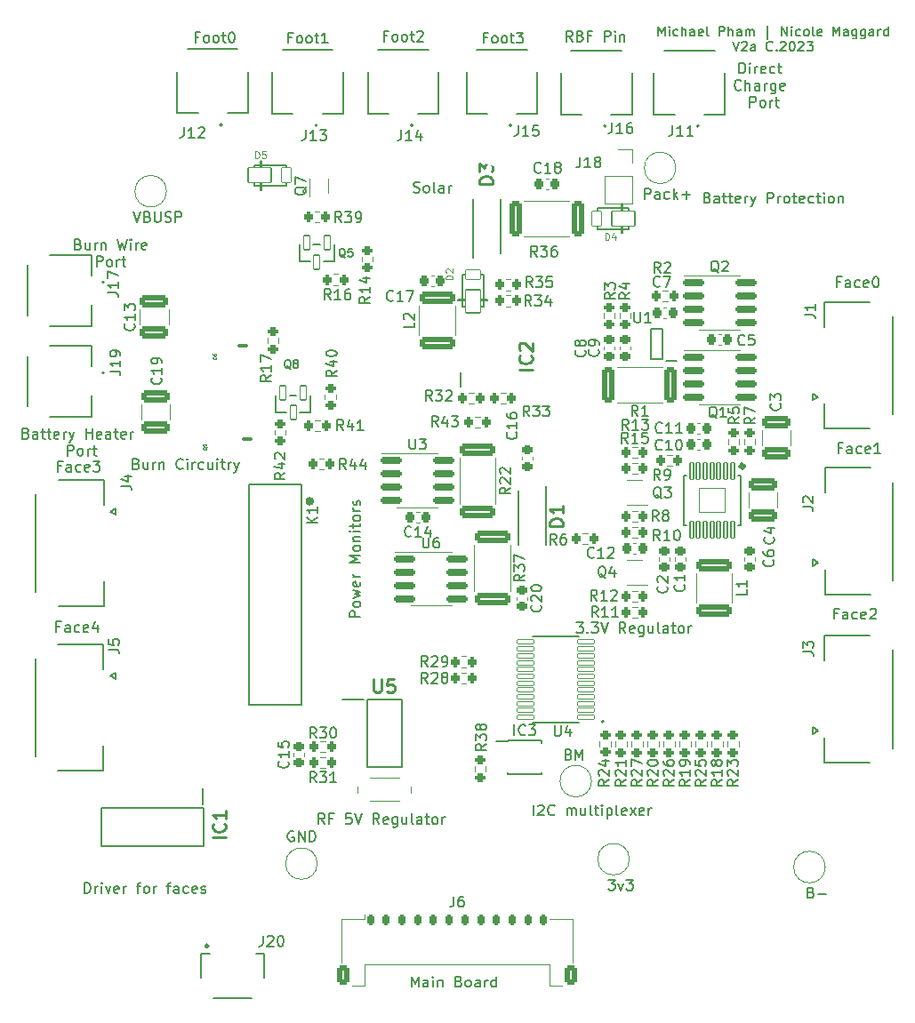
<source format=gbr>
%TF.GenerationSoftware,KiCad,Pcbnew,(6.0.7)*%
%TF.CreationDate,2023-03-29T01:01:16-07:00*%
%TF.ProjectId,battery_board_v1,62617474-6572-4795-9f62-6f6172645f76,rev?*%
%TF.SameCoordinates,Original*%
%TF.FileFunction,Legend,Top*%
%TF.FilePolarity,Positive*%
%FSLAX46Y46*%
G04 Gerber Fmt 4.6, Leading zero omitted, Abs format (unit mm)*
G04 Created by KiCad (PCBNEW (6.0.7)) date 2023-03-29 01:01:16*
%MOMM*%
%LPD*%
G01*
G04 APERTURE LIST*
G04 Aperture macros list*
%AMRoundRect*
0 Rectangle with rounded corners*
0 $1 Rounding radius*
0 $2 $3 $4 $5 $6 $7 $8 $9 X,Y pos of 4 corners*
0 Add a 4 corners polygon primitive as box body*
4,1,4,$2,$3,$4,$5,$6,$7,$8,$9,$2,$3,0*
0 Add four circle primitives for the rounded corners*
1,1,$1+$1,$2,$3*
1,1,$1+$1,$4,$5*
1,1,$1+$1,$6,$7*
1,1,$1+$1,$8,$9*
0 Add four rect primitives between the rounded corners*
20,1,$1+$1,$2,$3,$4,$5,0*
20,1,$1+$1,$4,$5,$6,$7,0*
20,1,$1+$1,$6,$7,$8,$9,0*
20,1,$1+$1,$8,$9,$2,$3,0*%
%AMFreePoly0*
4,1,24,0.750000,-0.950000,0.000000,-0.950000,0.000000,-0.945015,-0.095001,-0.943523,-0.257687,-0.900844,-0.405497,-0.820589,-0.529897,-0.707394,-0.623705,-0.567793,-0.681505,-0.409846,-0.699153,-0.250000,-0.700000,-0.250000,-0.700000,0.250000,-0.699153,0.250000,-0.699962,0.257330,-0.678008,0.424083,-0.616912,0.580786,-0.520201,0.718391,-0.393458,0.828956,-0.244000,0.906097,-0.080456,0.945361,
0.000000,0.944940,0.000000,0.950000,0.750000,0.950000,0.750000,-0.950000,0.750000,-0.950000,$1*%
%AMFreePoly1*
4,1,22,0.000000,0.944940,0.087733,0.944480,0.250858,0.903506,0.399499,0.824804,0.525078,0.712918,0.620343,0.574307,0.679794,0.416973,0.700000,0.250000,0.700000,-0.250000,0.699846,-0.264660,0.676148,-0.431173,0.613415,-0.587228,0.515268,-0.723813,0.387374,-0.833045,0.237117,-0.908617,0.073170,-0.946165,0.000000,-0.945015,0.000000,-0.950000,-0.750000,-0.950000,-0.750000,0.950000,
0.000000,0.950000,0.000000,0.944940,0.000000,0.944940,$1*%
G04 Aperture macros list end*
%ADD10C,0.150000*%
%ADD11C,0.053200*%
%ADD12C,0.050000*%
%ADD13C,0.254000*%
%ADD14C,0.154432*%
%ADD15C,0.120000*%
%ADD16C,0.127000*%
%ADD17C,0.300000*%
%ADD18C,0.200000*%
%ADD19C,0.152400*%
%ADD20C,0.381000*%
%ADD21C,0.400000*%
%ADD22C,0.010000*%
%ADD23C,4.770000*%
%ADD24C,5.325000*%
%ADD25C,3.570000*%
%ADD26C,1.980000*%
%ADD27RoundRect,0.200000X-0.200000X-0.275000X0.200000X-0.275000X0.200000X0.275000X-0.200000X0.275000X0*%
%ADD28RoundRect,0.200000X0.275000X-0.200000X0.275000X0.200000X-0.275000X0.200000X-0.275000X-0.200000X0*%
%ADD29RoundRect,0.225000X-0.250000X0.225000X-0.250000X-0.225000X0.250000X-0.225000X0.250000X0.225000X0*%
%ADD30RoundRect,0.225000X0.250000X-0.225000X0.250000X0.225000X-0.250000X0.225000X-0.250000X-0.225000X0*%
%ADD31RoundRect,0.150000X-0.150000X-0.350000X0.150000X-0.350000X0.150000X0.350000X-0.150000X0.350000X0*%
%ADD32RoundRect,0.250000X-0.375000X-0.650000X0.375000X-0.650000X0.375000X0.650000X-0.375000X0.650000X0*%
%ADD33RoundRect,0.063500X-1.100000X-0.700000X1.100000X-0.700000X1.100000X0.700000X-1.100000X0.700000X0*%
%ADD34RoundRect,0.063500X-0.450000X-0.700000X0.450000X-0.700000X0.450000X0.700000X-0.450000X0.700000X0*%
%ADD35RoundRect,0.225000X-0.225000X-0.250000X0.225000X-0.250000X0.225000X0.250000X-0.225000X0.250000X0*%
%ADD36RoundRect,0.150000X-0.825000X-0.150000X0.825000X-0.150000X0.825000X0.150000X-0.825000X0.150000X0*%
%ADD37R,0.400000X0.510000*%
%ADD38R,0.650000X0.400000*%
%ADD39R,0.600000X1.550000*%
%ADD40R,1.200000X1.800000*%
%ADD41R,0.600000X1.000000*%
%ADD42R,1.250000X1.800000*%
%ADD43RoundRect,0.200000X0.200000X0.275000X-0.200000X0.275000X-0.200000X-0.275000X0.200000X-0.275000X0*%
%ADD44R,1.000000X0.600000*%
%ADD45R,1.800000X1.250000*%
%ADD46C,5.000000*%
%ADD47C,2.000000*%
%ADD48R,2.209800X0.609600*%
%ADD49RoundRect,0.225000X0.225000X0.250000X-0.225000X0.250000X-0.225000X-0.250000X0.225000X-0.250000X0*%
%ADD50RoundRect,0.250000X1.100000X-0.325000X1.100000X0.325000X-1.100000X0.325000X-1.100000X-0.325000X0*%
%ADD51R,2.000000X0.650000*%
%ADD52R,2.000000X3.200000*%
%ADD53RoundRect,0.200000X-0.275000X0.200000X-0.275000X-0.200000X0.275000X-0.200000X0.275000X0.200000X0*%
%ADD54RoundRect,0.063500X0.700000X-0.450000X0.700000X0.450000X-0.700000X0.450000X-0.700000X-0.450000X0*%
%ADD55RoundRect,0.063500X0.700000X-1.100000X0.700000X1.100000X-0.700000X1.100000X-0.700000X-1.100000X0*%
%ADD56RoundRect,0.063500X-0.152400X0.800100X-0.152400X-0.800100X0.152400X-0.800100X0.152400X0.800100X0*%
%ADD57RoundRect,0.063500X-1.230000X1.155000X-1.230000X-1.155000X1.230000X-1.155000X1.230000X1.155000X0*%
%ADD58R,1.700000X1.700000*%
%ADD59O,1.700000X1.700000*%
%ADD60RoundRect,0.020500X0.764500X0.184500X-0.764500X0.184500X-0.764500X-0.184500X0.764500X-0.184500X0*%
%ADD61RoundRect,0.063500X0.279400X0.660400X-0.279400X0.660400X-0.279400X-0.660400X0.279400X-0.660400X0*%
%ADD62RoundRect,0.250000X-0.362500X-1.425000X0.362500X-1.425000X0.362500X1.425000X-0.362500X1.425000X0*%
%ADD63RoundRect,0.250000X-1.425000X0.362500X-1.425000X-0.362500X1.425000X-0.362500X1.425000X0.362500X0*%
%ADD64RoundRect,0.250000X-1.450000X0.312500X-1.450000X-0.312500X1.450000X-0.312500X1.450000X0.312500X0*%
%ADD65RoundRect,0.250000X1.450000X-0.312500X1.450000X0.312500X-1.450000X0.312500X-1.450000X-0.312500X0*%
%ADD66FreePoly0,0.000000*%
%ADD67R,1.400000X1.900000*%
%ADD68FreePoly1,0.000000*%
%ADD69RoundRect,0.250000X0.362500X1.425000X-0.362500X1.425000X-0.362500X-1.425000X0.362500X-1.425000X0*%
%ADD70R,0.450000X1.425000*%
%ADD71R,2.947000X1.753000*%
%ADD72RoundRect,0.063500X0.450000X0.700000X-0.450000X0.700000X-0.450000X-0.700000X0.450000X-0.700000X0*%
%ADD73RoundRect,0.063500X1.100000X0.700000X-1.100000X0.700000X-1.100000X-0.700000X1.100000X-0.700000X0*%
%ADD74R,1.508000X1.508000*%
%ADD75C,1.508000*%
%ADD76C,1.800000*%
%ADD77RoundRect,0.250000X-1.100000X0.325000X-1.100000X-0.325000X1.100000X-0.325000X1.100000X0.325000X0*%
%ADD78R,1.100000X0.400000*%
%ADD79R,1.700000X2.350000*%
%ADD80R,0.450000X1.475000*%
G04 APERTURE END LIST*
D10*
X115982142Y-83653571D02*
X115648809Y-83653571D01*
X115648809Y-84177380D02*
X115648809Y-83177380D01*
X116125000Y-83177380D01*
X116934523Y-84177380D02*
X116934523Y-83653571D01*
X116886904Y-83558333D01*
X116791666Y-83510714D01*
X116601190Y-83510714D01*
X116505952Y-83558333D01*
X116934523Y-84129761D02*
X116839285Y-84177380D01*
X116601190Y-84177380D01*
X116505952Y-84129761D01*
X116458333Y-84034523D01*
X116458333Y-83939285D01*
X116505952Y-83844047D01*
X116601190Y-83796428D01*
X116839285Y-83796428D01*
X116934523Y-83748809D01*
X117839285Y-84129761D02*
X117744047Y-84177380D01*
X117553571Y-84177380D01*
X117458333Y-84129761D01*
X117410714Y-84082142D01*
X117363095Y-83986904D01*
X117363095Y-83701190D01*
X117410714Y-83605952D01*
X117458333Y-83558333D01*
X117553571Y-83510714D01*
X117744047Y-83510714D01*
X117839285Y-83558333D01*
X118648809Y-84129761D02*
X118553571Y-84177380D01*
X118363095Y-84177380D01*
X118267857Y-84129761D01*
X118220238Y-84034523D01*
X118220238Y-83653571D01*
X118267857Y-83558333D01*
X118363095Y-83510714D01*
X118553571Y-83510714D01*
X118648809Y-83558333D01*
X118696428Y-83653571D01*
X118696428Y-83748809D01*
X118220238Y-83844047D01*
X119029761Y-83177380D02*
X119648809Y-83177380D01*
X119315476Y-83558333D01*
X119458333Y-83558333D01*
X119553571Y-83605952D01*
X119601190Y-83653571D01*
X119648809Y-83748809D01*
X119648809Y-83986904D01*
X119601190Y-84082142D01*
X119553571Y-84129761D01*
X119458333Y-84177380D01*
X119172619Y-84177380D01*
X119077380Y-84129761D01*
X119029761Y-84082142D01*
X177514285Y-58078571D02*
X177657142Y-58126190D01*
X177704761Y-58173809D01*
X177752380Y-58269047D01*
X177752380Y-58411904D01*
X177704761Y-58507142D01*
X177657142Y-58554761D01*
X177561904Y-58602380D01*
X177180952Y-58602380D01*
X177180952Y-57602380D01*
X177514285Y-57602380D01*
X177609523Y-57650000D01*
X177657142Y-57697619D01*
X177704761Y-57792857D01*
X177704761Y-57888095D01*
X177657142Y-57983333D01*
X177609523Y-58030952D01*
X177514285Y-58078571D01*
X177180952Y-58078571D01*
X178609523Y-58602380D02*
X178609523Y-58078571D01*
X178561904Y-57983333D01*
X178466666Y-57935714D01*
X178276190Y-57935714D01*
X178180952Y-57983333D01*
X178609523Y-58554761D02*
X178514285Y-58602380D01*
X178276190Y-58602380D01*
X178180952Y-58554761D01*
X178133333Y-58459523D01*
X178133333Y-58364285D01*
X178180952Y-58269047D01*
X178276190Y-58221428D01*
X178514285Y-58221428D01*
X178609523Y-58173809D01*
X178942857Y-57935714D02*
X179323809Y-57935714D01*
X179085714Y-57602380D02*
X179085714Y-58459523D01*
X179133333Y-58554761D01*
X179228571Y-58602380D01*
X179323809Y-58602380D01*
X179514285Y-57935714D02*
X179895238Y-57935714D01*
X179657142Y-57602380D02*
X179657142Y-58459523D01*
X179704761Y-58554761D01*
X179800000Y-58602380D01*
X179895238Y-58602380D01*
X180609523Y-58554761D02*
X180514285Y-58602380D01*
X180323809Y-58602380D01*
X180228571Y-58554761D01*
X180180952Y-58459523D01*
X180180952Y-58078571D01*
X180228571Y-57983333D01*
X180323809Y-57935714D01*
X180514285Y-57935714D01*
X180609523Y-57983333D01*
X180657142Y-58078571D01*
X180657142Y-58173809D01*
X180180952Y-58269047D01*
X181085714Y-58602380D02*
X181085714Y-57935714D01*
X181085714Y-58126190D02*
X181133333Y-58030952D01*
X181180952Y-57983333D01*
X181276190Y-57935714D01*
X181371428Y-57935714D01*
X181609523Y-57935714D02*
X181847619Y-58602380D01*
X182085714Y-57935714D02*
X181847619Y-58602380D01*
X181752380Y-58840476D01*
X181704761Y-58888095D01*
X181609523Y-58935714D01*
X183228571Y-58602380D02*
X183228571Y-57602380D01*
X183609523Y-57602380D01*
X183704761Y-57650000D01*
X183752380Y-57697619D01*
X183800000Y-57792857D01*
X183800000Y-57935714D01*
X183752380Y-58030952D01*
X183704761Y-58078571D01*
X183609523Y-58126190D01*
X183228571Y-58126190D01*
X184228571Y-58602380D02*
X184228571Y-57935714D01*
X184228571Y-58126190D02*
X184276190Y-58030952D01*
X184323809Y-57983333D01*
X184419047Y-57935714D01*
X184514285Y-57935714D01*
X184990476Y-58602380D02*
X184895238Y-58554761D01*
X184847619Y-58507142D01*
X184800000Y-58411904D01*
X184800000Y-58126190D01*
X184847619Y-58030952D01*
X184895238Y-57983333D01*
X184990476Y-57935714D01*
X185133333Y-57935714D01*
X185228571Y-57983333D01*
X185276190Y-58030952D01*
X185323809Y-58126190D01*
X185323809Y-58411904D01*
X185276190Y-58507142D01*
X185228571Y-58554761D01*
X185133333Y-58602380D01*
X184990476Y-58602380D01*
X185609523Y-57935714D02*
X185990476Y-57935714D01*
X185752380Y-57602380D02*
X185752380Y-58459523D01*
X185800000Y-58554761D01*
X185895238Y-58602380D01*
X185990476Y-58602380D01*
X186704761Y-58554761D02*
X186609523Y-58602380D01*
X186419047Y-58602380D01*
X186323809Y-58554761D01*
X186276190Y-58459523D01*
X186276190Y-58078571D01*
X186323809Y-57983333D01*
X186419047Y-57935714D01*
X186609523Y-57935714D01*
X186704761Y-57983333D01*
X186752380Y-58078571D01*
X186752380Y-58173809D01*
X186276190Y-58269047D01*
X187609523Y-58554761D02*
X187514285Y-58602380D01*
X187323809Y-58602380D01*
X187228571Y-58554761D01*
X187180952Y-58507142D01*
X187133333Y-58411904D01*
X187133333Y-58126190D01*
X187180952Y-58030952D01*
X187228571Y-57983333D01*
X187323809Y-57935714D01*
X187514285Y-57935714D01*
X187609523Y-57983333D01*
X187895238Y-57935714D02*
X188276190Y-57935714D01*
X188038095Y-57602380D02*
X188038095Y-58459523D01*
X188085714Y-58554761D01*
X188180952Y-58602380D01*
X188276190Y-58602380D01*
X188609523Y-58602380D02*
X188609523Y-57935714D01*
X188609523Y-57602380D02*
X188561904Y-57650000D01*
X188609523Y-57697619D01*
X188657142Y-57650000D01*
X188609523Y-57602380D01*
X188609523Y-57697619D01*
X189228571Y-58602380D02*
X189133333Y-58554761D01*
X189085714Y-58507142D01*
X189038095Y-58411904D01*
X189038095Y-58126190D01*
X189085714Y-58030952D01*
X189133333Y-57983333D01*
X189228571Y-57935714D01*
X189371428Y-57935714D01*
X189466666Y-57983333D01*
X189514285Y-58030952D01*
X189561904Y-58126190D01*
X189561904Y-58411904D01*
X189514285Y-58507142D01*
X189466666Y-58554761D01*
X189371428Y-58602380D01*
X189228571Y-58602380D01*
X189990476Y-57935714D02*
X189990476Y-58602380D01*
X189990476Y-58030952D02*
X190038095Y-57983333D01*
X190133333Y-57935714D01*
X190276190Y-57935714D01*
X190371428Y-57983333D01*
X190419047Y-58078571D01*
X190419047Y-58602380D01*
X160952380Y-116927380D02*
X160952380Y-115927380D01*
X161380952Y-116022619D02*
X161428571Y-115975000D01*
X161523809Y-115927380D01*
X161761904Y-115927380D01*
X161857142Y-115975000D01*
X161904761Y-116022619D01*
X161952380Y-116117857D01*
X161952380Y-116213095D01*
X161904761Y-116355952D01*
X161333333Y-116927380D01*
X161952380Y-116927380D01*
X162952380Y-116832142D02*
X162904761Y-116879761D01*
X162761904Y-116927380D01*
X162666666Y-116927380D01*
X162523809Y-116879761D01*
X162428571Y-116784523D01*
X162380952Y-116689285D01*
X162333333Y-116498809D01*
X162333333Y-116355952D01*
X162380952Y-116165476D01*
X162428571Y-116070238D01*
X162523809Y-115975000D01*
X162666666Y-115927380D01*
X162761904Y-115927380D01*
X162904761Y-115975000D01*
X162952380Y-116022619D01*
X164142857Y-116927380D02*
X164142857Y-116260714D01*
X164142857Y-116355952D02*
X164190476Y-116308333D01*
X164285714Y-116260714D01*
X164428571Y-116260714D01*
X164523809Y-116308333D01*
X164571428Y-116403571D01*
X164571428Y-116927380D01*
X164571428Y-116403571D02*
X164619047Y-116308333D01*
X164714285Y-116260714D01*
X164857142Y-116260714D01*
X164952380Y-116308333D01*
X165000000Y-116403571D01*
X165000000Y-116927380D01*
X165904761Y-116260714D02*
X165904761Y-116927380D01*
X165476190Y-116260714D02*
X165476190Y-116784523D01*
X165523809Y-116879761D01*
X165619047Y-116927380D01*
X165761904Y-116927380D01*
X165857142Y-116879761D01*
X165904761Y-116832142D01*
X166523809Y-116927380D02*
X166428571Y-116879761D01*
X166380952Y-116784523D01*
X166380952Y-115927380D01*
X166761904Y-116260714D02*
X167142857Y-116260714D01*
X166904761Y-115927380D02*
X166904761Y-116784523D01*
X166952380Y-116879761D01*
X167047619Y-116927380D01*
X167142857Y-116927380D01*
X167476190Y-116927380D02*
X167476190Y-116260714D01*
X167476190Y-115927380D02*
X167428571Y-115975000D01*
X167476190Y-116022619D01*
X167523809Y-115975000D01*
X167476190Y-115927380D01*
X167476190Y-116022619D01*
X167952380Y-116260714D02*
X167952380Y-117260714D01*
X167952380Y-116308333D02*
X168047619Y-116260714D01*
X168238095Y-116260714D01*
X168333333Y-116308333D01*
X168380952Y-116355952D01*
X168428571Y-116451190D01*
X168428571Y-116736904D01*
X168380952Y-116832142D01*
X168333333Y-116879761D01*
X168238095Y-116927380D01*
X168047619Y-116927380D01*
X167952380Y-116879761D01*
X169000000Y-116927380D02*
X168904761Y-116879761D01*
X168857142Y-116784523D01*
X168857142Y-115927380D01*
X169761904Y-116879761D02*
X169666666Y-116927380D01*
X169476190Y-116927380D01*
X169380952Y-116879761D01*
X169333333Y-116784523D01*
X169333333Y-116403571D01*
X169380952Y-116308333D01*
X169476190Y-116260714D01*
X169666666Y-116260714D01*
X169761904Y-116308333D01*
X169809523Y-116403571D01*
X169809523Y-116498809D01*
X169333333Y-116594047D01*
X170142857Y-116927380D02*
X170666666Y-116260714D01*
X170142857Y-116260714D02*
X170666666Y-116927380D01*
X171428571Y-116879761D02*
X171333333Y-116927380D01*
X171142857Y-116927380D01*
X171047619Y-116879761D01*
X171000000Y-116784523D01*
X171000000Y-116403571D01*
X171047619Y-116308333D01*
X171142857Y-116260714D01*
X171333333Y-116260714D01*
X171428571Y-116308333D01*
X171476190Y-116403571D01*
X171476190Y-116498809D01*
X171000000Y-116594047D01*
X171904761Y-116927380D02*
X171904761Y-116260714D01*
X171904761Y-116451190D02*
X171952380Y-116355952D01*
X172000000Y-116308333D01*
X172095238Y-116260714D01*
X172190476Y-116260714D01*
X189907142Y-97703571D02*
X189573809Y-97703571D01*
X189573809Y-98227380D02*
X189573809Y-97227380D01*
X190050000Y-97227380D01*
X190859523Y-98227380D02*
X190859523Y-97703571D01*
X190811904Y-97608333D01*
X190716666Y-97560714D01*
X190526190Y-97560714D01*
X190430952Y-97608333D01*
X190859523Y-98179761D02*
X190764285Y-98227380D01*
X190526190Y-98227380D01*
X190430952Y-98179761D01*
X190383333Y-98084523D01*
X190383333Y-97989285D01*
X190430952Y-97894047D01*
X190526190Y-97846428D01*
X190764285Y-97846428D01*
X190859523Y-97798809D01*
X191764285Y-98179761D02*
X191669047Y-98227380D01*
X191478571Y-98227380D01*
X191383333Y-98179761D01*
X191335714Y-98132142D01*
X191288095Y-98036904D01*
X191288095Y-97751190D01*
X191335714Y-97655952D01*
X191383333Y-97608333D01*
X191478571Y-97560714D01*
X191669047Y-97560714D01*
X191764285Y-97608333D01*
X192573809Y-98179761D02*
X192478571Y-98227380D01*
X192288095Y-98227380D01*
X192192857Y-98179761D01*
X192145238Y-98084523D01*
X192145238Y-97703571D01*
X192192857Y-97608333D01*
X192288095Y-97560714D01*
X192478571Y-97560714D01*
X192573809Y-97608333D01*
X192621428Y-97703571D01*
X192621428Y-97798809D01*
X192145238Y-97894047D01*
X193002380Y-97322619D02*
X193050000Y-97275000D01*
X193145238Y-97227380D01*
X193383333Y-97227380D01*
X193478571Y-97275000D01*
X193526190Y-97322619D01*
X193573809Y-97417857D01*
X193573809Y-97513095D01*
X193526190Y-97655952D01*
X192954761Y-98227380D01*
X193573809Y-98227380D01*
X129076190Y-42778571D02*
X128742857Y-42778571D01*
X128742857Y-43302380D02*
X128742857Y-42302380D01*
X129219047Y-42302380D01*
X129742857Y-43302380D02*
X129647619Y-43254761D01*
X129600000Y-43207142D01*
X129552380Y-43111904D01*
X129552380Y-42826190D01*
X129600000Y-42730952D01*
X129647619Y-42683333D01*
X129742857Y-42635714D01*
X129885714Y-42635714D01*
X129980952Y-42683333D01*
X130028571Y-42730952D01*
X130076190Y-42826190D01*
X130076190Y-43111904D01*
X130028571Y-43207142D01*
X129980952Y-43254761D01*
X129885714Y-43302380D01*
X129742857Y-43302380D01*
X130647619Y-43302380D02*
X130552380Y-43254761D01*
X130504761Y-43207142D01*
X130457142Y-43111904D01*
X130457142Y-42826190D01*
X130504761Y-42730952D01*
X130552380Y-42683333D01*
X130647619Y-42635714D01*
X130790476Y-42635714D01*
X130885714Y-42683333D01*
X130933333Y-42730952D01*
X130980952Y-42826190D01*
X130980952Y-43111904D01*
X130933333Y-43207142D01*
X130885714Y-43254761D01*
X130790476Y-43302380D01*
X130647619Y-43302380D01*
X131266666Y-42635714D02*
X131647619Y-42635714D01*
X131409523Y-42302380D02*
X131409523Y-43159523D01*
X131457142Y-43254761D01*
X131552380Y-43302380D01*
X131647619Y-43302380D01*
X132171428Y-42302380D02*
X132266666Y-42302380D01*
X132361904Y-42350000D01*
X132409523Y-42397619D01*
X132457142Y-42492857D01*
X132504761Y-42683333D01*
X132504761Y-42921428D01*
X132457142Y-43111904D01*
X132409523Y-43207142D01*
X132361904Y-43254761D01*
X132266666Y-43302380D01*
X132171428Y-43302380D01*
X132076190Y-43254761D01*
X132028571Y-43207142D01*
X131980952Y-43111904D01*
X131933333Y-42921428D01*
X131933333Y-42683333D01*
X131980952Y-42492857D01*
X132028571Y-42397619D01*
X132076190Y-42350000D01*
X132171428Y-42302380D01*
X141069047Y-117752380D02*
X140735714Y-117276190D01*
X140497619Y-117752380D02*
X140497619Y-116752380D01*
X140878571Y-116752380D01*
X140973809Y-116800000D01*
X141021428Y-116847619D01*
X141069047Y-116942857D01*
X141069047Y-117085714D01*
X141021428Y-117180952D01*
X140973809Y-117228571D01*
X140878571Y-117276190D01*
X140497619Y-117276190D01*
X141830952Y-117228571D02*
X141497619Y-117228571D01*
X141497619Y-117752380D02*
X141497619Y-116752380D01*
X141973809Y-116752380D01*
X143592857Y-116752380D02*
X143116666Y-116752380D01*
X143069047Y-117228571D01*
X143116666Y-117180952D01*
X143211904Y-117133333D01*
X143450000Y-117133333D01*
X143545238Y-117180952D01*
X143592857Y-117228571D01*
X143640476Y-117323809D01*
X143640476Y-117561904D01*
X143592857Y-117657142D01*
X143545238Y-117704761D01*
X143450000Y-117752380D01*
X143211904Y-117752380D01*
X143116666Y-117704761D01*
X143069047Y-117657142D01*
X143926190Y-116752380D02*
X144259523Y-117752380D01*
X144592857Y-116752380D01*
X146259523Y-117752380D02*
X145926190Y-117276190D01*
X145688095Y-117752380D02*
X145688095Y-116752380D01*
X146069047Y-116752380D01*
X146164285Y-116800000D01*
X146211904Y-116847619D01*
X146259523Y-116942857D01*
X146259523Y-117085714D01*
X146211904Y-117180952D01*
X146164285Y-117228571D01*
X146069047Y-117276190D01*
X145688095Y-117276190D01*
X147069047Y-117704761D02*
X146973809Y-117752380D01*
X146783333Y-117752380D01*
X146688095Y-117704761D01*
X146640476Y-117609523D01*
X146640476Y-117228571D01*
X146688095Y-117133333D01*
X146783333Y-117085714D01*
X146973809Y-117085714D01*
X147069047Y-117133333D01*
X147116666Y-117228571D01*
X147116666Y-117323809D01*
X146640476Y-117419047D01*
X147973809Y-117085714D02*
X147973809Y-117895238D01*
X147926190Y-117990476D01*
X147878571Y-118038095D01*
X147783333Y-118085714D01*
X147640476Y-118085714D01*
X147545238Y-118038095D01*
X147973809Y-117704761D02*
X147878571Y-117752380D01*
X147688095Y-117752380D01*
X147592857Y-117704761D01*
X147545238Y-117657142D01*
X147497619Y-117561904D01*
X147497619Y-117276190D01*
X147545238Y-117180952D01*
X147592857Y-117133333D01*
X147688095Y-117085714D01*
X147878571Y-117085714D01*
X147973809Y-117133333D01*
X148878571Y-117085714D02*
X148878571Y-117752380D01*
X148450000Y-117085714D02*
X148450000Y-117609523D01*
X148497619Y-117704761D01*
X148592857Y-117752380D01*
X148735714Y-117752380D01*
X148830952Y-117704761D01*
X148878571Y-117657142D01*
X149497619Y-117752380D02*
X149402380Y-117704761D01*
X149354761Y-117609523D01*
X149354761Y-116752380D01*
X150307142Y-117752380D02*
X150307142Y-117228571D01*
X150259523Y-117133333D01*
X150164285Y-117085714D01*
X149973809Y-117085714D01*
X149878571Y-117133333D01*
X150307142Y-117704761D02*
X150211904Y-117752380D01*
X149973809Y-117752380D01*
X149878571Y-117704761D01*
X149830952Y-117609523D01*
X149830952Y-117514285D01*
X149878571Y-117419047D01*
X149973809Y-117371428D01*
X150211904Y-117371428D01*
X150307142Y-117323809D01*
X150640476Y-117085714D02*
X151021428Y-117085714D01*
X150783333Y-116752380D02*
X150783333Y-117609523D01*
X150830952Y-117704761D01*
X150926190Y-117752380D01*
X151021428Y-117752380D01*
X151497619Y-117752380D02*
X151402380Y-117704761D01*
X151354761Y-117657142D01*
X151307142Y-117561904D01*
X151307142Y-117276190D01*
X151354761Y-117180952D01*
X151402380Y-117133333D01*
X151497619Y-117085714D01*
X151640476Y-117085714D01*
X151735714Y-117133333D01*
X151783333Y-117180952D01*
X151830952Y-117276190D01*
X151830952Y-117561904D01*
X151783333Y-117657142D01*
X151735714Y-117704761D01*
X151640476Y-117752380D01*
X151497619Y-117752380D01*
X152259523Y-117752380D02*
X152259523Y-117085714D01*
X152259523Y-117276190D02*
X152307142Y-117180952D01*
X152354761Y-117133333D01*
X152450000Y-117085714D01*
X152545238Y-117085714D01*
X115857142Y-98953571D02*
X115523809Y-98953571D01*
X115523809Y-99477380D02*
X115523809Y-98477380D01*
X116000000Y-98477380D01*
X116809523Y-99477380D02*
X116809523Y-98953571D01*
X116761904Y-98858333D01*
X116666666Y-98810714D01*
X116476190Y-98810714D01*
X116380952Y-98858333D01*
X116809523Y-99429761D02*
X116714285Y-99477380D01*
X116476190Y-99477380D01*
X116380952Y-99429761D01*
X116333333Y-99334523D01*
X116333333Y-99239285D01*
X116380952Y-99144047D01*
X116476190Y-99096428D01*
X116714285Y-99096428D01*
X116809523Y-99048809D01*
X117714285Y-99429761D02*
X117619047Y-99477380D01*
X117428571Y-99477380D01*
X117333333Y-99429761D01*
X117285714Y-99382142D01*
X117238095Y-99286904D01*
X117238095Y-99001190D01*
X117285714Y-98905952D01*
X117333333Y-98858333D01*
X117428571Y-98810714D01*
X117619047Y-98810714D01*
X117714285Y-98858333D01*
X118523809Y-99429761D02*
X118428571Y-99477380D01*
X118238095Y-99477380D01*
X118142857Y-99429761D01*
X118095238Y-99334523D01*
X118095238Y-98953571D01*
X118142857Y-98858333D01*
X118238095Y-98810714D01*
X118428571Y-98810714D01*
X118523809Y-98858333D01*
X118571428Y-98953571D01*
X118571428Y-99048809D01*
X118095238Y-99144047D01*
X119428571Y-98810714D02*
X119428571Y-99477380D01*
X119190476Y-98429761D02*
X118952380Y-99144047D01*
X119571428Y-99144047D01*
X165047619Y-98552380D02*
X165666666Y-98552380D01*
X165333333Y-98933333D01*
X165476190Y-98933333D01*
X165571428Y-98980952D01*
X165619047Y-99028571D01*
X165666666Y-99123809D01*
X165666666Y-99361904D01*
X165619047Y-99457142D01*
X165571428Y-99504761D01*
X165476190Y-99552380D01*
X165190476Y-99552380D01*
X165095238Y-99504761D01*
X165047619Y-99457142D01*
X166095238Y-99457142D02*
X166142857Y-99504761D01*
X166095238Y-99552380D01*
X166047619Y-99504761D01*
X166095238Y-99457142D01*
X166095238Y-99552380D01*
X166476190Y-98552380D02*
X167095238Y-98552380D01*
X166761904Y-98933333D01*
X166904761Y-98933333D01*
X167000000Y-98980952D01*
X167047619Y-99028571D01*
X167095238Y-99123809D01*
X167095238Y-99361904D01*
X167047619Y-99457142D01*
X167000000Y-99504761D01*
X166904761Y-99552380D01*
X166619047Y-99552380D01*
X166523809Y-99504761D01*
X166476190Y-99457142D01*
X167380952Y-98552380D02*
X167714285Y-99552380D01*
X168047619Y-98552380D01*
X169714285Y-99552380D02*
X169380952Y-99076190D01*
X169142857Y-99552380D02*
X169142857Y-98552380D01*
X169523809Y-98552380D01*
X169619047Y-98600000D01*
X169666666Y-98647619D01*
X169714285Y-98742857D01*
X169714285Y-98885714D01*
X169666666Y-98980952D01*
X169619047Y-99028571D01*
X169523809Y-99076190D01*
X169142857Y-99076190D01*
X170523809Y-99504761D02*
X170428571Y-99552380D01*
X170238095Y-99552380D01*
X170142857Y-99504761D01*
X170095238Y-99409523D01*
X170095238Y-99028571D01*
X170142857Y-98933333D01*
X170238095Y-98885714D01*
X170428571Y-98885714D01*
X170523809Y-98933333D01*
X170571428Y-99028571D01*
X170571428Y-99123809D01*
X170095238Y-99219047D01*
X171428571Y-98885714D02*
X171428571Y-99695238D01*
X171380952Y-99790476D01*
X171333333Y-99838095D01*
X171238095Y-99885714D01*
X171095238Y-99885714D01*
X171000000Y-99838095D01*
X171428571Y-99504761D02*
X171333333Y-99552380D01*
X171142857Y-99552380D01*
X171047619Y-99504761D01*
X171000000Y-99457142D01*
X170952380Y-99361904D01*
X170952380Y-99076190D01*
X171000000Y-98980952D01*
X171047619Y-98933333D01*
X171142857Y-98885714D01*
X171333333Y-98885714D01*
X171428571Y-98933333D01*
X172333333Y-98885714D02*
X172333333Y-99552380D01*
X171904761Y-98885714D02*
X171904761Y-99409523D01*
X171952380Y-99504761D01*
X172047619Y-99552380D01*
X172190476Y-99552380D01*
X172285714Y-99504761D01*
X172333333Y-99457142D01*
X172952380Y-99552380D02*
X172857142Y-99504761D01*
X172809523Y-99409523D01*
X172809523Y-98552380D01*
X173761904Y-99552380D02*
X173761904Y-99028571D01*
X173714285Y-98933333D01*
X173619047Y-98885714D01*
X173428571Y-98885714D01*
X173333333Y-98933333D01*
X173761904Y-99504761D02*
X173666666Y-99552380D01*
X173428571Y-99552380D01*
X173333333Y-99504761D01*
X173285714Y-99409523D01*
X173285714Y-99314285D01*
X173333333Y-99219047D01*
X173428571Y-99171428D01*
X173666666Y-99171428D01*
X173761904Y-99123809D01*
X174095238Y-98885714D02*
X174476190Y-98885714D01*
X174238095Y-98552380D02*
X174238095Y-99409523D01*
X174285714Y-99504761D01*
X174380952Y-99552380D01*
X174476190Y-99552380D01*
X174952380Y-99552380D02*
X174857142Y-99504761D01*
X174809523Y-99457142D01*
X174761904Y-99361904D01*
X174761904Y-99076190D01*
X174809523Y-98980952D01*
X174857142Y-98933333D01*
X174952380Y-98885714D01*
X175095238Y-98885714D01*
X175190476Y-98933333D01*
X175238095Y-98980952D01*
X175285714Y-99076190D01*
X175285714Y-99361904D01*
X175238095Y-99457142D01*
X175190476Y-99504761D01*
X175095238Y-99552380D01*
X174952380Y-99552380D01*
X175714285Y-99552380D02*
X175714285Y-98885714D01*
X175714285Y-99076190D02*
X175761904Y-98980952D01*
X175809523Y-98933333D01*
X175904761Y-98885714D01*
X176000000Y-98885714D01*
X123133333Y-83428571D02*
X123276190Y-83476190D01*
X123323809Y-83523809D01*
X123371428Y-83619047D01*
X123371428Y-83761904D01*
X123323809Y-83857142D01*
X123276190Y-83904761D01*
X123180952Y-83952380D01*
X122800000Y-83952380D01*
X122800000Y-82952380D01*
X123133333Y-82952380D01*
X123228571Y-83000000D01*
X123276190Y-83047619D01*
X123323809Y-83142857D01*
X123323809Y-83238095D01*
X123276190Y-83333333D01*
X123228571Y-83380952D01*
X123133333Y-83428571D01*
X122800000Y-83428571D01*
X124228571Y-83285714D02*
X124228571Y-83952380D01*
X123800000Y-83285714D02*
X123800000Y-83809523D01*
X123847619Y-83904761D01*
X123942857Y-83952380D01*
X124085714Y-83952380D01*
X124180952Y-83904761D01*
X124228571Y-83857142D01*
X124704761Y-83952380D02*
X124704761Y-83285714D01*
X124704761Y-83476190D02*
X124752380Y-83380952D01*
X124800000Y-83333333D01*
X124895238Y-83285714D01*
X124990476Y-83285714D01*
X125323809Y-83285714D02*
X125323809Y-83952380D01*
X125323809Y-83380952D02*
X125371428Y-83333333D01*
X125466666Y-83285714D01*
X125609523Y-83285714D01*
X125704761Y-83333333D01*
X125752380Y-83428571D01*
X125752380Y-83952380D01*
X127561904Y-83857142D02*
X127514285Y-83904761D01*
X127371428Y-83952380D01*
X127276190Y-83952380D01*
X127133333Y-83904761D01*
X127038095Y-83809523D01*
X126990476Y-83714285D01*
X126942857Y-83523809D01*
X126942857Y-83380952D01*
X126990476Y-83190476D01*
X127038095Y-83095238D01*
X127133333Y-83000000D01*
X127276190Y-82952380D01*
X127371428Y-82952380D01*
X127514285Y-83000000D01*
X127561904Y-83047619D01*
X127990476Y-83952380D02*
X127990476Y-83285714D01*
X127990476Y-82952380D02*
X127942857Y-83000000D01*
X127990476Y-83047619D01*
X128038095Y-83000000D01*
X127990476Y-82952380D01*
X127990476Y-83047619D01*
X128466666Y-83952380D02*
X128466666Y-83285714D01*
X128466666Y-83476190D02*
X128514285Y-83380952D01*
X128561904Y-83333333D01*
X128657142Y-83285714D01*
X128752380Y-83285714D01*
X129514285Y-83904761D02*
X129419047Y-83952380D01*
X129228571Y-83952380D01*
X129133333Y-83904761D01*
X129085714Y-83857142D01*
X129038095Y-83761904D01*
X129038095Y-83476190D01*
X129085714Y-83380952D01*
X129133333Y-83333333D01*
X129228571Y-83285714D01*
X129419047Y-83285714D01*
X129514285Y-83333333D01*
X130371428Y-83285714D02*
X130371428Y-83952380D01*
X129942857Y-83285714D02*
X129942857Y-83809523D01*
X129990476Y-83904761D01*
X130085714Y-83952380D01*
X130228571Y-83952380D01*
X130323809Y-83904761D01*
X130371428Y-83857142D01*
X130847619Y-83952380D02*
X130847619Y-83285714D01*
X130847619Y-82952380D02*
X130800000Y-83000000D01*
X130847619Y-83047619D01*
X130895238Y-83000000D01*
X130847619Y-82952380D01*
X130847619Y-83047619D01*
X131180952Y-83285714D02*
X131561904Y-83285714D01*
X131323809Y-82952380D02*
X131323809Y-83809523D01*
X131371428Y-83904761D01*
X131466666Y-83952380D01*
X131561904Y-83952380D01*
X131895238Y-83952380D02*
X131895238Y-83285714D01*
X131895238Y-83476190D02*
X131942857Y-83380952D01*
X131990476Y-83333333D01*
X132085714Y-83285714D01*
X132180952Y-83285714D01*
X132419047Y-83285714D02*
X132657142Y-83952380D01*
X132895238Y-83285714D02*
X132657142Y-83952380D01*
X132561904Y-84190476D01*
X132514285Y-84238095D01*
X132419047Y-84285714D01*
X149538095Y-57554761D02*
X149680952Y-57602380D01*
X149919047Y-57602380D01*
X150014285Y-57554761D01*
X150061904Y-57507142D01*
X150109523Y-57411904D01*
X150109523Y-57316666D01*
X150061904Y-57221428D01*
X150014285Y-57173809D01*
X149919047Y-57126190D01*
X149728571Y-57078571D01*
X149633333Y-57030952D01*
X149585714Y-56983333D01*
X149538095Y-56888095D01*
X149538095Y-56792857D01*
X149585714Y-56697619D01*
X149633333Y-56650000D01*
X149728571Y-56602380D01*
X149966666Y-56602380D01*
X150109523Y-56650000D01*
X150680952Y-57602380D02*
X150585714Y-57554761D01*
X150538095Y-57507142D01*
X150490476Y-57411904D01*
X150490476Y-57126190D01*
X150538095Y-57030952D01*
X150585714Y-56983333D01*
X150680952Y-56935714D01*
X150823809Y-56935714D01*
X150919047Y-56983333D01*
X150966666Y-57030952D01*
X151014285Y-57126190D01*
X151014285Y-57411904D01*
X150966666Y-57507142D01*
X150919047Y-57554761D01*
X150823809Y-57602380D01*
X150680952Y-57602380D01*
X151585714Y-57602380D02*
X151490476Y-57554761D01*
X151442857Y-57459523D01*
X151442857Y-56602380D01*
X152395238Y-57602380D02*
X152395238Y-57078571D01*
X152347619Y-56983333D01*
X152252380Y-56935714D01*
X152061904Y-56935714D01*
X151966666Y-56983333D01*
X152395238Y-57554761D02*
X152300000Y-57602380D01*
X152061904Y-57602380D01*
X151966666Y-57554761D01*
X151919047Y-57459523D01*
X151919047Y-57364285D01*
X151966666Y-57269047D01*
X152061904Y-57221428D01*
X152300000Y-57221428D01*
X152395238Y-57173809D01*
X152871428Y-57602380D02*
X152871428Y-56935714D01*
X152871428Y-57126190D02*
X152919047Y-57030952D01*
X152966666Y-56983333D01*
X153061904Y-56935714D01*
X153157142Y-56935714D01*
X190157142Y-66103571D02*
X189823809Y-66103571D01*
X189823809Y-66627380D02*
X189823809Y-65627380D01*
X190300000Y-65627380D01*
X191109523Y-66627380D02*
X191109523Y-66103571D01*
X191061904Y-66008333D01*
X190966666Y-65960714D01*
X190776190Y-65960714D01*
X190680952Y-66008333D01*
X191109523Y-66579761D02*
X191014285Y-66627380D01*
X190776190Y-66627380D01*
X190680952Y-66579761D01*
X190633333Y-66484523D01*
X190633333Y-66389285D01*
X190680952Y-66294047D01*
X190776190Y-66246428D01*
X191014285Y-66246428D01*
X191109523Y-66198809D01*
X192014285Y-66579761D02*
X191919047Y-66627380D01*
X191728571Y-66627380D01*
X191633333Y-66579761D01*
X191585714Y-66532142D01*
X191538095Y-66436904D01*
X191538095Y-66151190D01*
X191585714Y-66055952D01*
X191633333Y-66008333D01*
X191728571Y-65960714D01*
X191919047Y-65960714D01*
X192014285Y-66008333D01*
X192823809Y-66579761D02*
X192728571Y-66627380D01*
X192538095Y-66627380D01*
X192442857Y-66579761D01*
X192395238Y-66484523D01*
X192395238Y-66103571D01*
X192442857Y-66008333D01*
X192538095Y-65960714D01*
X192728571Y-65960714D01*
X192823809Y-66008333D01*
X192871428Y-66103571D01*
X192871428Y-66198809D01*
X192395238Y-66294047D01*
X193490476Y-65627380D02*
X193585714Y-65627380D01*
X193680952Y-65675000D01*
X193728571Y-65722619D01*
X193776190Y-65817857D01*
X193823809Y-66008333D01*
X193823809Y-66246428D01*
X193776190Y-66436904D01*
X193728571Y-66532142D01*
X193680952Y-66579761D01*
X193585714Y-66627380D01*
X193490476Y-66627380D01*
X193395238Y-66579761D01*
X193347619Y-66532142D01*
X193300000Y-66436904D01*
X193252380Y-66246428D01*
X193252380Y-66008333D01*
X193300000Y-65817857D01*
X193347619Y-65722619D01*
X193395238Y-65675000D01*
X193490476Y-65627380D01*
X164659523Y-43202380D02*
X164326190Y-42726190D01*
X164088095Y-43202380D02*
X164088095Y-42202380D01*
X164469047Y-42202380D01*
X164564285Y-42250000D01*
X164611904Y-42297619D01*
X164659523Y-42392857D01*
X164659523Y-42535714D01*
X164611904Y-42630952D01*
X164564285Y-42678571D01*
X164469047Y-42726190D01*
X164088095Y-42726190D01*
X165421428Y-42678571D02*
X165564285Y-42726190D01*
X165611904Y-42773809D01*
X165659523Y-42869047D01*
X165659523Y-43011904D01*
X165611904Y-43107142D01*
X165564285Y-43154761D01*
X165469047Y-43202380D01*
X165088095Y-43202380D01*
X165088095Y-42202380D01*
X165421428Y-42202380D01*
X165516666Y-42250000D01*
X165564285Y-42297619D01*
X165611904Y-42392857D01*
X165611904Y-42488095D01*
X165564285Y-42583333D01*
X165516666Y-42630952D01*
X165421428Y-42678571D01*
X165088095Y-42678571D01*
X166421428Y-42678571D02*
X166088095Y-42678571D01*
X166088095Y-43202380D02*
X166088095Y-42202380D01*
X166564285Y-42202380D01*
X167707142Y-43202380D02*
X167707142Y-42202380D01*
X168088095Y-42202380D01*
X168183333Y-42250000D01*
X168230952Y-42297619D01*
X168278571Y-42392857D01*
X168278571Y-42535714D01*
X168230952Y-42630952D01*
X168183333Y-42678571D01*
X168088095Y-42726190D01*
X167707142Y-42726190D01*
X168707142Y-43202380D02*
X168707142Y-42535714D01*
X168707142Y-42202380D02*
X168659523Y-42250000D01*
X168707142Y-42297619D01*
X168754761Y-42250000D01*
X168707142Y-42202380D01*
X168707142Y-42297619D01*
X169183333Y-42535714D02*
X169183333Y-43202380D01*
X169183333Y-42630952D02*
X169230952Y-42583333D01*
X169326190Y-42535714D01*
X169469047Y-42535714D01*
X169564285Y-42583333D01*
X169611904Y-42678571D01*
X169611904Y-43202380D01*
X156526190Y-42828571D02*
X156192857Y-42828571D01*
X156192857Y-43352380D02*
X156192857Y-42352380D01*
X156669047Y-42352380D01*
X157192857Y-43352380D02*
X157097619Y-43304761D01*
X157050000Y-43257142D01*
X157002380Y-43161904D01*
X157002380Y-42876190D01*
X157050000Y-42780952D01*
X157097619Y-42733333D01*
X157192857Y-42685714D01*
X157335714Y-42685714D01*
X157430952Y-42733333D01*
X157478571Y-42780952D01*
X157526190Y-42876190D01*
X157526190Y-43161904D01*
X157478571Y-43257142D01*
X157430952Y-43304761D01*
X157335714Y-43352380D01*
X157192857Y-43352380D01*
X158097619Y-43352380D02*
X158002380Y-43304761D01*
X157954761Y-43257142D01*
X157907142Y-43161904D01*
X157907142Y-42876190D01*
X157954761Y-42780952D01*
X158002380Y-42733333D01*
X158097619Y-42685714D01*
X158240476Y-42685714D01*
X158335714Y-42733333D01*
X158383333Y-42780952D01*
X158430952Y-42876190D01*
X158430952Y-43161904D01*
X158383333Y-43257142D01*
X158335714Y-43304761D01*
X158240476Y-43352380D01*
X158097619Y-43352380D01*
X158716666Y-42685714D02*
X159097619Y-42685714D01*
X158859523Y-42352380D02*
X158859523Y-43209523D01*
X158907142Y-43304761D01*
X159002380Y-43352380D01*
X159097619Y-43352380D01*
X159335714Y-42352380D02*
X159954761Y-42352380D01*
X159621428Y-42733333D01*
X159764285Y-42733333D01*
X159859523Y-42780952D01*
X159907142Y-42828571D01*
X159954761Y-42923809D01*
X159954761Y-43161904D01*
X159907142Y-43257142D01*
X159859523Y-43304761D01*
X159764285Y-43352380D01*
X159478571Y-43352380D01*
X159383333Y-43304761D01*
X159335714Y-43257142D01*
X118211904Y-124352380D02*
X118211904Y-123352380D01*
X118450000Y-123352380D01*
X118592857Y-123400000D01*
X118688095Y-123495238D01*
X118735714Y-123590476D01*
X118783333Y-123780952D01*
X118783333Y-123923809D01*
X118735714Y-124114285D01*
X118688095Y-124209523D01*
X118592857Y-124304761D01*
X118450000Y-124352380D01*
X118211904Y-124352380D01*
X119211904Y-124352380D02*
X119211904Y-123685714D01*
X119211904Y-123876190D02*
X119259523Y-123780952D01*
X119307142Y-123733333D01*
X119402380Y-123685714D01*
X119497619Y-123685714D01*
X119830952Y-124352380D02*
X119830952Y-123685714D01*
X119830952Y-123352380D02*
X119783333Y-123400000D01*
X119830952Y-123447619D01*
X119878571Y-123400000D01*
X119830952Y-123352380D01*
X119830952Y-123447619D01*
X120211904Y-123685714D02*
X120450000Y-124352380D01*
X120688095Y-123685714D01*
X121450000Y-124304761D02*
X121354761Y-124352380D01*
X121164285Y-124352380D01*
X121069047Y-124304761D01*
X121021428Y-124209523D01*
X121021428Y-123828571D01*
X121069047Y-123733333D01*
X121164285Y-123685714D01*
X121354761Y-123685714D01*
X121450000Y-123733333D01*
X121497619Y-123828571D01*
X121497619Y-123923809D01*
X121021428Y-124019047D01*
X121926190Y-124352380D02*
X121926190Y-123685714D01*
X121926190Y-123876190D02*
X121973809Y-123780952D01*
X122021428Y-123733333D01*
X122116666Y-123685714D01*
X122211904Y-123685714D01*
X123164285Y-123685714D02*
X123545238Y-123685714D01*
X123307142Y-124352380D02*
X123307142Y-123495238D01*
X123354761Y-123400000D01*
X123450000Y-123352380D01*
X123545238Y-123352380D01*
X124021428Y-124352380D02*
X123926190Y-124304761D01*
X123878571Y-124257142D01*
X123830952Y-124161904D01*
X123830952Y-123876190D01*
X123878571Y-123780952D01*
X123926190Y-123733333D01*
X124021428Y-123685714D01*
X124164285Y-123685714D01*
X124259523Y-123733333D01*
X124307142Y-123780952D01*
X124354761Y-123876190D01*
X124354761Y-124161904D01*
X124307142Y-124257142D01*
X124259523Y-124304761D01*
X124164285Y-124352380D01*
X124021428Y-124352380D01*
X124783333Y-124352380D02*
X124783333Y-123685714D01*
X124783333Y-123876190D02*
X124830952Y-123780952D01*
X124878571Y-123733333D01*
X124973809Y-123685714D01*
X125069047Y-123685714D01*
X126021428Y-123685714D02*
X126402380Y-123685714D01*
X126164285Y-124352380D02*
X126164285Y-123495238D01*
X126211904Y-123400000D01*
X126307142Y-123352380D01*
X126402380Y-123352380D01*
X127164285Y-124352380D02*
X127164285Y-123828571D01*
X127116666Y-123733333D01*
X127021428Y-123685714D01*
X126830952Y-123685714D01*
X126735714Y-123733333D01*
X127164285Y-124304761D02*
X127069047Y-124352380D01*
X126830952Y-124352380D01*
X126735714Y-124304761D01*
X126688095Y-124209523D01*
X126688095Y-124114285D01*
X126735714Y-124019047D01*
X126830952Y-123971428D01*
X127069047Y-123971428D01*
X127164285Y-123923809D01*
X128069047Y-124304761D02*
X127973809Y-124352380D01*
X127783333Y-124352380D01*
X127688095Y-124304761D01*
X127640476Y-124257142D01*
X127592857Y-124161904D01*
X127592857Y-123876190D01*
X127640476Y-123780952D01*
X127688095Y-123733333D01*
X127783333Y-123685714D01*
X127973809Y-123685714D01*
X128069047Y-123733333D01*
X128878571Y-124304761D02*
X128783333Y-124352380D01*
X128592857Y-124352380D01*
X128497619Y-124304761D01*
X128450000Y-124209523D01*
X128450000Y-123828571D01*
X128497619Y-123733333D01*
X128592857Y-123685714D01*
X128783333Y-123685714D01*
X128878571Y-123733333D01*
X128926190Y-123828571D01*
X128926190Y-123923809D01*
X128450000Y-124019047D01*
X129307142Y-124304761D02*
X129402380Y-124352380D01*
X129592857Y-124352380D01*
X129688095Y-124304761D01*
X129735714Y-124209523D01*
X129735714Y-124161904D01*
X129688095Y-124066666D01*
X129592857Y-124019047D01*
X129450000Y-124019047D01*
X129354761Y-123971428D01*
X129307142Y-123876190D01*
X129307142Y-123828571D01*
X129354761Y-123733333D01*
X129450000Y-123685714D01*
X129592857Y-123685714D01*
X129688095Y-123733333D01*
X190307142Y-81928571D02*
X189973809Y-81928571D01*
X189973809Y-82452380D02*
X189973809Y-81452380D01*
X190450000Y-81452380D01*
X191259523Y-82452380D02*
X191259523Y-81928571D01*
X191211904Y-81833333D01*
X191116666Y-81785714D01*
X190926190Y-81785714D01*
X190830952Y-81833333D01*
X191259523Y-82404761D02*
X191164285Y-82452380D01*
X190926190Y-82452380D01*
X190830952Y-82404761D01*
X190783333Y-82309523D01*
X190783333Y-82214285D01*
X190830952Y-82119047D01*
X190926190Y-82071428D01*
X191164285Y-82071428D01*
X191259523Y-82023809D01*
X192164285Y-82404761D02*
X192069047Y-82452380D01*
X191878571Y-82452380D01*
X191783333Y-82404761D01*
X191735714Y-82357142D01*
X191688095Y-82261904D01*
X191688095Y-81976190D01*
X191735714Y-81880952D01*
X191783333Y-81833333D01*
X191878571Y-81785714D01*
X192069047Y-81785714D01*
X192164285Y-81833333D01*
X192973809Y-82404761D02*
X192878571Y-82452380D01*
X192688095Y-82452380D01*
X192592857Y-82404761D01*
X192545238Y-82309523D01*
X192545238Y-81928571D01*
X192592857Y-81833333D01*
X192688095Y-81785714D01*
X192878571Y-81785714D01*
X192973809Y-81833333D01*
X193021428Y-81928571D01*
X193021428Y-82023809D01*
X192545238Y-82119047D01*
X193973809Y-82452380D02*
X193402380Y-82452380D01*
X193688095Y-82452380D02*
X193688095Y-81452380D01*
X193592857Y-81595238D01*
X193497619Y-81690476D01*
X193402380Y-81738095D01*
X149326190Y-133277380D02*
X149326190Y-132277380D01*
X149659523Y-132991666D01*
X149992857Y-132277380D01*
X149992857Y-133277380D01*
X150897619Y-133277380D02*
X150897619Y-132753571D01*
X150850000Y-132658333D01*
X150754761Y-132610714D01*
X150564285Y-132610714D01*
X150469047Y-132658333D01*
X150897619Y-133229761D02*
X150802380Y-133277380D01*
X150564285Y-133277380D01*
X150469047Y-133229761D01*
X150421428Y-133134523D01*
X150421428Y-133039285D01*
X150469047Y-132944047D01*
X150564285Y-132896428D01*
X150802380Y-132896428D01*
X150897619Y-132848809D01*
X151373809Y-133277380D02*
X151373809Y-132610714D01*
X151373809Y-132277380D02*
X151326190Y-132325000D01*
X151373809Y-132372619D01*
X151421428Y-132325000D01*
X151373809Y-132277380D01*
X151373809Y-132372619D01*
X151850000Y-132610714D02*
X151850000Y-133277380D01*
X151850000Y-132705952D02*
X151897619Y-132658333D01*
X151992857Y-132610714D01*
X152135714Y-132610714D01*
X152230952Y-132658333D01*
X152278571Y-132753571D01*
X152278571Y-133277380D01*
X153850000Y-132753571D02*
X153992857Y-132801190D01*
X154040476Y-132848809D01*
X154088095Y-132944047D01*
X154088095Y-133086904D01*
X154040476Y-133182142D01*
X153992857Y-133229761D01*
X153897619Y-133277380D01*
X153516666Y-133277380D01*
X153516666Y-132277380D01*
X153850000Y-132277380D01*
X153945238Y-132325000D01*
X153992857Y-132372619D01*
X154040476Y-132467857D01*
X154040476Y-132563095D01*
X153992857Y-132658333D01*
X153945238Y-132705952D01*
X153850000Y-132753571D01*
X153516666Y-132753571D01*
X154659523Y-133277380D02*
X154564285Y-133229761D01*
X154516666Y-133182142D01*
X154469047Y-133086904D01*
X154469047Y-132801190D01*
X154516666Y-132705952D01*
X154564285Y-132658333D01*
X154659523Y-132610714D01*
X154802380Y-132610714D01*
X154897619Y-132658333D01*
X154945238Y-132705952D01*
X154992857Y-132801190D01*
X154992857Y-133086904D01*
X154945238Y-133182142D01*
X154897619Y-133229761D01*
X154802380Y-133277380D01*
X154659523Y-133277380D01*
X155850000Y-133277380D02*
X155850000Y-132753571D01*
X155802380Y-132658333D01*
X155707142Y-132610714D01*
X155516666Y-132610714D01*
X155421428Y-132658333D01*
X155850000Y-133229761D02*
X155754761Y-133277380D01*
X155516666Y-133277380D01*
X155421428Y-133229761D01*
X155373809Y-133134523D01*
X155373809Y-133039285D01*
X155421428Y-132944047D01*
X155516666Y-132896428D01*
X155754761Y-132896428D01*
X155850000Y-132848809D01*
X156326190Y-133277380D02*
X156326190Y-132610714D01*
X156326190Y-132801190D02*
X156373809Y-132705952D01*
X156421428Y-132658333D01*
X156516666Y-132610714D01*
X156611904Y-132610714D01*
X157373809Y-133277380D02*
X157373809Y-132277380D01*
X157373809Y-133229761D02*
X157278571Y-133277380D01*
X157088095Y-133277380D01*
X156992857Y-133229761D01*
X156945238Y-133182142D01*
X156897619Y-133086904D01*
X156897619Y-132801190D01*
X156945238Y-132705952D01*
X156992857Y-132658333D01*
X157088095Y-132610714D01*
X157278571Y-132610714D01*
X157373809Y-132658333D01*
X180541666Y-46242380D02*
X180541666Y-45242380D01*
X180779761Y-45242380D01*
X180922619Y-45290000D01*
X181017857Y-45385238D01*
X181065476Y-45480476D01*
X181113095Y-45670952D01*
X181113095Y-45813809D01*
X181065476Y-46004285D01*
X181017857Y-46099523D01*
X180922619Y-46194761D01*
X180779761Y-46242380D01*
X180541666Y-46242380D01*
X181541666Y-46242380D02*
X181541666Y-45575714D01*
X181541666Y-45242380D02*
X181494047Y-45290000D01*
X181541666Y-45337619D01*
X181589285Y-45290000D01*
X181541666Y-45242380D01*
X181541666Y-45337619D01*
X182017857Y-46242380D02*
X182017857Y-45575714D01*
X182017857Y-45766190D02*
X182065476Y-45670952D01*
X182113095Y-45623333D01*
X182208333Y-45575714D01*
X182303571Y-45575714D01*
X183017857Y-46194761D02*
X182922619Y-46242380D01*
X182732142Y-46242380D01*
X182636904Y-46194761D01*
X182589285Y-46099523D01*
X182589285Y-45718571D01*
X182636904Y-45623333D01*
X182732142Y-45575714D01*
X182922619Y-45575714D01*
X183017857Y-45623333D01*
X183065476Y-45718571D01*
X183065476Y-45813809D01*
X182589285Y-45909047D01*
X183922619Y-46194761D02*
X183827380Y-46242380D01*
X183636904Y-46242380D01*
X183541666Y-46194761D01*
X183494047Y-46147142D01*
X183446428Y-46051904D01*
X183446428Y-45766190D01*
X183494047Y-45670952D01*
X183541666Y-45623333D01*
X183636904Y-45575714D01*
X183827380Y-45575714D01*
X183922619Y-45623333D01*
X184208333Y-45575714D02*
X184589285Y-45575714D01*
X184351190Y-45242380D02*
X184351190Y-46099523D01*
X184398809Y-46194761D01*
X184494047Y-46242380D01*
X184589285Y-46242380D01*
X180708333Y-47757142D02*
X180660714Y-47804761D01*
X180517857Y-47852380D01*
X180422619Y-47852380D01*
X180279761Y-47804761D01*
X180184523Y-47709523D01*
X180136904Y-47614285D01*
X180089285Y-47423809D01*
X180089285Y-47280952D01*
X180136904Y-47090476D01*
X180184523Y-46995238D01*
X180279761Y-46900000D01*
X180422619Y-46852380D01*
X180517857Y-46852380D01*
X180660714Y-46900000D01*
X180708333Y-46947619D01*
X181136904Y-47852380D02*
X181136904Y-46852380D01*
X181565476Y-47852380D02*
X181565476Y-47328571D01*
X181517857Y-47233333D01*
X181422619Y-47185714D01*
X181279761Y-47185714D01*
X181184523Y-47233333D01*
X181136904Y-47280952D01*
X182470238Y-47852380D02*
X182470238Y-47328571D01*
X182422619Y-47233333D01*
X182327380Y-47185714D01*
X182136904Y-47185714D01*
X182041666Y-47233333D01*
X182470238Y-47804761D02*
X182375000Y-47852380D01*
X182136904Y-47852380D01*
X182041666Y-47804761D01*
X181994047Y-47709523D01*
X181994047Y-47614285D01*
X182041666Y-47519047D01*
X182136904Y-47471428D01*
X182375000Y-47471428D01*
X182470238Y-47423809D01*
X182946428Y-47852380D02*
X182946428Y-47185714D01*
X182946428Y-47376190D02*
X182994047Y-47280952D01*
X183041666Y-47233333D01*
X183136904Y-47185714D01*
X183232142Y-47185714D01*
X183994047Y-47185714D02*
X183994047Y-47995238D01*
X183946428Y-48090476D01*
X183898809Y-48138095D01*
X183803571Y-48185714D01*
X183660714Y-48185714D01*
X183565476Y-48138095D01*
X183994047Y-47804761D02*
X183898809Y-47852380D01*
X183708333Y-47852380D01*
X183613095Y-47804761D01*
X183565476Y-47757142D01*
X183517857Y-47661904D01*
X183517857Y-47376190D01*
X183565476Y-47280952D01*
X183613095Y-47233333D01*
X183708333Y-47185714D01*
X183898809Y-47185714D01*
X183994047Y-47233333D01*
X184851190Y-47804761D02*
X184755952Y-47852380D01*
X184565476Y-47852380D01*
X184470238Y-47804761D01*
X184422619Y-47709523D01*
X184422619Y-47328571D01*
X184470238Y-47233333D01*
X184565476Y-47185714D01*
X184755952Y-47185714D01*
X184851190Y-47233333D01*
X184898809Y-47328571D01*
X184898809Y-47423809D01*
X184422619Y-47519047D01*
X181565476Y-49462380D02*
X181565476Y-48462380D01*
X181946428Y-48462380D01*
X182041666Y-48510000D01*
X182089285Y-48557619D01*
X182136904Y-48652857D01*
X182136904Y-48795714D01*
X182089285Y-48890952D01*
X182041666Y-48938571D01*
X181946428Y-48986190D01*
X181565476Y-48986190D01*
X182708333Y-49462380D02*
X182613095Y-49414761D01*
X182565476Y-49367142D01*
X182517857Y-49271904D01*
X182517857Y-48986190D01*
X182565476Y-48890952D01*
X182613095Y-48843333D01*
X182708333Y-48795714D01*
X182851190Y-48795714D01*
X182946428Y-48843333D01*
X182994047Y-48890952D01*
X183041666Y-48986190D01*
X183041666Y-49271904D01*
X182994047Y-49367142D01*
X182946428Y-49414761D01*
X182851190Y-49462380D01*
X182708333Y-49462380D01*
X183470238Y-49462380D02*
X183470238Y-48795714D01*
X183470238Y-48986190D02*
X183517857Y-48890952D01*
X183565476Y-48843333D01*
X183660714Y-48795714D01*
X183755952Y-48795714D01*
X183946428Y-48795714D02*
X184327380Y-48795714D01*
X184089285Y-48462380D02*
X184089285Y-49319523D01*
X184136904Y-49414761D01*
X184232142Y-49462380D01*
X184327380Y-49462380D01*
X144452380Y-98023809D02*
X143452380Y-98023809D01*
X143452380Y-97642857D01*
X143500000Y-97547619D01*
X143547619Y-97500000D01*
X143642857Y-97452380D01*
X143785714Y-97452380D01*
X143880952Y-97500000D01*
X143928571Y-97547619D01*
X143976190Y-97642857D01*
X143976190Y-98023809D01*
X144452380Y-96880952D02*
X144404761Y-96976190D01*
X144357142Y-97023809D01*
X144261904Y-97071428D01*
X143976190Y-97071428D01*
X143880952Y-97023809D01*
X143833333Y-96976190D01*
X143785714Y-96880952D01*
X143785714Y-96738095D01*
X143833333Y-96642857D01*
X143880952Y-96595238D01*
X143976190Y-96547619D01*
X144261904Y-96547619D01*
X144357142Y-96595238D01*
X144404761Y-96642857D01*
X144452380Y-96738095D01*
X144452380Y-96880952D01*
X143785714Y-96214285D02*
X144452380Y-96023809D01*
X143976190Y-95833333D01*
X144452380Y-95642857D01*
X143785714Y-95452380D01*
X144404761Y-94690476D02*
X144452380Y-94785714D01*
X144452380Y-94976190D01*
X144404761Y-95071428D01*
X144309523Y-95119047D01*
X143928571Y-95119047D01*
X143833333Y-95071428D01*
X143785714Y-94976190D01*
X143785714Y-94785714D01*
X143833333Y-94690476D01*
X143928571Y-94642857D01*
X144023809Y-94642857D01*
X144119047Y-95119047D01*
X144452380Y-94214285D02*
X143785714Y-94214285D01*
X143976190Y-94214285D02*
X143880952Y-94166666D01*
X143833333Y-94119047D01*
X143785714Y-94023809D01*
X143785714Y-93928571D01*
X144452380Y-92833333D02*
X143452380Y-92833333D01*
X144166666Y-92500000D01*
X143452380Y-92166666D01*
X144452380Y-92166666D01*
X144452380Y-91547619D02*
X144404761Y-91642857D01*
X144357142Y-91690476D01*
X144261904Y-91738095D01*
X143976190Y-91738095D01*
X143880952Y-91690476D01*
X143833333Y-91642857D01*
X143785714Y-91547619D01*
X143785714Y-91404761D01*
X143833333Y-91309523D01*
X143880952Y-91261904D01*
X143976190Y-91214285D01*
X144261904Y-91214285D01*
X144357142Y-91261904D01*
X144404761Y-91309523D01*
X144452380Y-91404761D01*
X144452380Y-91547619D01*
X143785714Y-90785714D02*
X144452380Y-90785714D01*
X143880952Y-90785714D02*
X143833333Y-90738095D01*
X143785714Y-90642857D01*
X143785714Y-90500000D01*
X143833333Y-90404761D01*
X143928571Y-90357142D01*
X144452380Y-90357142D01*
X144452380Y-89880952D02*
X143785714Y-89880952D01*
X143452380Y-89880952D02*
X143500000Y-89928571D01*
X143547619Y-89880952D01*
X143500000Y-89833333D01*
X143452380Y-89880952D01*
X143547619Y-89880952D01*
X143785714Y-89547619D02*
X143785714Y-89166666D01*
X143452380Y-89404761D02*
X144309523Y-89404761D01*
X144404761Y-89357142D01*
X144452380Y-89261904D01*
X144452380Y-89166666D01*
X144452380Y-88690476D02*
X144404761Y-88785714D01*
X144357142Y-88833333D01*
X144261904Y-88880952D01*
X143976190Y-88880952D01*
X143880952Y-88833333D01*
X143833333Y-88785714D01*
X143785714Y-88690476D01*
X143785714Y-88547619D01*
X143833333Y-88452380D01*
X143880952Y-88404761D01*
X143976190Y-88357142D01*
X144261904Y-88357142D01*
X144357142Y-88404761D01*
X144404761Y-88452380D01*
X144452380Y-88547619D01*
X144452380Y-88690476D01*
X144452380Y-87928571D02*
X143785714Y-87928571D01*
X143976190Y-87928571D02*
X143880952Y-87880952D01*
X143833333Y-87833333D01*
X143785714Y-87738095D01*
X143785714Y-87642857D01*
X144404761Y-87357142D02*
X144452380Y-87261904D01*
X144452380Y-87071428D01*
X144404761Y-86976190D01*
X144309523Y-86928571D01*
X144261904Y-86928571D01*
X144166666Y-86976190D01*
X144119047Y-87071428D01*
X144119047Y-87214285D01*
X144071428Y-87309523D01*
X143976190Y-87357142D01*
X143928571Y-87357142D01*
X143833333Y-87309523D01*
X143785714Y-87214285D01*
X143785714Y-87071428D01*
X143833333Y-86976190D01*
X112638095Y-80523571D02*
X112780952Y-80571190D01*
X112828571Y-80618809D01*
X112876190Y-80714047D01*
X112876190Y-80856904D01*
X112828571Y-80952142D01*
X112780952Y-80999761D01*
X112685714Y-81047380D01*
X112304761Y-81047380D01*
X112304761Y-80047380D01*
X112638095Y-80047380D01*
X112733333Y-80095000D01*
X112780952Y-80142619D01*
X112828571Y-80237857D01*
X112828571Y-80333095D01*
X112780952Y-80428333D01*
X112733333Y-80475952D01*
X112638095Y-80523571D01*
X112304761Y-80523571D01*
X113733333Y-81047380D02*
X113733333Y-80523571D01*
X113685714Y-80428333D01*
X113590476Y-80380714D01*
X113400000Y-80380714D01*
X113304761Y-80428333D01*
X113733333Y-80999761D02*
X113638095Y-81047380D01*
X113400000Y-81047380D01*
X113304761Y-80999761D01*
X113257142Y-80904523D01*
X113257142Y-80809285D01*
X113304761Y-80714047D01*
X113400000Y-80666428D01*
X113638095Y-80666428D01*
X113733333Y-80618809D01*
X114066666Y-80380714D02*
X114447619Y-80380714D01*
X114209523Y-80047380D02*
X114209523Y-80904523D01*
X114257142Y-80999761D01*
X114352380Y-81047380D01*
X114447619Y-81047380D01*
X114638095Y-80380714D02*
X115019047Y-80380714D01*
X114780952Y-80047380D02*
X114780952Y-80904523D01*
X114828571Y-80999761D01*
X114923809Y-81047380D01*
X115019047Y-81047380D01*
X115733333Y-80999761D02*
X115638095Y-81047380D01*
X115447619Y-81047380D01*
X115352380Y-80999761D01*
X115304761Y-80904523D01*
X115304761Y-80523571D01*
X115352380Y-80428333D01*
X115447619Y-80380714D01*
X115638095Y-80380714D01*
X115733333Y-80428333D01*
X115780952Y-80523571D01*
X115780952Y-80618809D01*
X115304761Y-80714047D01*
X116209523Y-81047380D02*
X116209523Y-80380714D01*
X116209523Y-80571190D02*
X116257142Y-80475952D01*
X116304761Y-80428333D01*
X116400000Y-80380714D01*
X116495238Y-80380714D01*
X116733333Y-80380714D02*
X116971428Y-81047380D01*
X117209523Y-80380714D02*
X116971428Y-81047380D01*
X116876190Y-81285476D01*
X116828571Y-81333095D01*
X116733333Y-81380714D01*
X118352380Y-81047380D02*
X118352380Y-80047380D01*
X118352380Y-80523571D02*
X118923809Y-80523571D01*
X118923809Y-81047380D02*
X118923809Y-80047380D01*
X119780952Y-80999761D02*
X119685714Y-81047380D01*
X119495238Y-81047380D01*
X119400000Y-80999761D01*
X119352380Y-80904523D01*
X119352380Y-80523571D01*
X119400000Y-80428333D01*
X119495238Y-80380714D01*
X119685714Y-80380714D01*
X119780952Y-80428333D01*
X119828571Y-80523571D01*
X119828571Y-80618809D01*
X119352380Y-80714047D01*
X120685714Y-81047380D02*
X120685714Y-80523571D01*
X120638095Y-80428333D01*
X120542857Y-80380714D01*
X120352380Y-80380714D01*
X120257142Y-80428333D01*
X120685714Y-80999761D02*
X120590476Y-81047380D01*
X120352380Y-81047380D01*
X120257142Y-80999761D01*
X120209523Y-80904523D01*
X120209523Y-80809285D01*
X120257142Y-80714047D01*
X120352380Y-80666428D01*
X120590476Y-80666428D01*
X120685714Y-80618809D01*
X121019047Y-80380714D02*
X121400000Y-80380714D01*
X121161904Y-80047380D02*
X121161904Y-80904523D01*
X121209523Y-80999761D01*
X121304761Y-81047380D01*
X121400000Y-81047380D01*
X122114285Y-80999761D02*
X122019047Y-81047380D01*
X121828571Y-81047380D01*
X121733333Y-80999761D01*
X121685714Y-80904523D01*
X121685714Y-80523571D01*
X121733333Y-80428333D01*
X121828571Y-80380714D01*
X122019047Y-80380714D01*
X122114285Y-80428333D01*
X122161904Y-80523571D01*
X122161904Y-80618809D01*
X121685714Y-80714047D01*
X122590476Y-81047380D02*
X122590476Y-80380714D01*
X122590476Y-80571190D02*
X122638095Y-80475952D01*
X122685714Y-80428333D01*
X122780952Y-80380714D01*
X122876190Y-80380714D01*
X116590476Y-82657380D02*
X116590476Y-81657380D01*
X116971428Y-81657380D01*
X117066666Y-81705000D01*
X117114285Y-81752619D01*
X117161904Y-81847857D01*
X117161904Y-81990714D01*
X117114285Y-82085952D01*
X117066666Y-82133571D01*
X116971428Y-82181190D01*
X116590476Y-82181190D01*
X117733333Y-82657380D02*
X117638095Y-82609761D01*
X117590476Y-82562142D01*
X117542857Y-82466904D01*
X117542857Y-82181190D01*
X117590476Y-82085952D01*
X117638095Y-82038333D01*
X117733333Y-81990714D01*
X117876190Y-81990714D01*
X117971428Y-82038333D01*
X118019047Y-82085952D01*
X118066666Y-82181190D01*
X118066666Y-82466904D01*
X118019047Y-82562142D01*
X117971428Y-82609761D01*
X117876190Y-82657380D01*
X117733333Y-82657380D01*
X118495238Y-82657380D02*
X118495238Y-81990714D01*
X118495238Y-82181190D02*
X118542857Y-82085952D01*
X118590476Y-82038333D01*
X118685714Y-81990714D01*
X118780952Y-81990714D01*
X118971428Y-81990714D02*
X119352380Y-81990714D01*
X119114285Y-81657380D02*
X119114285Y-82514523D01*
X119161904Y-82609761D01*
X119257142Y-82657380D01*
X119352380Y-82657380D01*
X147026190Y-42678571D02*
X146692857Y-42678571D01*
X146692857Y-43202380D02*
X146692857Y-42202380D01*
X147169047Y-42202380D01*
X147692857Y-43202380D02*
X147597619Y-43154761D01*
X147550000Y-43107142D01*
X147502380Y-43011904D01*
X147502380Y-42726190D01*
X147550000Y-42630952D01*
X147597619Y-42583333D01*
X147692857Y-42535714D01*
X147835714Y-42535714D01*
X147930952Y-42583333D01*
X147978571Y-42630952D01*
X148026190Y-42726190D01*
X148026190Y-43011904D01*
X147978571Y-43107142D01*
X147930952Y-43154761D01*
X147835714Y-43202380D01*
X147692857Y-43202380D01*
X148597619Y-43202380D02*
X148502380Y-43154761D01*
X148454761Y-43107142D01*
X148407142Y-43011904D01*
X148407142Y-42726190D01*
X148454761Y-42630952D01*
X148502380Y-42583333D01*
X148597619Y-42535714D01*
X148740476Y-42535714D01*
X148835714Y-42583333D01*
X148883333Y-42630952D01*
X148930952Y-42726190D01*
X148930952Y-43011904D01*
X148883333Y-43107142D01*
X148835714Y-43154761D01*
X148740476Y-43202380D01*
X148597619Y-43202380D01*
X149216666Y-42535714D02*
X149597619Y-42535714D01*
X149359523Y-42202380D02*
X149359523Y-43059523D01*
X149407142Y-43154761D01*
X149502380Y-43202380D01*
X149597619Y-43202380D01*
X149883333Y-42297619D02*
X149930952Y-42250000D01*
X150026190Y-42202380D01*
X150264285Y-42202380D01*
X150359523Y-42250000D01*
X150407142Y-42297619D01*
X150454761Y-42392857D01*
X150454761Y-42488095D01*
X150407142Y-42630952D01*
X149835714Y-43202380D01*
X150454761Y-43202380D01*
X117603571Y-62523571D02*
X117746428Y-62571190D01*
X117794047Y-62618809D01*
X117841666Y-62714047D01*
X117841666Y-62856904D01*
X117794047Y-62952142D01*
X117746428Y-62999761D01*
X117651190Y-63047380D01*
X117270238Y-63047380D01*
X117270238Y-62047380D01*
X117603571Y-62047380D01*
X117698809Y-62095000D01*
X117746428Y-62142619D01*
X117794047Y-62237857D01*
X117794047Y-62333095D01*
X117746428Y-62428333D01*
X117698809Y-62475952D01*
X117603571Y-62523571D01*
X117270238Y-62523571D01*
X118698809Y-62380714D02*
X118698809Y-63047380D01*
X118270238Y-62380714D02*
X118270238Y-62904523D01*
X118317857Y-62999761D01*
X118413095Y-63047380D01*
X118555952Y-63047380D01*
X118651190Y-62999761D01*
X118698809Y-62952142D01*
X119175000Y-63047380D02*
X119175000Y-62380714D01*
X119175000Y-62571190D02*
X119222619Y-62475952D01*
X119270238Y-62428333D01*
X119365476Y-62380714D01*
X119460714Y-62380714D01*
X119794047Y-62380714D02*
X119794047Y-63047380D01*
X119794047Y-62475952D02*
X119841666Y-62428333D01*
X119936904Y-62380714D01*
X120079761Y-62380714D01*
X120175000Y-62428333D01*
X120222619Y-62523571D01*
X120222619Y-63047380D01*
X121365476Y-62047380D02*
X121603571Y-63047380D01*
X121794047Y-62333095D01*
X121984523Y-63047380D01*
X122222619Y-62047380D01*
X122603571Y-63047380D02*
X122603571Y-62380714D01*
X122603571Y-62047380D02*
X122555952Y-62095000D01*
X122603571Y-62142619D01*
X122651190Y-62095000D01*
X122603571Y-62047380D01*
X122603571Y-62142619D01*
X123079761Y-63047380D02*
X123079761Y-62380714D01*
X123079761Y-62571190D02*
X123127380Y-62475952D01*
X123175000Y-62428333D01*
X123270238Y-62380714D01*
X123365476Y-62380714D01*
X124079761Y-62999761D02*
X123984523Y-63047380D01*
X123794047Y-63047380D01*
X123698809Y-62999761D01*
X123651190Y-62904523D01*
X123651190Y-62523571D01*
X123698809Y-62428333D01*
X123794047Y-62380714D01*
X123984523Y-62380714D01*
X124079761Y-62428333D01*
X124127380Y-62523571D01*
X124127380Y-62618809D01*
X123651190Y-62714047D01*
X119365476Y-64657380D02*
X119365476Y-63657380D01*
X119746428Y-63657380D01*
X119841666Y-63705000D01*
X119889285Y-63752619D01*
X119936904Y-63847857D01*
X119936904Y-63990714D01*
X119889285Y-64085952D01*
X119841666Y-64133571D01*
X119746428Y-64181190D01*
X119365476Y-64181190D01*
X120508333Y-64657380D02*
X120413095Y-64609761D01*
X120365476Y-64562142D01*
X120317857Y-64466904D01*
X120317857Y-64181190D01*
X120365476Y-64085952D01*
X120413095Y-64038333D01*
X120508333Y-63990714D01*
X120651190Y-63990714D01*
X120746428Y-64038333D01*
X120794047Y-64085952D01*
X120841666Y-64181190D01*
X120841666Y-64466904D01*
X120794047Y-64562142D01*
X120746428Y-64609761D01*
X120651190Y-64657380D01*
X120508333Y-64657380D01*
X121270238Y-64657380D02*
X121270238Y-63990714D01*
X121270238Y-64181190D02*
X121317857Y-64085952D01*
X121365476Y-64038333D01*
X121460714Y-63990714D01*
X121555952Y-63990714D01*
X121746428Y-63990714D02*
X122127380Y-63990714D01*
X121889285Y-63657380D02*
X121889285Y-64514523D01*
X121936904Y-64609761D01*
X122032142Y-64657380D01*
X122127380Y-64657380D01*
X137926190Y-42828571D02*
X137592857Y-42828571D01*
X137592857Y-43352380D02*
X137592857Y-42352380D01*
X138069047Y-42352380D01*
X138592857Y-43352380D02*
X138497619Y-43304761D01*
X138450000Y-43257142D01*
X138402380Y-43161904D01*
X138402380Y-42876190D01*
X138450000Y-42780952D01*
X138497619Y-42733333D01*
X138592857Y-42685714D01*
X138735714Y-42685714D01*
X138830952Y-42733333D01*
X138878571Y-42780952D01*
X138926190Y-42876190D01*
X138926190Y-43161904D01*
X138878571Y-43257142D01*
X138830952Y-43304761D01*
X138735714Y-43352380D01*
X138592857Y-43352380D01*
X139497619Y-43352380D02*
X139402380Y-43304761D01*
X139354761Y-43257142D01*
X139307142Y-43161904D01*
X139307142Y-42876190D01*
X139354761Y-42780952D01*
X139402380Y-42733333D01*
X139497619Y-42685714D01*
X139640476Y-42685714D01*
X139735714Y-42733333D01*
X139783333Y-42780952D01*
X139830952Y-42876190D01*
X139830952Y-43161904D01*
X139783333Y-43257142D01*
X139735714Y-43304761D01*
X139640476Y-43352380D01*
X139497619Y-43352380D01*
X140116666Y-42685714D02*
X140497619Y-42685714D01*
X140259523Y-42352380D02*
X140259523Y-43209523D01*
X140307142Y-43304761D01*
X140402380Y-43352380D01*
X140497619Y-43352380D01*
X141354761Y-43352380D02*
X140783333Y-43352380D01*
X141069047Y-43352380D02*
X141069047Y-42352380D01*
X140973809Y-42495238D01*
X140878571Y-42590476D01*
X140783333Y-42638095D01*
X172846428Y-42657642D02*
X172846428Y-41757642D01*
X173146428Y-42400500D01*
X173446428Y-41757642D01*
X173446428Y-42657642D01*
X173875000Y-42657642D02*
X173875000Y-42057642D01*
X173875000Y-41757642D02*
X173832142Y-41800500D01*
X173875000Y-41843357D01*
X173917857Y-41800500D01*
X173875000Y-41757642D01*
X173875000Y-41843357D01*
X174689285Y-42614785D02*
X174603571Y-42657642D01*
X174432142Y-42657642D01*
X174346428Y-42614785D01*
X174303571Y-42571928D01*
X174260714Y-42486214D01*
X174260714Y-42229071D01*
X174303571Y-42143357D01*
X174346428Y-42100500D01*
X174432142Y-42057642D01*
X174603571Y-42057642D01*
X174689285Y-42100500D01*
X175075000Y-42657642D02*
X175075000Y-41757642D01*
X175460714Y-42657642D02*
X175460714Y-42186214D01*
X175417857Y-42100500D01*
X175332142Y-42057642D01*
X175203571Y-42057642D01*
X175117857Y-42100500D01*
X175075000Y-42143357D01*
X176275000Y-42657642D02*
X176275000Y-42186214D01*
X176232142Y-42100500D01*
X176146428Y-42057642D01*
X175975000Y-42057642D01*
X175889285Y-42100500D01*
X176275000Y-42614785D02*
X176189285Y-42657642D01*
X175975000Y-42657642D01*
X175889285Y-42614785D01*
X175846428Y-42529071D01*
X175846428Y-42443357D01*
X175889285Y-42357642D01*
X175975000Y-42314785D01*
X176189285Y-42314785D01*
X176275000Y-42271928D01*
X177046428Y-42614785D02*
X176960714Y-42657642D01*
X176789285Y-42657642D01*
X176703571Y-42614785D01*
X176660714Y-42529071D01*
X176660714Y-42186214D01*
X176703571Y-42100500D01*
X176789285Y-42057642D01*
X176960714Y-42057642D01*
X177046428Y-42100500D01*
X177089285Y-42186214D01*
X177089285Y-42271928D01*
X176660714Y-42357642D01*
X177603571Y-42657642D02*
X177517857Y-42614785D01*
X177475000Y-42529071D01*
X177475000Y-41757642D01*
X178632142Y-42657642D02*
X178632142Y-41757642D01*
X178975000Y-41757642D01*
X179060714Y-41800500D01*
X179103571Y-41843357D01*
X179146428Y-41929071D01*
X179146428Y-42057642D01*
X179103571Y-42143357D01*
X179060714Y-42186214D01*
X178975000Y-42229071D01*
X178632142Y-42229071D01*
X179532142Y-42657642D02*
X179532142Y-41757642D01*
X179917857Y-42657642D02*
X179917857Y-42186214D01*
X179875000Y-42100500D01*
X179789285Y-42057642D01*
X179660714Y-42057642D01*
X179575000Y-42100500D01*
X179532142Y-42143357D01*
X180732142Y-42657642D02*
X180732142Y-42186214D01*
X180689285Y-42100500D01*
X180603571Y-42057642D01*
X180432142Y-42057642D01*
X180346428Y-42100500D01*
X180732142Y-42614785D02*
X180646428Y-42657642D01*
X180432142Y-42657642D01*
X180346428Y-42614785D01*
X180303571Y-42529071D01*
X180303571Y-42443357D01*
X180346428Y-42357642D01*
X180432142Y-42314785D01*
X180646428Y-42314785D01*
X180732142Y-42271928D01*
X181160714Y-42657642D02*
X181160714Y-42057642D01*
X181160714Y-42143357D02*
X181203571Y-42100500D01*
X181289285Y-42057642D01*
X181417857Y-42057642D01*
X181503571Y-42100500D01*
X181546428Y-42186214D01*
X181546428Y-42657642D01*
X181546428Y-42186214D02*
X181589285Y-42100500D01*
X181675000Y-42057642D01*
X181803571Y-42057642D01*
X181889285Y-42100500D01*
X181932142Y-42186214D01*
X181932142Y-42657642D01*
X183260714Y-42957642D02*
X183260714Y-41671928D01*
X184589285Y-42657642D02*
X184589285Y-41757642D01*
X185103571Y-42657642D01*
X185103571Y-41757642D01*
X185532142Y-42657642D02*
X185532142Y-42057642D01*
X185532142Y-41757642D02*
X185489285Y-41800500D01*
X185532142Y-41843357D01*
X185575000Y-41800500D01*
X185532142Y-41757642D01*
X185532142Y-41843357D01*
X186346428Y-42614785D02*
X186260714Y-42657642D01*
X186089285Y-42657642D01*
X186003571Y-42614785D01*
X185960714Y-42571928D01*
X185917857Y-42486214D01*
X185917857Y-42229071D01*
X185960714Y-42143357D01*
X186003571Y-42100500D01*
X186089285Y-42057642D01*
X186260714Y-42057642D01*
X186346428Y-42100500D01*
X186860714Y-42657642D02*
X186775000Y-42614785D01*
X186732142Y-42571928D01*
X186689285Y-42486214D01*
X186689285Y-42229071D01*
X186732142Y-42143357D01*
X186775000Y-42100500D01*
X186860714Y-42057642D01*
X186989285Y-42057642D01*
X187075000Y-42100500D01*
X187117857Y-42143357D01*
X187160714Y-42229071D01*
X187160714Y-42486214D01*
X187117857Y-42571928D01*
X187075000Y-42614785D01*
X186989285Y-42657642D01*
X186860714Y-42657642D01*
X187675000Y-42657642D02*
X187589285Y-42614785D01*
X187546428Y-42529071D01*
X187546428Y-41757642D01*
X188360714Y-42614785D02*
X188275000Y-42657642D01*
X188103571Y-42657642D01*
X188017857Y-42614785D01*
X187975000Y-42529071D01*
X187975000Y-42186214D01*
X188017857Y-42100500D01*
X188103571Y-42057642D01*
X188275000Y-42057642D01*
X188360714Y-42100500D01*
X188403571Y-42186214D01*
X188403571Y-42271928D01*
X187975000Y-42357642D01*
X189475000Y-42657642D02*
X189475000Y-41757642D01*
X189775000Y-42400500D01*
X190075000Y-41757642D01*
X190075000Y-42657642D01*
X190889285Y-42657642D02*
X190889285Y-42186214D01*
X190846428Y-42100500D01*
X190760714Y-42057642D01*
X190589285Y-42057642D01*
X190503571Y-42100500D01*
X190889285Y-42614785D02*
X190803571Y-42657642D01*
X190589285Y-42657642D01*
X190503571Y-42614785D01*
X190460714Y-42529071D01*
X190460714Y-42443357D01*
X190503571Y-42357642D01*
X190589285Y-42314785D01*
X190803571Y-42314785D01*
X190889285Y-42271928D01*
X191703571Y-42057642D02*
X191703571Y-42786214D01*
X191660714Y-42871928D01*
X191617857Y-42914785D01*
X191532142Y-42957642D01*
X191403571Y-42957642D01*
X191317857Y-42914785D01*
X191703571Y-42614785D02*
X191617857Y-42657642D01*
X191446428Y-42657642D01*
X191360714Y-42614785D01*
X191317857Y-42571928D01*
X191275000Y-42486214D01*
X191275000Y-42229071D01*
X191317857Y-42143357D01*
X191360714Y-42100500D01*
X191446428Y-42057642D01*
X191617857Y-42057642D01*
X191703571Y-42100500D01*
X192517857Y-42057642D02*
X192517857Y-42786214D01*
X192475000Y-42871928D01*
X192432142Y-42914785D01*
X192346428Y-42957642D01*
X192217857Y-42957642D01*
X192132142Y-42914785D01*
X192517857Y-42614785D02*
X192432142Y-42657642D01*
X192260714Y-42657642D01*
X192175000Y-42614785D01*
X192132142Y-42571928D01*
X192089285Y-42486214D01*
X192089285Y-42229071D01*
X192132142Y-42143357D01*
X192175000Y-42100500D01*
X192260714Y-42057642D01*
X192432142Y-42057642D01*
X192517857Y-42100500D01*
X193332142Y-42657642D02*
X193332142Y-42186214D01*
X193289285Y-42100500D01*
X193203571Y-42057642D01*
X193032142Y-42057642D01*
X192946428Y-42100500D01*
X193332142Y-42614785D02*
X193246428Y-42657642D01*
X193032142Y-42657642D01*
X192946428Y-42614785D01*
X192903571Y-42529071D01*
X192903571Y-42443357D01*
X192946428Y-42357642D01*
X193032142Y-42314785D01*
X193246428Y-42314785D01*
X193332142Y-42271928D01*
X193760714Y-42657642D02*
X193760714Y-42057642D01*
X193760714Y-42229071D02*
X193803571Y-42143357D01*
X193846428Y-42100500D01*
X193932142Y-42057642D01*
X194017857Y-42057642D01*
X194703571Y-42657642D02*
X194703571Y-41757642D01*
X194703571Y-42614785D02*
X194617857Y-42657642D01*
X194446428Y-42657642D01*
X194360714Y-42614785D01*
X194317857Y-42571928D01*
X194275000Y-42486214D01*
X194275000Y-42229071D01*
X194317857Y-42143357D01*
X194360714Y-42100500D01*
X194446428Y-42057642D01*
X194617857Y-42057642D01*
X194703571Y-42100500D01*
X179917857Y-43206642D02*
X180217857Y-44106642D01*
X180517857Y-43206642D01*
X180775000Y-43292357D02*
X180817857Y-43249500D01*
X180903571Y-43206642D01*
X181117857Y-43206642D01*
X181203571Y-43249500D01*
X181246428Y-43292357D01*
X181289285Y-43378071D01*
X181289285Y-43463785D01*
X181246428Y-43592357D01*
X180732142Y-44106642D01*
X181289285Y-44106642D01*
X182060714Y-44106642D02*
X182060714Y-43635214D01*
X182017857Y-43549500D01*
X181932142Y-43506642D01*
X181760714Y-43506642D01*
X181675000Y-43549500D01*
X182060714Y-44063785D02*
X181975000Y-44106642D01*
X181760714Y-44106642D01*
X181675000Y-44063785D01*
X181632142Y-43978071D01*
X181632142Y-43892357D01*
X181675000Y-43806642D01*
X181760714Y-43763785D01*
X181975000Y-43763785D01*
X182060714Y-43720928D01*
X183689285Y-44020928D02*
X183646428Y-44063785D01*
X183517857Y-44106642D01*
X183432142Y-44106642D01*
X183303571Y-44063785D01*
X183217857Y-43978071D01*
X183175000Y-43892357D01*
X183132142Y-43720928D01*
X183132142Y-43592357D01*
X183175000Y-43420928D01*
X183217857Y-43335214D01*
X183303571Y-43249500D01*
X183432142Y-43206642D01*
X183517857Y-43206642D01*
X183646428Y-43249500D01*
X183689285Y-43292357D01*
X184075000Y-44020928D02*
X184117857Y-44063785D01*
X184075000Y-44106642D01*
X184032142Y-44063785D01*
X184075000Y-44020928D01*
X184075000Y-44106642D01*
X184460714Y-43292357D02*
X184503571Y-43249500D01*
X184589285Y-43206642D01*
X184803571Y-43206642D01*
X184889285Y-43249500D01*
X184932142Y-43292357D01*
X184975000Y-43378071D01*
X184975000Y-43463785D01*
X184932142Y-43592357D01*
X184417857Y-44106642D01*
X184975000Y-44106642D01*
X185532142Y-43206642D02*
X185617857Y-43206642D01*
X185703571Y-43249500D01*
X185746428Y-43292357D01*
X185789285Y-43378071D01*
X185832142Y-43549500D01*
X185832142Y-43763785D01*
X185789285Y-43935214D01*
X185746428Y-44020928D01*
X185703571Y-44063785D01*
X185617857Y-44106642D01*
X185532142Y-44106642D01*
X185446428Y-44063785D01*
X185403571Y-44020928D01*
X185360714Y-43935214D01*
X185317857Y-43763785D01*
X185317857Y-43549500D01*
X185360714Y-43378071D01*
X185403571Y-43292357D01*
X185446428Y-43249500D01*
X185532142Y-43206642D01*
X186175000Y-43292357D02*
X186217857Y-43249500D01*
X186303571Y-43206642D01*
X186517857Y-43206642D01*
X186603571Y-43249500D01*
X186646428Y-43292357D01*
X186689285Y-43378071D01*
X186689285Y-43463785D01*
X186646428Y-43592357D01*
X186132142Y-44106642D01*
X186689285Y-44106642D01*
X186989285Y-43206642D02*
X187546428Y-43206642D01*
X187246428Y-43549500D01*
X187375000Y-43549500D01*
X187460714Y-43592357D01*
X187503571Y-43635214D01*
X187546428Y-43720928D01*
X187546428Y-43935214D01*
X187503571Y-44020928D01*
X187460714Y-44063785D01*
X187375000Y-44106642D01*
X187117857Y-44106642D01*
X187032142Y-44063785D01*
X186989285Y-44020928D01*
%TO.C,R43*%
X151857142Y-79902380D02*
X151523809Y-79426190D01*
X151285714Y-79902380D02*
X151285714Y-78902380D01*
X151666666Y-78902380D01*
X151761904Y-78950000D01*
X151809523Y-78997619D01*
X151857142Y-79092857D01*
X151857142Y-79235714D01*
X151809523Y-79330952D01*
X151761904Y-79378571D01*
X151666666Y-79426190D01*
X151285714Y-79426190D01*
X152714285Y-79235714D02*
X152714285Y-79902380D01*
X152476190Y-78854761D02*
X152238095Y-79569047D01*
X152857142Y-79569047D01*
X153142857Y-78902380D02*
X153761904Y-78902380D01*
X153428571Y-79283333D01*
X153571428Y-79283333D01*
X153666666Y-79330952D01*
X153714285Y-79378571D01*
X153761904Y-79473809D01*
X153761904Y-79711904D01*
X153714285Y-79807142D01*
X153666666Y-79854761D01*
X153571428Y-79902380D01*
X153285714Y-79902380D01*
X153190476Y-79854761D01*
X153142857Y-79807142D01*
%TO.C,R14*%
X145372280Y-67532157D02*
X144896090Y-67865490D01*
X145372280Y-68103585D02*
X144372280Y-68103585D01*
X144372280Y-67722633D01*
X144419900Y-67627395D01*
X144467519Y-67579776D01*
X144562757Y-67532157D01*
X144705614Y-67532157D01*
X144800852Y-67579776D01*
X144848471Y-67627395D01*
X144896090Y-67722633D01*
X144896090Y-68103585D01*
X145372280Y-66579776D02*
X145372280Y-67151204D01*
X145372280Y-66865490D02*
X144372280Y-66865490D01*
X144515138Y-66960728D01*
X144610376Y-67055966D01*
X144657995Y-67151204D01*
X144705614Y-65722633D02*
X145372280Y-65722633D01*
X144324661Y-65960728D02*
X145038947Y-66198823D01*
X145038947Y-65579776D01*
%TO.C,C1*%
X175259142Y-94949766D02*
X175306761Y-94997385D01*
X175354380Y-95140242D01*
X175354380Y-95235480D01*
X175306761Y-95378338D01*
X175211523Y-95473576D01*
X175116285Y-95521195D01*
X174925809Y-95568814D01*
X174782952Y-95568814D01*
X174592476Y-95521195D01*
X174497238Y-95473576D01*
X174402000Y-95378338D01*
X174354380Y-95235480D01*
X174354380Y-95140242D01*
X174402000Y-94997385D01*
X174449619Y-94949766D01*
X175354380Y-93997385D02*
X175354380Y-94568814D01*
X175354380Y-94283100D02*
X174354380Y-94283100D01*
X174497238Y-94378338D01*
X174592476Y-94473576D01*
X174640095Y-94568814D01*
%TO.C,C16*%
X159282942Y-80444057D02*
X159330561Y-80491676D01*
X159378180Y-80634533D01*
X159378180Y-80729771D01*
X159330561Y-80872628D01*
X159235323Y-80967866D01*
X159140085Y-81015485D01*
X158949609Y-81063104D01*
X158806752Y-81063104D01*
X158616276Y-81015485D01*
X158521038Y-80967866D01*
X158425800Y-80872628D01*
X158378180Y-80729771D01*
X158378180Y-80634533D01*
X158425800Y-80491676D01*
X158473419Y-80444057D01*
X159378180Y-79491676D02*
X159378180Y-80063104D01*
X159378180Y-79777390D02*
X158378180Y-79777390D01*
X158521038Y-79872628D01*
X158616276Y-79967866D01*
X158663895Y-80063104D01*
X158378180Y-78634533D02*
X158378180Y-78825009D01*
X158425800Y-78920247D01*
X158473419Y-78967866D01*
X158616276Y-79063104D01*
X158806752Y-79110723D01*
X159187704Y-79110723D01*
X159282942Y-79063104D01*
X159330561Y-79015485D01*
X159378180Y-78920247D01*
X159378180Y-78729771D01*
X159330561Y-78634533D01*
X159282942Y-78586914D01*
X159187704Y-78539295D01*
X158949609Y-78539295D01*
X158854371Y-78586914D01*
X158806752Y-78634533D01*
X158759133Y-78729771D01*
X158759133Y-78920247D01*
X158806752Y-79015485D01*
X158854371Y-79063104D01*
X158949609Y-79110723D01*
%TO.C,J6*%
X153341666Y-124652380D02*
X153341666Y-125366666D01*
X153294047Y-125509523D01*
X153198809Y-125604761D01*
X153055952Y-125652380D01*
X152960714Y-125652380D01*
X154246428Y-124652380D02*
X154055952Y-124652380D01*
X153960714Y-124700000D01*
X153913095Y-124747619D01*
X153817857Y-124890476D01*
X153770238Y-125080952D01*
X153770238Y-125461904D01*
X153817857Y-125557142D01*
X153865476Y-125604761D01*
X153960714Y-125652380D01*
X154151190Y-125652380D01*
X154246428Y-125604761D01*
X154294047Y-125557142D01*
X154341666Y-125461904D01*
X154341666Y-125223809D01*
X154294047Y-125128571D01*
X154246428Y-125080952D01*
X154151190Y-125033333D01*
X153960714Y-125033333D01*
X153865476Y-125080952D01*
X153817857Y-125128571D01*
X153770238Y-125223809D01*
D11*
%TO.C,D5*%
X134476913Y-54346233D02*
X134476913Y-53681233D01*
X134635246Y-53681233D01*
X134730246Y-53712900D01*
X134793580Y-53776233D01*
X134825246Y-53839566D01*
X134856913Y-53966233D01*
X134856913Y-54061233D01*
X134825246Y-54187900D01*
X134793580Y-54251233D01*
X134730246Y-54314566D01*
X134635246Y-54346233D01*
X134476913Y-54346233D01*
X135458580Y-53681233D02*
X135141913Y-53681233D01*
X135110246Y-53997900D01*
X135141913Y-53966233D01*
X135205246Y-53934566D01*
X135363580Y-53934566D01*
X135426913Y-53966233D01*
X135458580Y-53997900D01*
X135490246Y-54061233D01*
X135490246Y-54219566D01*
X135458580Y-54282900D01*
X135426913Y-54314566D01*
X135363580Y-54346233D01*
X135205246Y-54346233D01*
X135141913Y-54314566D01*
X135110246Y-54282900D01*
D10*
%TO.C,R41*%
X142844841Y-80243980D02*
X142511508Y-79767790D01*
X142273413Y-80243980D02*
X142273413Y-79243980D01*
X142654365Y-79243980D01*
X142749603Y-79291600D01*
X142797222Y-79339219D01*
X142844841Y-79434457D01*
X142844841Y-79577314D01*
X142797222Y-79672552D01*
X142749603Y-79720171D01*
X142654365Y-79767790D01*
X142273413Y-79767790D01*
X143701984Y-79577314D02*
X143701984Y-80243980D01*
X143463889Y-79196361D02*
X143225794Y-79910647D01*
X143844841Y-79910647D01*
X144749603Y-80243980D02*
X144178175Y-80243980D01*
X144463889Y-80243980D02*
X144463889Y-79243980D01*
X144368651Y-79386838D01*
X144273413Y-79482076D01*
X144178175Y-79529695D01*
%TO.C,R28*%
X150863142Y-104327180D02*
X150529809Y-103850990D01*
X150291714Y-104327180D02*
X150291714Y-103327180D01*
X150672666Y-103327180D01*
X150767904Y-103374800D01*
X150815523Y-103422419D01*
X150863142Y-103517657D01*
X150863142Y-103660514D01*
X150815523Y-103755752D01*
X150767904Y-103803371D01*
X150672666Y-103850990D01*
X150291714Y-103850990D01*
X151244095Y-103422419D02*
X151291714Y-103374800D01*
X151386952Y-103327180D01*
X151625047Y-103327180D01*
X151720285Y-103374800D01*
X151767904Y-103422419D01*
X151815523Y-103517657D01*
X151815523Y-103612895D01*
X151767904Y-103755752D01*
X151196476Y-104327180D01*
X151815523Y-104327180D01*
X152386952Y-103755752D02*
X152291714Y-103708133D01*
X152244095Y-103660514D01*
X152196476Y-103565276D01*
X152196476Y-103517657D01*
X152244095Y-103422419D01*
X152291714Y-103374800D01*
X152386952Y-103327180D01*
X152577428Y-103327180D01*
X152672666Y-103374800D01*
X152720285Y-103422419D01*
X152767904Y-103517657D01*
X152767904Y-103565276D01*
X152720285Y-103660514D01*
X152672666Y-103708133D01*
X152577428Y-103755752D01*
X152386952Y-103755752D01*
X152291714Y-103803371D01*
X152244095Y-103850990D01*
X152196476Y-103946228D01*
X152196476Y-104136704D01*
X152244095Y-104231942D01*
X152291714Y-104279561D01*
X152386952Y-104327180D01*
X152577428Y-104327180D01*
X152672666Y-104279561D01*
X152720285Y-104231942D01*
X152767904Y-104136704D01*
X152767904Y-103946228D01*
X152720285Y-103850990D01*
X152672666Y-103803371D01*
X152577428Y-103755752D01*
%TO.C,C17*%
X147581543Y-67839942D02*
X147533924Y-67887561D01*
X147391067Y-67935180D01*
X147295829Y-67935180D01*
X147152972Y-67887561D01*
X147057734Y-67792323D01*
X147010115Y-67697085D01*
X146962496Y-67506609D01*
X146962496Y-67363752D01*
X147010115Y-67173276D01*
X147057734Y-67078038D01*
X147152972Y-66982800D01*
X147295829Y-66935180D01*
X147391067Y-66935180D01*
X147533924Y-66982800D01*
X147581543Y-67030419D01*
X148533924Y-67935180D02*
X147962496Y-67935180D01*
X148248210Y-67935180D02*
X148248210Y-66935180D01*
X148152972Y-67078038D01*
X148057734Y-67173276D01*
X147962496Y-67220895D01*
X148867258Y-66935180D02*
X149533924Y-66935180D01*
X149105353Y-67935180D01*
%TO.C,Q2*%
X178579761Y-65216619D02*
X178484523Y-65169000D01*
X178389285Y-65073761D01*
X178246428Y-64930904D01*
X178151190Y-64883285D01*
X178055952Y-64883285D01*
X178103571Y-65121380D02*
X178008333Y-65073761D01*
X177913095Y-64978523D01*
X177865476Y-64788047D01*
X177865476Y-64454714D01*
X177913095Y-64264238D01*
X178008333Y-64169000D01*
X178103571Y-64121380D01*
X178294047Y-64121380D01*
X178389285Y-64169000D01*
X178484523Y-64264238D01*
X178532142Y-64454714D01*
X178532142Y-64788047D01*
X178484523Y-64978523D01*
X178389285Y-65073761D01*
X178294047Y-65121380D01*
X178103571Y-65121380D01*
X178913095Y-64216619D02*
X178960714Y-64169000D01*
X179055952Y-64121380D01*
X179294047Y-64121380D01*
X179389285Y-64169000D01*
X179436904Y-64216619D01*
X179484523Y-64311857D01*
X179484523Y-64407095D01*
X179436904Y-64549952D01*
X178865476Y-65121380D01*
X179484523Y-65121380D01*
%TO.C,Q7*%
X139337119Y-57059138D02*
X139289500Y-57154376D01*
X139194261Y-57249614D01*
X139051404Y-57392471D01*
X139003785Y-57487709D01*
X139003785Y-57582947D01*
X139241880Y-57535328D02*
X139194261Y-57630566D01*
X139099023Y-57725804D01*
X138908547Y-57773423D01*
X138575214Y-57773423D01*
X138384738Y-57725804D01*
X138289500Y-57630566D01*
X138241880Y-57535328D01*
X138241880Y-57344852D01*
X138289500Y-57249614D01*
X138384738Y-57154376D01*
X138575214Y-57106757D01*
X138908547Y-57106757D01*
X139099023Y-57154376D01*
X139194261Y-57249614D01*
X139241880Y-57344852D01*
X139241880Y-57535328D01*
X138241880Y-56773423D02*
X138241880Y-56106757D01*
X139241880Y-56535328D01*
%TO.C,Q3*%
X173130361Y-86745519D02*
X173035123Y-86697900D01*
X172939885Y-86602661D01*
X172797028Y-86459804D01*
X172701790Y-86412185D01*
X172606552Y-86412185D01*
X172654171Y-86650280D02*
X172558933Y-86602661D01*
X172463695Y-86507423D01*
X172416076Y-86316947D01*
X172416076Y-85983614D01*
X172463695Y-85793138D01*
X172558933Y-85697900D01*
X172654171Y-85650280D01*
X172844647Y-85650280D01*
X172939885Y-85697900D01*
X173035123Y-85793138D01*
X173082742Y-85983614D01*
X173082742Y-86316947D01*
X173035123Y-86507423D01*
X172939885Y-86602661D01*
X172844647Y-86650280D01*
X172654171Y-86650280D01*
X173416076Y-85650280D02*
X174035123Y-85650280D01*
X173701790Y-86031233D01*
X173844647Y-86031233D01*
X173939885Y-86078852D01*
X173987504Y-86126471D01*
X174035123Y-86221709D01*
X174035123Y-86459804D01*
X173987504Y-86555042D01*
X173939885Y-86602661D01*
X173844647Y-86650280D01*
X173558933Y-86650280D01*
X173463695Y-86602661D01*
X173416076Y-86555042D01*
%TO.C,J20*%
X135189526Y-128401738D02*
X135189526Y-129116862D01*
X135141851Y-129259886D01*
X135046501Y-129355236D01*
X134903477Y-129402911D01*
X134808127Y-129402911D01*
X135618600Y-128497088D02*
X135666275Y-128449413D01*
X135761625Y-128401738D01*
X136000000Y-128401738D01*
X136095349Y-128449413D01*
X136143024Y-128497088D01*
X136190699Y-128592438D01*
X136190699Y-128687788D01*
X136143024Y-128830812D01*
X135570925Y-129402911D01*
X136190699Y-129402911D01*
X136810473Y-128401738D02*
X136905823Y-128401738D01*
X137001173Y-128449413D01*
X137048847Y-128497088D01*
X137096522Y-128592438D01*
X137144197Y-128783137D01*
X137144197Y-129021512D01*
X137096522Y-129212211D01*
X137048847Y-129307561D01*
X137001173Y-129355236D01*
X136905823Y-129402911D01*
X136810473Y-129402911D01*
X136715123Y-129355236D01*
X136667448Y-129307561D01*
X136619773Y-129212211D01*
X136572098Y-129021512D01*
X136572098Y-128783137D01*
X136619773Y-128592438D01*
X136667448Y-128497088D01*
X136715123Y-128449413D01*
X136810473Y-128401738D01*
%TO.C,J11*%
X174190476Y-51202380D02*
X174190476Y-51916666D01*
X174142857Y-52059523D01*
X174047619Y-52154761D01*
X173904761Y-52202380D01*
X173809523Y-52202380D01*
X175190476Y-52202380D02*
X174619047Y-52202380D01*
X174904761Y-52202380D02*
X174904761Y-51202380D01*
X174809523Y-51345238D01*
X174714285Y-51440476D01*
X174619047Y-51488095D01*
X176142857Y-52202380D02*
X175571428Y-52202380D01*
X175857142Y-52202380D02*
X175857142Y-51202380D01*
X175761904Y-51345238D01*
X175666666Y-51440476D01*
X175571428Y-51488095D01*
%TO.C,J4*%
X121687980Y-85542133D02*
X122402266Y-85542133D01*
X122545123Y-85589752D01*
X122640361Y-85684990D01*
X122687980Y-85827847D01*
X122687980Y-85923085D01*
X122021314Y-84637371D02*
X122687980Y-84637371D01*
X121640361Y-84875466D02*
X122354647Y-85113561D01*
X122354647Y-84494514D01*
%TO.C,R25*%
X177361180Y-113540418D02*
X176884990Y-113873751D01*
X177361180Y-114111846D02*
X176361180Y-114111846D01*
X176361180Y-113730894D01*
X176408800Y-113635656D01*
X176456419Y-113588037D01*
X176551657Y-113540418D01*
X176694514Y-113540418D01*
X176789752Y-113588037D01*
X176837371Y-113635656D01*
X176884990Y-113730894D01*
X176884990Y-114111846D01*
X176456419Y-113159465D02*
X176408800Y-113111846D01*
X176361180Y-113016608D01*
X176361180Y-112778513D01*
X176408800Y-112683275D01*
X176456419Y-112635656D01*
X176551657Y-112588037D01*
X176646895Y-112588037D01*
X176789752Y-112635656D01*
X177361180Y-113207084D01*
X177361180Y-112588037D01*
X176361180Y-111683275D02*
X176361180Y-112159465D01*
X176837371Y-112207084D01*
X176789752Y-112159465D01*
X176742133Y-112064227D01*
X176742133Y-111826132D01*
X176789752Y-111730894D01*
X176837371Y-111683275D01*
X176932609Y-111635656D01*
X177170704Y-111635656D01*
X177265942Y-111683275D01*
X177313561Y-111730894D01*
X177361180Y-111826132D01*
X177361180Y-112064227D01*
X177313561Y-112159465D01*
X177265942Y-112207084D01*
%TO.C,R31*%
X140262342Y-113776380D02*
X139929009Y-113300190D01*
X139690914Y-113776380D02*
X139690914Y-112776380D01*
X140071866Y-112776380D01*
X140167104Y-112824000D01*
X140214723Y-112871619D01*
X140262342Y-112966857D01*
X140262342Y-113109714D01*
X140214723Y-113204952D01*
X140167104Y-113252571D01*
X140071866Y-113300190D01*
X139690914Y-113300190D01*
X140595676Y-112776380D02*
X141214723Y-112776380D01*
X140881390Y-113157333D01*
X141024247Y-113157333D01*
X141119485Y-113204952D01*
X141167104Y-113252571D01*
X141214723Y-113347809D01*
X141214723Y-113585904D01*
X141167104Y-113681142D01*
X141119485Y-113728761D01*
X141024247Y-113776380D01*
X140738533Y-113776380D01*
X140643295Y-113728761D01*
X140595676Y-113681142D01*
X142167104Y-113776380D02*
X141595676Y-113776380D01*
X141881390Y-113776380D02*
X141881390Y-112776380D01*
X141786152Y-112919238D01*
X141690914Y-113014476D01*
X141595676Y-113062095D01*
%TO.C,J15*%
X159485476Y-51202380D02*
X159485476Y-51916666D01*
X159437857Y-52059523D01*
X159342619Y-52154761D01*
X159199761Y-52202380D01*
X159104523Y-52202380D01*
X160485476Y-52202380D02*
X159914047Y-52202380D01*
X160199761Y-52202380D02*
X160199761Y-51202380D01*
X160104523Y-51345238D01*
X160009285Y-51440476D01*
X159914047Y-51488095D01*
X161390238Y-51202380D02*
X160914047Y-51202380D01*
X160866428Y-51678571D01*
X160914047Y-51630952D01*
X161009285Y-51583333D01*
X161247380Y-51583333D01*
X161342619Y-51630952D01*
X161390238Y-51678571D01*
X161437857Y-51773809D01*
X161437857Y-52011904D01*
X161390238Y-52107142D01*
X161342619Y-52154761D01*
X161247380Y-52202380D01*
X161009285Y-52202380D01*
X160914047Y-52154761D01*
X160866428Y-52107142D01*
%TO.C,R29*%
X150863142Y-102752380D02*
X150529809Y-102276190D01*
X150291714Y-102752380D02*
X150291714Y-101752380D01*
X150672666Y-101752380D01*
X150767904Y-101800000D01*
X150815523Y-101847619D01*
X150863142Y-101942857D01*
X150863142Y-102085714D01*
X150815523Y-102180952D01*
X150767904Y-102228571D01*
X150672666Y-102276190D01*
X150291714Y-102276190D01*
X151244095Y-101847619D02*
X151291714Y-101800000D01*
X151386952Y-101752380D01*
X151625047Y-101752380D01*
X151720285Y-101800000D01*
X151767904Y-101847619D01*
X151815523Y-101942857D01*
X151815523Y-102038095D01*
X151767904Y-102180952D01*
X151196476Y-102752380D01*
X151815523Y-102752380D01*
X152291714Y-102752380D02*
X152482190Y-102752380D01*
X152577428Y-102704761D01*
X152625047Y-102657142D01*
X152720285Y-102514285D01*
X152767904Y-102323809D01*
X152767904Y-101942857D01*
X152720285Y-101847619D01*
X152672666Y-101800000D01*
X152577428Y-101752380D01*
X152386952Y-101752380D01*
X152291714Y-101800000D01*
X152244095Y-101847619D01*
X152196476Y-101942857D01*
X152196476Y-102180952D01*
X152244095Y-102276190D01*
X152291714Y-102323809D01*
X152386952Y-102371428D01*
X152577428Y-102371428D01*
X152672666Y-102323809D01*
X152720285Y-102276190D01*
X152767904Y-102180952D01*
%TO.C,R19*%
X175837180Y-113540419D02*
X175360990Y-113873752D01*
X175837180Y-114111847D02*
X174837180Y-114111847D01*
X174837180Y-113730895D01*
X174884800Y-113635657D01*
X174932419Y-113588038D01*
X175027657Y-113540419D01*
X175170514Y-113540419D01*
X175265752Y-113588038D01*
X175313371Y-113635657D01*
X175360990Y-113730895D01*
X175360990Y-114111847D01*
X175837180Y-112588038D02*
X175837180Y-113159466D01*
X175837180Y-112873752D02*
X174837180Y-112873752D01*
X174980038Y-112968990D01*
X175075276Y-113064228D01*
X175122895Y-113159466D01*
X175837180Y-112111847D02*
X175837180Y-111921371D01*
X175789561Y-111826133D01*
X175741942Y-111778514D01*
X175599085Y-111683276D01*
X175408609Y-111635657D01*
X175027657Y-111635657D01*
X174932419Y-111683276D01*
X174884800Y-111730895D01*
X174837180Y-111826133D01*
X174837180Y-112016609D01*
X174884800Y-112111847D01*
X174932419Y-112159466D01*
X175027657Y-112207085D01*
X175265752Y-112207085D01*
X175360990Y-112159466D01*
X175408609Y-112111847D01*
X175456228Y-112016609D01*
X175456228Y-111826133D01*
X175408609Y-111730895D01*
X175360990Y-111683276D01*
X175265752Y-111635657D01*
%TO.C,J19*%
X120611380Y-74606523D02*
X121325666Y-74606523D01*
X121468523Y-74654142D01*
X121563761Y-74749380D01*
X121611380Y-74892238D01*
X121611380Y-74987476D01*
X121611380Y-73606523D02*
X121611380Y-74177952D01*
X121611380Y-73892238D02*
X120611380Y-73892238D01*
X120754238Y-73987476D01*
X120849476Y-74082714D01*
X120897095Y-74177952D01*
X121611380Y-73130333D02*
X121611380Y-72939857D01*
X121563761Y-72844619D01*
X121516142Y-72797000D01*
X121373285Y-72701761D01*
X121182809Y-72654142D01*
X120801857Y-72654142D01*
X120706619Y-72701761D01*
X120659000Y-72749380D01*
X120611380Y-72844619D01*
X120611380Y-73035095D01*
X120659000Y-73130333D01*
X120706619Y-73177952D01*
X120801857Y-73225571D01*
X121039952Y-73225571D01*
X121135190Y-73177952D01*
X121182809Y-73130333D01*
X121230428Y-73035095D01*
X121230428Y-72844619D01*
X121182809Y-72749380D01*
X121135190Y-72701761D01*
X121039952Y-72654142D01*
%TO.C,R34*%
X160738743Y-68392380D02*
X160405410Y-67916190D01*
X160167315Y-68392380D02*
X160167315Y-67392380D01*
X160548267Y-67392380D01*
X160643505Y-67440000D01*
X160691124Y-67487619D01*
X160738743Y-67582857D01*
X160738743Y-67725714D01*
X160691124Y-67820952D01*
X160643505Y-67868571D01*
X160548267Y-67916190D01*
X160167315Y-67916190D01*
X161072077Y-67392380D02*
X161691124Y-67392380D01*
X161357791Y-67773333D01*
X161500648Y-67773333D01*
X161595886Y-67820952D01*
X161643505Y-67868571D01*
X161691124Y-67963809D01*
X161691124Y-68201904D01*
X161643505Y-68297142D01*
X161595886Y-68344761D01*
X161500648Y-68392380D01*
X161214934Y-68392380D01*
X161119696Y-68344761D01*
X161072077Y-68297142D01*
X162548267Y-67725714D02*
X162548267Y-68392380D01*
X162310172Y-67344761D02*
X162072077Y-68059047D01*
X162691124Y-68059047D01*
%TO.C,R2*%
X173024933Y-65254980D02*
X172691600Y-64778790D01*
X172453504Y-65254980D02*
X172453504Y-64254980D01*
X172834457Y-64254980D01*
X172929695Y-64302600D01*
X172977314Y-64350219D01*
X173024933Y-64445457D01*
X173024933Y-64588314D01*
X172977314Y-64683552D01*
X172929695Y-64731171D01*
X172834457Y-64778790D01*
X172453504Y-64778790D01*
X173405885Y-64350219D02*
X173453504Y-64302600D01*
X173548742Y-64254980D01*
X173786838Y-64254980D01*
X173882076Y-64302600D01*
X173929695Y-64350219D01*
X173977314Y-64445457D01*
X173977314Y-64540695D01*
X173929695Y-64683552D01*
X173358266Y-65254980D01*
X173977314Y-65254980D01*
%TO.C,*%
%TO.C,R9*%
X173008133Y-84973880D02*
X172674800Y-84497690D01*
X172436704Y-84973880D02*
X172436704Y-83973880D01*
X172817657Y-83973880D01*
X172912895Y-84021500D01*
X172960514Y-84069119D01*
X173008133Y-84164357D01*
X173008133Y-84307214D01*
X172960514Y-84402452D01*
X172912895Y-84450071D01*
X172817657Y-84497690D01*
X172436704Y-84497690D01*
X173484323Y-84973880D02*
X173674800Y-84973880D01*
X173770038Y-84926261D01*
X173817657Y-84878642D01*
X173912895Y-84735785D01*
X173960514Y-84545309D01*
X173960514Y-84164357D01*
X173912895Y-84069119D01*
X173865276Y-84021500D01*
X173770038Y-83973880D01*
X173579561Y-83973880D01*
X173484323Y-84021500D01*
X173436704Y-84069119D01*
X173389085Y-84164357D01*
X173389085Y-84402452D01*
X173436704Y-84497690D01*
X173484323Y-84545309D01*
X173579561Y-84592928D01*
X173770038Y-84592928D01*
X173865276Y-84545309D01*
X173912895Y-84497690D01*
X173960514Y-84402452D01*
%TO.C,R21*%
X169741180Y-113540419D02*
X169264990Y-113873752D01*
X169741180Y-114111847D02*
X168741180Y-114111847D01*
X168741180Y-113730895D01*
X168788800Y-113635657D01*
X168836419Y-113588038D01*
X168931657Y-113540419D01*
X169074514Y-113540419D01*
X169169752Y-113588038D01*
X169217371Y-113635657D01*
X169264990Y-113730895D01*
X169264990Y-114111847D01*
X168836419Y-113159466D02*
X168788800Y-113111847D01*
X168741180Y-113016609D01*
X168741180Y-112778514D01*
X168788800Y-112683276D01*
X168836419Y-112635657D01*
X168931657Y-112588038D01*
X169026895Y-112588038D01*
X169169752Y-112635657D01*
X169741180Y-113207085D01*
X169741180Y-112588038D01*
X169741180Y-111635657D02*
X169741180Y-112207085D01*
X169741180Y-111921371D02*
X168741180Y-111921371D01*
X168884038Y-112016609D01*
X168979276Y-112111847D01*
X169026895Y-112207085D01*
%TO.C,C5*%
X181051333Y-72043142D02*
X181003714Y-72090761D01*
X180860857Y-72138380D01*
X180765619Y-72138380D01*
X180622761Y-72090761D01*
X180527523Y-71995523D01*
X180479904Y-71900285D01*
X180432285Y-71709809D01*
X180432285Y-71566952D01*
X180479904Y-71376476D01*
X180527523Y-71281238D01*
X180622761Y-71186000D01*
X180765619Y-71138380D01*
X180860857Y-71138380D01*
X181003714Y-71186000D01*
X181051333Y-71233619D01*
X181956095Y-71138380D02*
X181479904Y-71138380D01*
X181432285Y-71614571D01*
X181479904Y-71566952D01*
X181575142Y-71519333D01*
X181813238Y-71519333D01*
X181908476Y-71566952D01*
X181956095Y-71614571D01*
X182003714Y-71709809D01*
X182003714Y-71947904D01*
X181956095Y-72043142D01*
X181908476Y-72090761D01*
X181813238Y-72138380D01*
X181575142Y-72138380D01*
X181479904Y-72090761D01*
X181432285Y-72043142D01*
%TO.C,TP4*%
X171533333Y-58202380D02*
X171533333Y-57202380D01*
X171914285Y-57202380D01*
X172009523Y-57250000D01*
X172057142Y-57297619D01*
X172104761Y-57392857D01*
X172104761Y-57535714D01*
X172057142Y-57630952D01*
X172009523Y-57678571D01*
X171914285Y-57726190D01*
X171533333Y-57726190D01*
X172961904Y-58202380D02*
X172961904Y-57678571D01*
X172914285Y-57583333D01*
X172819047Y-57535714D01*
X172628571Y-57535714D01*
X172533333Y-57583333D01*
X172961904Y-58154761D02*
X172866666Y-58202380D01*
X172628571Y-58202380D01*
X172533333Y-58154761D01*
X172485714Y-58059523D01*
X172485714Y-57964285D01*
X172533333Y-57869047D01*
X172628571Y-57821428D01*
X172866666Y-57821428D01*
X172961904Y-57773809D01*
X173866666Y-58154761D02*
X173771428Y-58202380D01*
X173580952Y-58202380D01*
X173485714Y-58154761D01*
X173438095Y-58107142D01*
X173390476Y-58011904D01*
X173390476Y-57726190D01*
X173438095Y-57630952D01*
X173485714Y-57583333D01*
X173580952Y-57535714D01*
X173771428Y-57535714D01*
X173866666Y-57583333D01*
X174295238Y-58202380D02*
X174295238Y-57202380D01*
X174390476Y-57821428D02*
X174676190Y-58202380D01*
X174676190Y-57535714D02*
X174295238Y-57916666D01*
X175104761Y-57821428D02*
X175866666Y-57821428D01*
X175485714Y-58202380D02*
X175485714Y-57440476D01*
%TO.C,R33*%
X160556742Y-78920580D02*
X160223409Y-78444390D01*
X159985314Y-78920580D02*
X159985314Y-77920580D01*
X160366266Y-77920580D01*
X160461504Y-77968200D01*
X160509123Y-78015819D01*
X160556742Y-78111057D01*
X160556742Y-78253914D01*
X160509123Y-78349152D01*
X160461504Y-78396771D01*
X160366266Y-78444390D01*
X159985314Y-78444390D01*
X160890076Y-77920580D02*
X161509123Y-77920580D01*
X161175790Y-78301533D01*
X161318647Y-78301533D01*
X161413885Y-78349152D01*
X161461504Y-78396771D01*
X161509123Y-78492009D01*
X161509123Y-78730104D01*
X161461504Y-78825342D01*
X161413885Y-78872961D01*
X161318647Y-78920580D01*
X161032933Y-78920580D01*
X160937695Y-78872961D01*
X160890076Y-78825342D01*
X161842457Y-77920580D02*
X162461504Y-77920580D01*
X162128171Y-78301533D01*
X162271028Y-78301533D01*
X162366266Y-78349152D01*
X162413885Y-78396771D01*
X162461504Y-78492009D01*
X162461504Y-78730104D01*
X162413885Y-78825342D01*
X162366266Y-78872961D01*
X162271028Y-78920580D01*
X161985314Y-78920580D01*
X161890076Y-78872961D01*
X161842457Y-78825342D01*
D12*
%TO.C,Q6*%
X130782116Y-73233289D02*
X130766871Y-73263779D01*
X130736381Y-73294269D01*
X130690646Y-73340004D01*
X130675402Y-73370493D01*
X130675402Y-73400983D01*
X130751626Y-73385738D02*
X130736381Y-73416228D01*
X130705891Y-73446718D01*
X130644912Y-73461963D01*
X130538197Y-73461963D01*
X130477218Y-73446718D01*
X130446728Y-73416228D01*
X130431483Y-73385738D01*
X130431483Y-73324759D01*
X130446728Y-73294269D01*
X130477218Y-73263779D01*
X130538197Y-73248534D01*
X130644912Y-73248534D01*
X130705891Y-73263779D01*
X130736381Y-73294269D01*
X130751626Y-73324759D01*
X130751626Y-73385738D01*
X130431483Y-72974126D02*
X130431483Y-73035106D01*
X130446728Y-73065595D01*
X130461973Y-73080840D01*
X130507708Y-73111330D01*
X130568687Y-73126575D01*
X130690646Y-73126575D01*
X130721136Y-73111330D01*
X130736381Y-73096085D01*
X130751626Y-73065595D01*
X130751626Y-73004616D01*
X130736381Y-72974126D01*
X130721136Y-72958881D01*
X130690646Y-72943636D01*
X130614422Y-72943636D01*
X130583932Y-72958881D01*
X130568687Y-72974126D01*
X130553442Y-73004616D01*
X130553442Y-73065595D01*
X130568687Y-73096085D01*
X130583932Y-73111330D01*
X130614422Y-73126575D01*
D10*
%TO.C,TP3*%
X138105095Y-118460000D02*
X138009857Y-118412380D01*
X137867000Y-118412380D01*
X137724142Y-118460000D01*
X137628904Y-118555238D01*
X137581285Y-118650476D01*
X137533666Y-118840952D01*
X137533666Y-118983809D01*
X137581285Y-119174285D01*
X137628904Y-119269523D01*
X137724142Y-119364761D01*
X137867000Y-119412380D01*
X137962238Y-119412380D01*
X138105095Y-119364761D01*
X138152714Y-119317142D01*
X138152714Y-118983809D01*
X137962238Y-118983809D01*
X138581285Y-119412380D02*
X138581285Y-118412380D01*
X139152714Y-119412380D01*
X139152714Y-118412380D01*
X139628904Y-119412380D02*
X139628904Y-118412380D01*
X139867000Y-118412380D01*
X140009857Y-118460000D01*
X140105095Y-118555238D01*
X140152714Y-118650476D01*
X140200333Y-118840952D01*
X140200333Y-118983809D01*
X140152714Y-119174285D01*
X140105095Y-119269523D01*
X140009857Y-119364761D01*
X139867000Y-119412380D01*
X139628904Y-119412380D01*
%TO.C,C10*%
X173192342Y-82033842D02*
X173144723Y-82081461D01*
X173001866Y-82129080D01*
X172906628Y-82129080D01*
X172763771Y-82081461D01*
X172668533Y-81986223D01*
X172620914Y-81890985D01*
X172573295Y-81700509D01*
X172573295Y-81557652D01*
X172620914Y-81367176D01*
X172668533Y-81271938D01*
X172763771Y-81176700D01*
X172906628Y-81129080D01*
X173001866Y-81129080D01*
X173144723Y-81176700D01*
X173192342Y-81224319D01*
X174144723Y-82129080D02*
X173573295Y-82129080D01*
X173859009Y-82129080D02*
X173859009Y-81129080D01*
X173763771Y-81271938D01*
X173668533Y-81367176D01*
X173573295Y-81414795D01*
X174763771Y-81129080D02*
X174859009Y-81129080D01*
X174954247Y-81176700D01*
X175001866Y-81224319D01*
X175049485Y-81319557D01*
X175097104Y-81510033D01*
X175097104Y-81748128D01*
X175049485Y-81938604D01*
X175001866Y-82033842D01*
X174954247Y-82081461D01*
X174859009Y-82129080D01*
X174763771Y-82129080D01*
X174668533Y-82081461D01*
X174620914Y-82033842D01*
X174573295Y-81938604D01*
X174525676Y-81748128D01*
X174525676Y-81510033D01*
X174573295Y-81319557D01*
X174620914Y-81224319D01*
X174668533Y-81176700D01*
X174763771Y-81129080D01*
%TO.C,J16*%
X168440476Y-50952380D02*
X168440476Y-51666666D01*
X168392857Y-51809523D01*
X168297619Y-51904761D01*
X168154761Y-51952380D01*
X168059523Y-51952380D01*
X169440476Y-51952380D02*
X168869047Y-51952380D01*
X169154761Y-51952380D02*
X169154761Y-50952380D01*
X169059523Y-51095238D01*
X168964285Y-51190476D01*
X168869047Y-51238095D01*
X170297619Y-50952380D02*
X170107142Y-50952380D01*
X170011904Y-51000000D01*
X169964285Y-51047619D01*
X169869047Y-51190476D01*
X169821428Y-51380952D01*
X169821428Y-51761904D01*
X169869047Y-51857142D01*
X169916666Y-51904761D01*
X170011904Y-51952380D01*
X170202380Y-51952380D01*
X170297619Y-51904761D01*
X170345238Y-51857142D01*
X170392857Y-51761904D01*
X170392857Y-51523809D01*
X170345238Y-51428571D01*
X170297619Y-51380952D01*
X170202380Y-51333333D01*
X170011904Y-51333333D01*
X169916666Y-51380952D01*
X169869047Y-51428571D01*
X169821428Y-51523809D01*
%TO.C,C3*%
X184407142Y-77713066D02*
X184454761Y-77760685D01*
X184502380Y-77903542D01*
X184502380Y-77998780D01*
X184454761Y-78141638D01*
X184359523Y-78236876D01*
X184264285Y-78284495D01*
X184073809Y-78332114D01*
X183930952Y-78332114D01*
X183740476Y-78284495D01*
X183645238Y-78236876D01*
X183550000Y-78141638D01*
X183502380Y-77998780D01*
X183502380Y-77903542D01*
X183550000Y-77760685D01*
X183597619Y-77713066D01*
X183502380Y-77379733D02*
X183502380Y-76760685D01*
X183883333Y-77094019D01*
X183883333Y-76951161D01*
X183930952Y-76855923D01*
X183978571Y-76808304D01*
X184073809Y-76760685D01*
X184311904Y-76760685D01*
X184407142Y-76808304D01*
X184454761Y-76855923D01*
X184502380Y-76951161D01*
X184502380Y-77236876D01*
X184454761Y-77332114D01*
X184407142Y-77379733D01*
%TO.C,J13*%
X139265476Y-51637380D02*
X139265476Y-52351666D01*
X139217857Y-52494523D01*
X139122619Y-52589761D01*
X138979761Y-52637380D01*
X138884523Y-52637380D01*
X140265476Y-52637380D02*
X139694047Y-52637380D01*
X139979761Y-52637380D02*
X139979761Y-51637380D01*
X139884523Y-51780238D01*
X139789285Y-51875476D01*
X139694047Y-51923095D01*
X140598809Y-51637380D02*
X141217857Y-51637380D01*
X140884523Y-52018333D01*
X141027380Y-52018333D01*
X141122619Y-52065952D01*
X141170238Y-52113571D01*
X141217857Y-52208809D01*
X141217857Y-52446904D01*
X141170238Y-52542142D01*
X141122619Y-52589761D01*
X141027380Y-52637380D01*
X140741666Y-52637380D01*
X140646428Y-52589761D01*
X140598809Y-52542142D01*
%TO.C,C15*%
X137546342Y-111774857D02*
X137593961Y-111822476D01*
X137641580Y-111965333D01*
X137641580Y-112060571D01*
X137593961Y-112203428D01*
X137498723Y-112298666D01*
X137403485Y-112346285D01*
X137213009Y-112393904D01*
X137070152Y-112393904D01*
X136879676Y-112346285D01*
X136784438Y-112298666D01*
X136689200Y-112203428D01*
X136641580Y-112060571D01*
X136641580Y-111965333D01*
X136689200Y-111822476D01*
X136736819Y-111774857D01*
X137641580Y-110822476D02*
X137641580Y-111393904D01*
X137641580Y-111108190D02*
X136641580Y-111108190D01*
X136784438Y-111203428D01*
X136879676Y-111298666D01*
X136927295Y-111393904D01*
X136641580Y-109917714D02*
X136641580Y-110393904D01*
X137117771Y-110441523D01*
X137070152Y-110393904D01*
X137022533Y-110298666D01*
X137022533Y-110060571D01*
X137070152Y-109965333D01*
X137117771Y-109917714D01*
X137213009Y-109870095D01*
X137451104Y-109870095D01*
X137546342Y-109917714D01*
X137593961Y-109965333D01*
X137641580Y-110060571D01*
X137641580Y-110298666D01*
X137593961Y-110393904D01*
X137546342Y-110441523D01*
%TO.C,TP5*%
X168084523Y-123052380D02*
X168703571Y-123052380D01*
X168370238Y-123433333D01*
X168513095Y-123433333D01*
X168608333Y-123480952D01*
X168655952Y-123528571D01*
X168703571Y-123623809D01*
X168703571Y-123861904D01*
X168655952Y-123957142D01*
X168608333Y-124004761D01*
X168513095Y-124052380D01*
X168227380Y-124052380D01*
X168132142Y-124004761D01*
X168084523Y-123957142D01*
X169036904Y-123385714D02*
X169275000Y-124052380D01*
X169513095Y-123385714D01*
X169798809Y-123052380D02*
X170417857Y-123052380D01*
X170084523Y-123433333D01*
X170227380Y-123433333D01*
X170322619Y-123480952D01*
X170370238Y-123528571D01*
X170417857Y-123623809D01*
X170417857Y-123861904D01*
X170370238Y-123957142D01*
X170322619Y-124004761D01*
X170227380Y-124052380D01*
X169941666Y-124052380D01*
X169846428Y-124004761D01*
X169798809Y-123957142D01*
%TO.C,Q1*%
X178404761Y-79091619D02*
X178309523Y-79044000D01*
X178214285Y-78948761D01*
X178071428Y-78805904D01*
X177976190Y-78758285D01*
X177880952Y-78758285D01*
X177928571Y-78996380D02*
X177833333Y-78948761D01*
X177738095Y-78853523D01*
X177690476Y-78663047D01*
X177690476Y-78329714D01*
X177738095Y-78139238D01*
X177833333Y-78044000D01*
X177928571Y-77996380D01*
X178119047Y-77996380D01*
X178214285Y-78044000D01*
X178309523Y-78139238D01*
X178357142Y-78329714D01*
X178357142Y-78663047D01*
X178309523Y-78853523D01*
X178214285Y-78948761D01*
X178119047Y-78996380D01*
X177928571Y-78996380D01*
X179309523Y-78996380D02*
X178738095Y-78996380D01*
X179023809Y-78996380D02*
X179023809Y-77996380D01*
X178928571Y-78139238D01*
X178833333Y-78234476D01*
X178738095Y-78282095D01*
%TO.C,R32*%
X151283341Y-77447380D02*
X150950008Y-76971190D01*
X150711913Y-77447380D02*
X150711913Y-76447380D01*
X151092865Y-76447380D01*
X151188103Y-76495000D01*
X151235722Y-76542619D01*
X151283341Y-76637857D01*
X151283341Y-76780714D01*
X151235722Y-76875952D01*
X151188103Y-76923571D01*
X151092865Y-76971190D01*
X150711913Y-76971190D01*
X151616675Y-76447380D02*
X152235722Y-76447380D01*
X151902389Y-76828333D01*
X152045246Y-76828333D01*
X152140484Y-76875952D01*
X152188103Y-76923571D01*
X152235722Y-77018809D01*
X152235722Y-77256904D01*
X152188103Y-77352142D01*
X152140484Y-77399761D01*
X152045246Y-77447380D01*
X151759532Y-77447380D01*
X151664294Y-77399761D01*
X151616675Y-77352142D01*
X152616675Y-76542619D02*
X152664294Y-76495000D01*
X152759532Y-76447380D01*
X152997627Y-76447380D01*
X153092865Y-76495000D01*
X153140484Y-76542619D01*
X153188103Y-76637857D01*
X153188103Y-76733095D01*
X153140484Y-76875952D01*
X152569056Y-77447380D01*
X153188103Y-77447380D01*
%TO.C,J12*%
X127665476Y-51377380D02*
X127665476Y-52091666D01*
X127617857Y-52234523D01*
X127522619Y-52329761D01*
X127379761Y-52377380D01*
X127284523Y-52377380D01*
X128665476Y-52377380D02*
X128094047Y-52377380D01*
X128379761Y-52377380D02*
X128379761Y-51377380D01*
X128284523Y-51520238D01*
X128189285Y-51615476D01*
X128094047Y-51663095D01*
X129046428Y-51472619D02*
X129094047Y-51425000D01*
X129189285Y-51377380D01*
X129427380Y-51377380D01*
X129522619Y-51425000D01*
X129570238Y-51472619D01*
X129617857Y-51567857D01*
X129617857Y-51663095D01*
X129570238Y-51805952D01*
X128998809Y-52377380D01*
X129617857Y-52377380D01*
%TO.C,*%
D13*
%TO.C,U5*%
X145728780Y-103959523D02*
X145728780Y-104987619D01*
X145789257Y-105108571D01*
X145849733Y-105169047D01*
X145970685Y-105229523D01*
X146212590Y-105229523D01*
X146333542Y-105169047D01*
X146394019Y-105108571D01*
X146454495Y-104987619D01*
X146454495Y-103959523D01*
X147664019Y-103959523D02*
X147059257Y-103959523D01*
X146998780Y-104564285D01*
X147059257Y-104503809D01*
X147180209Y-104443333D01*
X147482590Y-104443333D01*
X147603542Y-104503809D01*
X147664019Y-104564285D01*
X147724495Y-104685238D01*
X147724495Y-104987619D01*
X147664019Y-105108571D01*
X147603542Y-105169047D01*
X147482590Y-105229523D01*
X147180209Y-105229523D01*
X147059257Y-105169047D01*
X146998780Y-105108571D01*
D10*
%TO.C,R7*%
X182052380Y-79016666D02*
X181576190Y-79350000D01*
X182052380Y-79588095D02*
X181052380Y-79588095D01*
X181052380Y-79207142D01*
X181100000Y-79111904D01*
X181147619Y-79064285D01*
X181242857Y-79016666D01*
X181385714Y-79016666D01*
X181480952Y-79064285D01*
X181528571Y-79111904D01*
X181576190Y-79207142D01*
X181576190Y-79588095D01*
X181052380Y-78683333D02*
X181052380Y-78016666D01*
X182052380Y-78445238D01*
%TO.C,C6*%
X183742742Y-92612966D02*
X183790361Y-92660585D01*
X183837980Y-92803442D01*
X183837980Y-92898680D01*
X183790361Y-93041538D01*
X183695123Y-93136776D01*
X183599885Y-93184395D01*
X183409409Y-93232014D01*
X183266552Y-93232014D01*
X183076076Y-93184395D01*
X182980838Y-93136776D01*
X182885600Y-93041538D01*
X182837980Y-92898680D01*
X182837980Y-92803442D01*
X182885600Y-92660585D01*
X182933219Y-92612966D01*
X182837980Y-91755823D02*
X182837980Y-91946300D01*
X182885600Y-92041538D01*
X182933219Y-92089157D01*
X183076076Y-92184395D01*
X183266552Y-92232014D01*
X183647504Y-92232014D01*
X183742742Y-92184395D01*
X183790361Y-92136776D01*
X183837980Y-92041538D01*
X183837980Y-91851061D01*
X183790361Y-91755823D01*
X183742742Y-91708204D01*
X183647504Y-91660585D01*
X183409409Y-91660585D01*
X183314171Y-91708204D01*
X183266552Y-91755823D01*
X183218933Y-91851061D01*
X183218933Y-92041538D01*
X183266552Y-92136776D01*
X183314171Y-92184395D01*
X183409409Y-92232014D01*
%TO.C,R30*%
X140262342Y-109552380D02*
X139929009Y-109076190D01*
X139690914Y-109552380D02*
X139690914Y-108552380D01*
X140071866Y-108552380D01*
X140167104Y-108600000D01*
X140214723Y-108647619D01*
X140262342Y-108742857D01*
X140262342Y-108885714D01*
X140214723Y-108980952D01*
X140167104Y-109028571D01*
X140071866Y-109076190D01*
X139690914Y-109076190D01*
X140595676Y-108552380D02*
X141214723Y-108552380D01*
X140881390Y-108933333D01*
X141024247Y-108933333D01*
X141119485Y-108980952D01*
X141167104Y-109028571D01*
X141214723Y-109123809D01*
X141214723Y-109361904D01*
X141167104Y-109457142D01*
X141119485Y-109504761D01*
X141024247Y-109552380D01*
X140738533Y-109552380D01*
X140643295Y-109504761D01*
X140595676Y-109457142D01*
X141833771Y-108552380D02*
X141929009Y-108552380D01*
X142024247Y-108600000D01*
X142071866Y-108647619D01*
X142119485Y-108742857D01*
X142167104Y-108933333D01*
X142167104Y-109171428D01*
X142119485Y-109361904D01*
X142071866Y-109457142D01*
X142024247Y-109504761D01*
X141929009Y-109552380D01*
X141833771Y-109552380D01*
X141738533Y-109504761D01*
X141690914Y-109457142D01*
X141643295Y-109361904D01*
X141595676Y-109171428D01*
X141595676Y-108933333D01*
X141643295Y-108742857D01*
X141690914Y-108647619D01*
X141738533Y-108600000D01*
X141833771Y-108552380D01*
%TO.C,C8*%
X165827142Y-72614666D02*
X165874761Y-72662285D01*
X165922380Y-72805142D01*
X165922380Y-72900380D01*
X165874761Y-73043238D01*
X165779523Y-73138476D01*
X165684285Y-73186095D01*
X165493809Y-73233714D01*
X165350952Y-73233714D01*
X165160476Y-73186095D01*
X165065238Y-73138476D01*
X164970000Y-73043238D01*
X164922380Y-72900380D01*
X164922380Y-72805142D01*
X164970000Y-72662285D01*
X165017619Y-72614666D01*
X165350952Y-72043238D02*
X165303333Y-72138476D01*
X165255714Y-72186095D01*
X165160476Y-72233714D01*
X165112857Y-72233714D01*
X165017619Y-72186095D01*
X164970000Y-72138476D01*
X164922380Y-72043238D01*
X164922380Y-71852761D01*
X164970000Y-71757523D01*
X165017619Y-71709904D01*
X165112857Y-71662285D01*
X165160476Y-71662285D01*
X165255714Y-71709904D01*
X165303333Y-71757523D01*
X165350952Y-71852761D01*
X165350952Y-72043238D01*
X165398571Y-72138476D01*
X165446190Y-72186095D01*
X165541428Y-72233714D01*
X165731904Y-72233714D01*
X165827142Y-72186095D01*
X165874761Y-72138476D01*
X165922380Y-72043238D01*
X165922380Y-71852761D01*
X165874761Y-71757523D01*
X165827142Y-71709904D01*
X165731904Y-71662285D01*
X165541428Y-71662285D01*
X165446190Y-71709904D01*
X165398571Y-71757523D01*
X165350952Y-71852761D01*
D11*
%TO.C,D2*%
X153272734Y-65867486D02*
X152607734Y-65867486D01*
X152607734Y-65709153D01*
X152639401Y-65614153D01*
X152702734Y-65550820D01*
X152766067Y-65519153D01*
X152892734Y-65487486D01*
X152987734Y-65487486D01*
X153114401Y-65519153D01*
X153177734Y-65550820D01*
X153241067Y-65614153D01*
X153272734Y-65709153D01*
X153272734Y-65867486D01*
X152671067Y-65234153D02*
X152639401Y-65202486D01*
X152607734Y-65139153D01*
X152607734Y-64980820D01*
X152639401Y-64917486D01*
X152671067Y-64885820D01*
X152734401Y-64854153D01*
X152797734Y-64854153D01*
X152892734Y-64885820D01*
X153272734Y-65265820D01*
X153272734Y-64854153D01*
D10*
%TO.C,J18*%
X165386076Y-54202380D02*
X165386076Y-54916666D01*
X165338457Y-55059523D01*
X165243219Y-55154761D01*
X165100361Y-55202380D01*
X165005123Y-55202380D01*
X166386076Y-55202380D02*
X165814647Y-55202380D01*
X166100361Y-55202380D02*
X166100361Y-54202380D01*
X166005123Y-54345238D01*
X165909885Y-54440476D01*
X165814647Y-54488095D01*
X166957504Y-54630952D02*
X166862266Y-54583333D01*
X166814647Y-54535714D01*
X166767028Y-54440476D01*
X166767028Y-54392857D01*
X166814647Y-54297619D01*
X166862266Y-54250000D01*
X166957504Y-54202380D01*
X167147980Y-54202380D01*
X167243219Y-54250000D01*
X167290838Y-54297619D01*
X167338457Y-54392857D01*
X167338457Y-54440476D01*
X167290838Y-54535714D01*
X167243219Y-54583333D01*
X167147980Y-54630952D01*
X166957504Y-54630952D01*
X166862266Y-54678571D01*
X166814647Y-54726190D01*
X166767028Y-54821428D01*
X166767028Y-55011904D01*
X166814647Y-55107142D01*
X166862266Y-55154761D01*
X166957504Y-55202380D01*
X167147980Y-55202380D01*
X167243219Y-55154761D01*
X167290838Y-55107142D01*
X167338457Y-55011904D01*
X167338457Y-54821428D01*
X167290838Y-54726190D01*
X167243219Y-54678571D01*
X167147980Y-54630952D01*
%TO.C,U4*%
X162974896Y-108366942D02*
X162974896Y-109176466D01*
X163022515Y-109271704D01*
X163070134Y-109319323D01*
X163165372Y-109366942D01*
X163355848Y-109366942D01*
X163451086Y-109319323D01*
X163498705Y-109271704D01*
X163546324Y-109176466D01*
X163546324Y-108366942D01*
X164451086Y-108700276D02*
X164451086Y-109366942D01*
X164212991Y-108319323D02*
X163974896Y-109033609D01*
X164593943Y-109033609D01*
%TO.C,TP6*%
X122866666Y-59427380D02*
X123200000Y-60427380D01*
X123533333Y-59427380D01*
X124200000Y-59903571D02*
X124342857Y-59951190D01*
X124390476Y-59998809D01*
X124438095Y-60094047D01*
X124438095Y-60236904D01*
X124390476Y-60332142D01*
X124342857Y-60379761D01*
X124247619Y-60427380D01*
X123866666Y-60427380D01*
X123866666Y-59427380D01*
X124200000Y-59427380D01*
X124295238Y-59475000D01*
X124342857Y-59522619D01*
X124390476Y-59617857D01*
X124390476Y-59713095D01*
X124342857Y-59808333D01*
X124295238Y-59855952D01*
X124200000Y-59903571D01*
X123866666Y-59903571D01*
X124866666Y-59427380D02*
X124866666Y-60236904D01*
X124914285Y-60332142D01*
X124961904Y-60379761D01*
X125057142Y-60427380D01*
X125247619Y-60427380D01*
X125342857Y-60379761D01*
X125390476Y-60332142D01*
X125438095Y-60236904D01*
X125438095Y-59427380D01*
X125866666Y-60379761D02*
X126009523Y-60427380D01*
X126247619Y-60427380D01*
X126342857Y-60379761D01*
X126390476Y-60332142D01*
X126438095Y-60236904D01*
X126438095Y-60141666D01*
X126390476Y-60046428D01*
X126342857Y-59998809D01*
X126247619Y-59951190D01*
X126057142Y-59903571D01*
X125961904Y-59855952D01*
X125914285Y-59808333D01*
X125866666Y-59713095D01*
X125866666Y-59617857D01*
X125914285Y-59522619D01*
X125961904Y-59475000D01*
X126057142Y-59427380D01*
X126295238Y-59427380D01*
X126438095Y-59475000D01*
X126866666Y-60427380D02*
X126866666Y-59427380D01*
X127247619Y-59427380D01*
X127342857Y-59475000D01*
X127390476Y-59522619D01*
X127438095Y-59617857D01*
X127438095Y-59760714D01*
X127390476Y-59855952D01*
X127342857Y-59903571D01*
X127247619Y-59951190D01*
X126866666Y-59951190D01*
%TO.C,C18*%
X161646743Y-55634742D02*
X161599124Y-55682361D01*
X161456267Y-55729980D01*
X161361029Y-55729980D01*
X161218172Y-55682361D01*
X161122934Y-55587123D01*
X161075315Y-55491885D01*
X161027696Y-55301409D01*
X161027696Y-55158552D01*
X161075315Y-54968076D01*
X161122934Y-54872838D01*
X161218172Y-54777600D01*
X161361029Y-54729980D01*
X161456267Y-54729980D01*
X161599124Y-54777600D01*
X161646743Y-54825219D01*
X162599124Y-55729980D02*
X162027696Y-55729980D01*
X162313410Y-55729980D02*
X162313410Y-54729980D01*
X162218172Y-54872838D01*
X162122934Y-54968076D01*
X162027696Y-55015695D01*
X163170553Y-55158552D02*
X163075315Y-55110933D01*
X163027696Y-55063314D01*
X162980077Y-54968076D01*
X162980077Y-54920457D01*
X163027696Y-54825219D01*
X163075315Y-54777600D01*
X163170553Y-54729980D01*
X163361029Y-54729980D01*
X163456267Y-54777600D01*
X163503886Y-54825219D01*
X163551505Y-54920457D01*
X163551505Y-54968076D01*
X163503886Y-55063314D01*
X163456267Y-55110933D01*
X163361029Y-55158552D01*
X163170553Y-55158552D01*
X163075315Y-55206171D01*
X163027696Y-55253790D01*
X162980077Y-55349028D01*
X162980077Y-55539504D01*
X163027696Y-55634742D01*
X163075315Y-55682361D01*
X163170553Y-55729980D01*
X163361029Y-55729980D01*
X163456267Y-55682361D01*
X163503886Y-55634742D01*
X163551505Y-55539504D01*
X163551505Y-55349028D01*
X163503886Y-55253790D01*
X163456267Y-55206171D01*
X163361029Y-55158552D01*
%TO.C,C19*%
X125455241Y-75252857D02*
X125502860Y-75300476D01*
X125550479Y-75443333D01*
X125550479Y-75538571D01*
X125502860Y-75681428D01*
X125407622Y-75776666D01*
X125312384Y-75824285D01*
X125121908Y-75871904D01*
X124979051Y-75871904D01*
X124788575Y-75824285D01*
X124693337Y-75776666D01*
X124598099Y-75681428D01*
X124550479Y-75538571D01*
X124550479Y-75443333D01*
X124598099Y-75300476D01*
X124645718Y-75252857D01*
X125550479Y-74300476D02*
X125550479Y-74871904D01*
X125550479Y-74586190D02*
X124550479Y-74586190D01*
X124693337Y-74681428D01*
X124788575Y-74776666D01*
X124836194Y-74871904D01*
X125550479Y-73824285D02*
X125550479Y-73633809D01*
X125502860Y-73538571D01*
X125455241Y-73490952D01*
X125312384Y-73395714D01*
X125121908Y-73348095D01*
X124740956Y-73348095D01*
X124645718Y-73395714D01*
X124598099Y-73443333D01*
X124550479Y-73538571D01*
X124550479Y-73729047D01*
X124598099Y-73824285D01*
X124645718Y-73871904D01*
X124740956Y-73919523D01*
X124979051Y-73919523D01*
X125074289Y-73871904D01*
X125121908Y-73824285D01*
X125169527Y-73729047D01*
X125169527Y-73538571D01*
X125121908Y-73443333D01*
X125074289Y-73395714D01*
X124979051Y-73348095D01*
%TO.C,R8*%
X172855733Y-88885480D02*
X172522400Y-88409290D01*
X172284304Y-88885480D02*
X172284304Y-87885480D01*
X172665257Y-87885480D01*
X172760495Y-87933100D01*
X172808114Y-87980719D01*
X172855733Y-88075957D01*
X172855733Y-88218814D01*
X172808114Y-88314052D01*
X172760495Y-88361671D01*
X172665257Y-88409290D01*
X172284304Y-88409290D01*
X173427161Y-88314052D02*
X173331923Y-88266433D01*
X173284304Y-88218814D01*
X173236685Y-88123576D01*
X173236685Y-88075957D01*
X173284304Y-87980719D01*
X173331923Y-87933100D01*
X173427161Y-87885480D01*
X173617638Y-87885480D01*
X173712876Y-87933100D01*
X173760495Y-87980719D01*
X173808114Y-88075957D01*
X173808114Y-88123576D01*
X173760495Y-88218814D01*
X173712876Y-88266433D01*
X173617638Y-88314052D01*
X173427161Y-88314052D01*
X173331923Y-88361671D01*
X173284304Y-88409290D01*
X173236685Y-88504528D01*
X173236685Y-88695004D01*
X173284304Y-88790242D01*
X173331923Y-88837861D01*
X173427161Y-88885480D01*
X173617638Y-88885480D01*
X173712876Y-88837861D01*
X173760495Y-88790242D01*
X173808114Y-88695004D01*
X173808114Y-88504528D01*
X173760495Y-88409290D01*
X173712876Y-88361671D01*
X173617638Y-88314052D01*
%TO.C,R16*%
X141635442Y-67798880D02*
X141302109Y-67322690D01*
X141064014Y-67798880D02*
X141064014Y-66798880D01*
X141444966Y-66798880D01*
X141540204Y-66846500D01*
X141587823Y-66894119D01*
X141635442Y-66989357D01*
X141635442Y-67132214D01*
X141587823Y-67227452D01*
X141540204Y-67275071D01*
X141444966Y-67322690D01*
X141064014Y-67322690D01*
X142587823Y-67798880D02*
X142016395Y-67798880D01*
X142302109Y-67798880D02*
X142302109Y-66798880D01*
X142206871Y-66941738D01*
X142111633Y-67036976D01*
X142016395Y-67084595D01*
X143444966Y-66798880D02*
X143254490Y-66798880D01*
X143159252Y-66846500D01*
X143111633Y-66894119D01*
X143016395Y-67036976D01*
X142968776Y-67227452D01*
X142968776Y-67608404D01*
X143016395Y-67703642D01*
X143064014Y-67751261D01*
X143159252Y-67798880D01*
X143349728Y-67798880D01*
X143444966Y-67751261D01*
X143492585Y-67703642D01*
X143540204Y-67608404D01*
X143540204Y-67370309D01*
X143492585Y-67275071D01*
X143444966Y-67227452D01*
X143349728Y-67179833D01*
X143159252Y-67179833D01*
X143064014Y-67227452D01*
X143016395Y-67275071D01*
X142968776Y-67370309D01*
%TO.C,U1*%
X170550095Y-68979380D02*
X170550095Y-69788904D01*
X170597714Y-69884142D01*
X170645333Y-69931761D01*
X170740571Y-69979380D01*
X170931047Y-69979380D01*
X171026285Y-69931761D01*
X171073904Y-69884142D01*
X171121523Y-69788904D01*
X171121523Y-68979380D01*
X172121523Y-69979380D02*
X171550095Y-69979380D01*
X171835809Y-69979380D02*
X171835809Y-68979380D01*
X171740571Y-69122238D01*
X171645333Y-69217476D01*
X171550095Y-69265095D01*
%TO.C,R40*%
X142212879Y-74541657D02*
X141736689Y-74874990D01*
X142212879Y-75113085D02*
X141212879Y-75113085D01*
X141212879Y-74732133D01*
X141260499Y-74636895D01*
X141308118Y-74589276D01*
X141403356Y-74541657D01*
X141546213Y-74541657D01*
X141641451Y-74589276D01*
X141689070Y-74636895D01*
X141736689Y-74732133D01*
X141736689Y-75113085D01*
X141546213Y-73684514D02*
X142212879Y-73684514D01*
X141165260Y-73922609D02*
X141879546Y-74160704D01*
X141879546Y-73541657D01*
X141212879Y-72970228D02*
X141212879Y-72874990D01*
X141260499Y-72779752D01*
X141308118Y-72732133D01*
X141403356Y-72684514D01*
X141593832Y-72636895D01*
X141831927Y-72636895D01*
X142022403Y-72684514D01*
X142117641Y-72732133D01*
X142165260Y-72779752D01*
X142212879Y-72874990D01*
X142212879Y-72970228D01*
X142165260Y-73065466D01*
X142117641Y-73113085D01*
X142022403Y-73160704D01*
X141831927Y-73208323D01*
X141593832Y-73208323D01*
X141403356Y-73160704D01*
X141308118Y-73113085D01*
X141260499Y-73065466D01*
X141212879Y-72970228D01*
%TO.C,R6*%
X163117723Y-91117891D02*
X162784390Y-90641701D01*
X162546294Y-91117891D02*
X162546294Y-90117891D01*
X162927247Y-90117891D01*
X163022485Y-90165511D01*
X163070104Y-90213130D01*
X163117723Y-90308368D01*
X163117723Y-90451225D01*
X163070104Y-90546463D01*
X163022485Y-90594082D01*
X162927247Y-90641701D01*
X162546294Y-90641701D01*
X163974866Y-90117891D02*
X163784390Y-90117891D01*
X163689151Y-90165511D01*
X163641532Y-90213130D01*
X163546294Y-90355987D01*
X163498675Y-90546463D01*
X163498675Y-90927415D01*
X163546294Y-91022653D01*
X163593913Y-91070272D01*
X163689151Y-91117891D01*
X163879628Y-91117891D01*
X163974866Y-91070272D01*
X164022485Y-91022653D01*
X164070104Y-90927415D01*
X164070104Y-90689320D01*
X164022485Y-90594082D01*
X163974866Y-90546463D01*
X163879628Y-90498844D01*
X163689151Y-90498844D01*
X163593913Y-90546463D01*
X163546294Y-90594082D01*
X163498675Y-90689320D01*
%TO.C,TP2*%
X164300000Y-111128571D02*
X164442857Y-111176190D01*
X164490476Y-111223809D01*
X164538095Y-111319047D01*
X164538095Y-111461904D01*
X164490476Y-111557142D01*
X164442857Y-111604761D01*
X164347619Y-111652380D01*
X163966666Y-111652380D01*
X163966666Y-110652380D01*
X164300000Y-110652380D01*
X164395238Y-110700000D01*
X164442857Y-110747619D01*
X164490476Y-110842857D01*
X164490476Y-110938095D01*
X164442857Y-111033333D01*
X164395238Y-111080952D01*
X164300000Y-111128571D01*
X163966666Y-111128571D01*
X164966666Y-111652380D02*
X164966666Y-110652380D01*
X165300000Y-111366666D01*
X165633333Y-110652380D01*
X165633333Y-111652380D01*
%TO.C,R26*%
X174313180Y-113540419D02*
X173836990Y-113873752D01*
X174313180Y-114111847D02*
X173313180Y-114111847D01*
X173313180Y-113730895D01*
X173360800Y-113635657D01*
X173408419Y-113588038D01*
X173503657Y-113540419D01*
X173646514Y-113540419D01*
X173741752Y-113588038D01*
X173789371Y-113635657D01*
X173836990Y-113730895D01*
X173836990Y-114111847D01*
X173408419Y-113159466D02*
X173360800Y-113111847D01*
X173313180Y-113016609D01*
X173313180Y-112778514D01*
X173360800Y-112683276D01*
X173408419Y-112635657D01*
X173503657Y-112588038D01*
X173598895Y-112588038D01*
X173741752Y-112635657D01*
X174313180Y-113207085D01*
X174313180Y-112588038D01*
X173313180Y-111730895D02*
X173313180Y-111921371D01*
X173360800Y-112016609D01*
X173408419Y-112064228D01*
X173551276Y-112159466D01*
X173741752Y-112207085D01*
X174122704Y-112207085D01*
X174217942Y-112159466D01*
X174265561Y-112111847D01*
X174313180Y-112016609D01*
X174313180Y-111826133D01*
X174265561Y-111730895D01*
X174217942Y-111683276D01*
X174122704Y-111635657D01*
X173884609Y-111635657D01*
X173789371Y-111683276D01*
X173741752Y-111730895D01*
X173694133Y-111826133D01*
X173694133Y-112016609D01*
X173741752Y-112111847D01*
X173789371Y-112159466D01*
X173884609Y-112207085D01*
%TO.C,R4*%
X170113380Y-67153666D02*
X169637190Y-67487000D01*
X170113380Y-67725095D02*
X169113380Y-67725095D01*
X169113380Y-67344142D01*
X169161000Y-67248904D01*
X169208619Y-67201285D01*
X169303857Y-67153666D01*
X169446714Y-67153666D01*
X169541952Y-67201285D01*
X169589571Y-67248904D01*
X169637190Y-67344142D01*
X169637190Y-67725095D01*
X169446714Y-66296523D02*
X170113380Y-66296523D01*
X169065761Y-66534619D02*
X169780047Y-66772714D01*
X169780047Y-66153666D01*
D14*
%TO.C,Q8*%
X137835100Y-74392769D02*
X137761561Y-74356000D01*
X137688022Y-74282460D01*
X137577714Y-74172152D01*
X137504175Y-74135382D01*
X137430635Y-74135382D01*
X137467405Y-74319230D02*
X137393866Y-74282460D01*
X137320327Y-74208921D01*
X137283557Y-74061843D01*
X137283557Y-73804457D01*
X137320327Y-73657379D01*
X137393866Y-73583840D01*
X137467405Y-73547070D01*
X137614483Y-73547070D01*
X137688022Y-73583840D01*
X137761561Y-73657379D01*
X137798331Y-73804457D01*
X137798331Y-74061843D01*
X137761561Y-74208921D01*
X137688022Y-74282460D01*
X137614483Y-74319230D01*
X137467405Y-74319230D01*
X138239565Y-73877996D02*
X138166026Y-73841226D01*
X138129256Y-73804457D01*
X138092487Y-73730918D01*
X138092487Y-73694148D01*
X138129256Y-73620609D01*
X138166026Y-73583840D01*
X138239565Y-73547070D01*
X138386643Y-73547070D01*
X138460182Y-73583840D01*
X138496952Y-73620609D01*
X138533721Y-73694148D01*
X138533721Y-73730918D01*
X138496952Y-73804457D01*
X138460182Y-73841226D01*
X138386643Y-73877996D01*
X138239565Y-73877996D01*
X138166026Y-73914765D01*
X138129256Y-73951535D01*
X138092487Y-74025074D01*
X138092487Y-74172152D01*
X138129256Y-74245691D01*
X138166026Y-74282460D01*
X138239565Y-74319230D01*
X138386643Y-74319230D01*
X138460182Y-74282460D01*
X138496952Y-74245691D01*
X138533721Y-74172152D01*
X138533721Y-74025074D01*
X138496952Y-73951535D01*
X138460182Y-73914765D01*
X138386643Y-73877996D01*
D10*
%TO.C,R10*%
X172989142Y-90714280D02*
X172655809Y-90238090D01*
X172417714Y-90714280D02*
X172417714Y-89714280D01*
X172798666Y-89714280D01*
X172893904Y-89761900D01*
X172941523Y-89809519D01*
X172989142Y-89904757D01*
X172989142Y-90047614D01*
X172941523Y-90142852D01*
X172893904Y-90190471D01*
X172798666Y-90238090D01*
X172417714Y-90238090D01*
X173941523Y-90714280D02*
X173370095Y-90714280D01*
X173655809Y-90714280D02*
X173655809Y-89714280D01*
X173560571Y-89857138D01*
X173465333Y-89952376D01*
X173370095Y-89999995D01*
X174560571Y-89714280D02*
X174655809Y-89714280D01*
X174751047Y-89761900D01*
X174798666Y-89809519D01*
X174846285Y-89904757D01*
X174893904Y-90095233D01*
X174893904Y-90333328D01*
X174846285Y-90523804D01*
X174798666Y-90619042D01*
X174751047Y-90666661D01*
X174655809Y-90714280D01*
X174560571Y-90714280D01*
X174465333Y-90666661D01*
X174417714Y-90619042D01*
X174370095Y-90523804D01*
X174322476Y-90333328D01*
X174322476Y-90095233D01*
X174370095Y-89904757D01*
X174417714Y-89809519D01*
X174465333Y-89761900D01*
X174560571Y-89714280D01*
%TO.C,J17*%
X120411380Y-67113523D02*
X121125666Y-67113523D01*
X121268523Y-67161142D01*
X121363761Y-67256380D01*
X121411380Y-67399238D01*
X121411380Y-67494476D01*
X121411380Y-66113523D02*
X121411380Y-66684952D01*
X121411380Y-66399238D02*
X120411380Y-66399238D01*
X120554238Y-66494476D01*
X120649476Y-66589714D01*
X120697095Y-66684952D01*
X120411380Y-65780190D02*
X120411380Y-65113523D01*
X121411380Y-65542095D01*
%TO.C,R15*%
X169941142Y-81468680D02*
X169607809Y-80992490D01*
X169369714Y-81468680D02*
X169369714Y-80468680D01*
X169750666Y-80468680D01*
X169845904Y-80516300D01*
X169893523Y-80563919D01*
X169941142Y-80659157D01*
X169941142Y-80802014D01*
X169893523Y-80897252D01*
X169845904Y-80944871D01*
X169750666Y-80992490D01*
X169369714Y-80992490D01*
X170893523Y-81468680D02*
X170322095Y-81468680D01*
X170607809Y-81468680D02*
X170607809Y-80468680D01*
X170512571Y-80611538D01*
X170417333Y-80706776D01*
X170322095Y-80754395D01*
X171798285Y-80468680D02*
X171322095Y-80468680D01*
X171274476Y-80944871D01*
X171322095Y-80897252D01*
X171417333Y-80849633D01*
X171655428Y-80849633D01*
X171750666Y-80897252D01*
X171798285Y-80944871D01*
X171845904Y-81040109D01*
X171845904Y-81278204D01*
X171798285Y-81373442D01*
X171750666Y-81421061D01*
X171655428Y-81468680D01*
X171417333Y-81468680D01*
X171322095Y-81421061D01*
X171274476Y-81373442D01*
%TO.C,R1*%
X170888333Y-78869380D02*
X170555000Y-78393190D01*
X170316904Y-78869380D02*
X170316904Y-77869380D01*
X170697857Y-77869380D01*
X170793095Y-77917000D01*
X170840714Y-77964619D01*
X170888333Y-78059857D01*
X170888333Y-78202714D01*
X170840714Y-78297952D01*
X170793095Y-78345571D01*
X170697857Y-78393190D01*
X170316904Y-78393190D01*
X171840714Y-78869380D02*
X171269285Y-78869380D01*
X171555000Y-78869380D02*
X171555000Y-77869380D01*
X171459761Y-78012238D01*
X171364523Y-78107476D01*
X171269285Y-78155095D01*
%TO.C,R22*%
X158745180Y-85705807D02*
X158268990Y-86039140D01*
X158745180Y-86277235D02*
X157745180Y-86277235D01*
X157745180Y-85896283D01*
X157792800Y-85801045D01*
X157840419Y-85753426D01*
X157935657Y-85705807D01*
X158078514Y-85705807D01*
X158173752Y-85753426D01*
X158221371Y-85801045D01*
X158268990Y-85896283D01*
X158268990Y-86277235D01*
X157840419Y-85324854D02*
X157792800Y-85277235D01*
X157745180Y-85181997D01*
X157745180Y-84943902D01*
X157792800Y-84848664D01*
X157840419Y-84801045D01*
X157935657Y-84753426D01*
X158030895Y-84753426D01*
X158173752Y-84801045D01*
X158745180Y-85372473D01*
X158745180Y-84753426D01*
X157840419Y-84372473D02*
X157792800Y-84324854D01*
X157745180Y-84229616D01*
X157745180Y-83991521D01*
X157792800Y-83896283D01*
X157840419Y-83848664D01*
X157935657Y-83801045D01*
X158030895Y-83801045D01*
X158173752Y-83848664D01*
X158745180Y-84420092D01*
X158745180Y-83801045D01*
%TO.C,U6*%
X150418895Y-90438780D02*
X150418895Y-91248304D01*
X150466514Y-91343542D01*
X150514133Y-91391161D01*
X150609371Y-91438780D01*
X150799847Y-91438780D01*
X150895085Y-91391161D01*
X150942704Y-91343542D01*
X150990323Y-91248304D01*
X150990323Y-90438780D01*
X151895085Y-90438780D02*
X151704609Y-90438780D01*
X151609371Y-90486400D01*
X151561752Y-90534019D01*
X151466514Y-90676876D01*
X151418895Y-90867352D01*
X151418895Y-91248304D01*
X151466514Y-91343542D01*
X151514133Y-91391161D01*
X151609371Y-91438780D01*
X151799847Y-91438780D01*
X151895085Y-91391161D01*
X151942704Y-91343542D01*
X151990323Y-91248304D01*
X151990323Y-91010209D01*
X151942704Y-90914971D01*
X151895085Y-90867352D01*
X151799847Y-90819733D01*
X151609371Y-90819733D01*
X151514133Y-90867352D01*
X151466514Y-90914971D01*
X151418895Y-91010209D01*
%TO.C,J1*%
X186780380Y-69226733D02*
X187494666Y-69226733D01*
X187637523Y-69274352D01*
X187732761Y-69369590D01*
X187780380Y-69512447D01*
X187780380Y-69607685D01*
X187780380Y-68226733D02*
X187780380Y-68798161D01*
X187780380Y-68512447D02*
X186780380Y-68512447D01*
X186923238Y-68607685D01*
X187018476Y-68702923D01*
X187066095Y-68798161D01*
%TO.C,C11*%
X173192342Y-80408242D02*
X173144723Y-80455861D01*
X173001866Y-80503480D01*
X172906628Y-80503480D01*
X172763771Y-80455861D01*
X172668533Y-80360623D01*
X172620914Y-80265385D01*
X172573295Y-80074909D01*
X172573295Y-79932052D01*
X172620914Y-79741576D01*
X172668533Y-79646338D01*
X172763771Y-79551100D01*
X172906628Y-79503480D01*
X173001866Y-79503480D01*
X173144723Y-79551100D01*
X173192342Y-79598719D01*
X174144723Y-80503480D02*
X173573295Y-80503480D01*
X173859009Y-80503480D02*
X173859009Y-79503480D01*
X173763771Y-79646338D01*
X173668533Y-79741576D01*
X173573295Y-79789195D01*
X175097104Y-80503480D02*
X174525676Y-80503480D01*
X174811390Y-80503480D02*
X174811390Y-79503480D01*
X174716152Y-79646338D01*
X174620914Y-79741576D01*
X174525676Y-79789195D01*
%TO.C,R20*%
X172789180Y-113540419D02*
X172312990Y-113873752D01*
X172789180Y-114111847D02*
X171789180Y-114111847D01*
X171789180Y-113730895D01*
X171836800Y-113635657D01*
X171884419Y-113588038D01*
X171979657Y-113540419D01*
X172122514Y-113540419D01*
X172217752Y-113588038D01*
X172265371Y-113635657D01*
X172312990Y-113730895D01*
X172312990Y-114111847D01*
X171884419Y-113159466D02*
X171836800Y-113111847D01*
X171789180Y-113016609D01*
X171789180Y-112778514D01*
X171836800Y-112683276D01*
X171884419Y-112635657D01*
X171979657Y-112588038D01*
X172074895Y-112588038D01*
X172217752Y-112635657D01*
X172789180Y-113207085D01*
X172789180Y-112588038D01*
X171789180Y-111968990D02*
X171789180Y-111873752D01*
X171836800Y-111778514D01*
X171884419Y-111730895D01*
X171979657Y-111683276D01*
X172170133Y-111635657D01*
X172408228Y-111635657D01*
X172598704Y-111683276D01*
X172693942Y-111730895D01*
X172741561Y-111778514D01*
X172789180Y-111873752D01*
X172789180Y-111968990D01*
X172741561Y-112064228D01*
X172693942Y-112111847D01*
X172598704Y-112159466D01*
X172408228Y-112207085D01*
X172170133Y-112207085D01*
X171979657Y-112159466D01*
X171884419Y-112111847D01*
X171836800Y-112064228D01*
X171789180Y-111968990D01*
%TO.C,L1*%
X181261180Y-95412966D02*
X181261180Y-95889157D01*
X180261180Y-95889157D01*
X181261180Y-94555823D02*
X181261180Y-95127252D01*
X181261180Y-94841538D02*
X180261180Y-94841538D01*
X180404038Y-94936776D01*
X180499276Y-95032014D01*
X180546895Y-95127252D01*
%TO.C,R23*%
X180409180Y-113540419D02*
X179932990Y-113873752D01*
X180409180Y-114111847D02*
X179409180Y-114111847D01*
X179409180Y-113730895D01*
X179456800Y-113635657D01*
X179504419Y-113588038D01*
X179599657Y-113540419D01*
X179742514Y-113540419D01*
X179837752Y-113588038D01*
X179885371Y-113635657D01*
X179932990Y-113730895D01*
X179932990Y-114111847D01*
X179504419Y-113159466D02*
X179456800Y-113111847D01*
X179409180Y-113016609D01*
X179409180Y-112778514D01*
X179456800Y-112683276D01*
X179504419Y-112635657D01*
X179599657Y-112588038D01*
X179694895Y-112588038D01*
X179837752Y-112635657D01*
X180409180Y-113207085D01*
X180409180Y-112588038D01*
X179409180Y-112254704D02*
X179409180Y-111635657D01*
X179790133Y-111968990D01*
X179790133Y-111826133D01*
X179837752Y-111730895D01*
X179885371Y-111683276D01*
X179980609Y-111635657D01*
X180218704Y-111635657D01*
X180313942Y-111683276D01*
X180361561Y-111730895D01*
X180409180Y-111826133D01*
X180409180Y-112111847D01*
X180361561Y-112207085D01*
X180313942Y-112254704D01*
%TO.C,R11*%
X167096342Y-98029480D02*
X166763009Y-97553290D01*
X166524914Y-98029480D02*
X166524914Y-97029480D01*
X166905866Y-97029480D01*
X167001104Y-97077100D01*
X167048723Y-97124719D01*
X167096342Y-97219957D01*
X167096342Y-97362814D01*
X167048723Y-97458052D01*
X167001104Y-97505671D01*
X166905866Y-97553290D01*
X166524914Y-97553290D01*
X168048723Y-98029480D02*
X167477295Y-98029480D01*
X167763009Y-98029480D02*
X167763009Y-97029480D01*
X167667771Y-97172338D01*
X167572533Y-97267576D01*
X167477295Y-97315195D01*
X169001104Y-98029480D02*
X168429676Y-98029480D01*
X168715390Y-98029480D02*
X168715390Y-97029480D01*
X168620152Y-97172338D01*
X168524914Y-97267576D01*
X168429676Y-97315195D01*
%TO.C,L2*%
X149582781Y-69963066D02*
X149582781Y-70439257D01*
X148582781Y-70439257D01*
X148678020Y-69677352D02*
X148630401Y-69629733D01*
X148582781Y-69534495D01*
X148582781Y-69296400D01*
X148630401Y-69201161D01*
X148678020Y-69153542D01*
X148773258Y-69105923D01*
X148868496Y-69105923D01*
X149011353Y-69153542D01*
X149582781Y-69724971D01*
X149582781Y-69105923D01*
%TO.C,J2*%
X186576380Y-87541733D02*
X187290666Y-87541733D01*
X187433523Y-87589352D01*
X187528761Y-87684590D01*
X187576380Y-87827447D01*
X187576380Y-87922685D01*
X186671619Y-87113161D02*
X186624000Y-87065542D01*
X186576380Y-86970304D01*
X186576380Y-86732209D01*
X186624000Y-86636971D01*
X186671619Y-86589352D01*
X186766857Y-86541733D01*
X186862095Y-86541733D01*
X187004952Y-86589352D01*
X187576380Y-87160780D01*
X187576380Y-86541733D01*
%TO.C,R37*%
X160095180Y-94013257D02*
X159618990Y-94346590D01*
X160095180Y-94584685D02*
X159095180Y-94584685D01*
X159095180Y-94203733D01*
X159142800Y-94108495D01*
X159190419Y-94060876D01*
X159285657Y-94013257D01*
X159428514Y-94013257D01*
X159523752Y-94060876D01*
X159571371Y-94108495D01*
X159618990Y-94203733D01*
X159618990Y-94584685D01*
X159095180Y-93679923D02*
X159095180Y-93060876D01*
X159476133Y-93394209D01*
X159476133Y-93251352D01*
X159523752Y-93156114D01*
X159571371Y-93108495D01*
X159666609Y-93060876D01*
X159904704Y-93060876D01*
X159999942Y-93108495D01*
X160047561Y-93156114D01*
X160095180Y-93251352D01*
X160095180Y-93537066D01*
X160047561Y-93632304D01*
X159999942Y-93679923D01*
X159095180Y-92727542D02*
X159095180Y-92060876D01*
X160095180Y-92489447D01*
%TO.C,R12*%
X166994742Y-96454680D02*
X166661409Y-95978490D01*
X166423314Y-96454680D02*
X166423314Y-95454680D01*
X166804266Y-95454680D01*
X166899504Y-95502300D01*
X166947123Y-95549919D01*
X166994742Y-95645157D01*
X166994742Y-95788014D01*
X166947123Y-95883252D01*
X166899504Y-95930871D01*
X166804266Y-95978490D01*
X166423314Y-95978490D01*
X167947123Y-96454680D02*
X167375695Y-96454680D01*
X167661409Y-96454680D02*
X167661409Y-95454680D01*
X167566171Y-95597538D01*
X167470933Y-95692776D01*
X167375695Y-95740395D01*
X168328076Y-95549919D02*
X168375695Y-95502300D01*
X168470933Y-95454680D01*
X168709028Y-95454680D01*
X168804266Y-95502300D01*
X168851885Y-95549919D01*
X168899504Y-95645157D01*
X168899504Y-95740395D01*
X168851885Y-95883252D01*
X168280457Y-96454680D01*
X168899504Y-96454680D01*
%TO.C,U3*%
X149138095Y-81052380D02*
X149138095Y-81861904D01*
X149185714Y-81957142D01*
X149233333Y-82004761D01*
X149328571Y-82052380D01*
X149519047Y-82052380D01*
X149614285Y-82004761D01*
X149661904Y-81957142D01*
X149709523Y-81861904D01*
X149709523Y-81052380D01*
X150090476Y-81052380D02*
X150709523Y-81052380D01*
X150376190Y-81433333D01*
X150519047Y-81433333D01*
X150614285Y-81480952D01*
X150661904Y-81528571D01*
X150709523Y-81623809D01*
X150709523Y-81861904D01*
X150661904Y-81957142D01*
X150614285Y-82004761D01*
X150519047Y-82052380D01*
X150233333Y-82052380D01*
X150138095Y-82004761D01*
X150090476Y-81957142D01*
%TO.C,C9*%
X167097142Y-72566666D02*
X167144761Y-72614285D01*
X167192380Y-72757142D01*
X167192380Y-72852380D01*
X167144761Y-72995238D01*
X167049523Y-73090476D01*
X166954285Y-73138095D01*
X166763809Y-73185714D01*
X166620952Y-73185714D01*
X166430476Y-73138095D01*
X166335238Y-73090476D01*
X166240000Y-72995238D01*
X166192380Y-72852380D01*
X166192380Y-72757142D01*
X166240000Y-72614285D01*
X166287619Y-72566666D01*
X167192380Y-72090476D02*
X167192380Y-71900000D01*
X167144761Y-71804761D01*
X167097142Y-71757142D01*
X166954285Y-71661904D01*
X166763809Y-71614285D01*
X166382857Y-71614285D01*
X166287619Y-71661904D01*
X166240000Y-71709523D01*
X166192380Y-71804761D01*
X166192380Y-71995238D01*
X166240000Y-72090476D01*
X166287619Y-72138095D01*
X166382857Y-72185714D01*
X166620952Y-72185714D01*
X166716190Y-72138095D01*
X166763809Y-72090476D01*
X166811428Y-71995238D01*
X166811428Y-71804761D01*
X166763809Y-71709523D01*
X166716190Y-71661904D01*
X166620952Y-71614285D01*
%TO.C,C20*%
X161603942Y-96908857D02*
X161651561Y-96956476D01*
X161699180Y-97099333D01*
X161699180Y-97194571D01*
X161651561Y-97337428D01*
X161556323Y-97432666D01*
X161461085Y-97480285D01*
X161270609Y-97527904D01*
X161127752Y-97527904D01*
X160937276Y-97480285D01*
X160842038Y-97432666D01*
X160746800Y-97337428D01*
X160699180Y-97194571D01*
X160699180Y-97099333D01*
X160746800Y-96956476D01*
X160794419Y-96908857D01*
X160794419Y-96527904D02*
X160746800Y-96480285D01*
X160699180Y-96385047D01*
X160699180Y-96146952D01*
X160746800Y-96051714D01*
X160794419Y-96004095D01*
X160889657Y-95956476D01*
X160984895Y-95956476D01*
X161127752Y-96004095D01*
X161699180Y-96575523D01*
X161699180Y-95956476D01*
X160699180Y-95337428D02*
X160699180Y-95242190D01*
X160746800Y-95146952D01*
X160794419Y-95099333D01*
X160889657Y-95051714D01*
X161080133Y-95004095D01*
X161318228Y-95004095D01*
X161508704Y-95051714D01*
X161603942Y-95099333D01*
X161651561Y-95146952D01*
X161699180Y-95242190D01*
X161699180Y-95337428D01*
X161651561Y-95432666D01*
X161603942Y-95480285D01*
X161508704Y-95527904D01*
X161318228Y-95575523D01*
X161080133Y-95575523D01*
X160889657Y-95527904D01*
X160794419Y-95480285D01*
X160746800Y-95432666D01*
X160699180Y-95337428D01*
%TO.C,R3*%
X168716380Y-67153666D02*
X168240190Y-67487000D01*
X168716380Y-67725095D02*
X167716380Y-67725095D01*
X167716380Y-67344142D01*
X167764000Y-67248904D01*
X167811619Y-67201285D01*
X167906857Y-67153666D01*
X168049714Y-67153666D01*
X168144952Y-67201285D01*
X168192571Y-67248904D01*
X168240190Y-67344142D01*
X168240190Y-67725095D01*
X167716380Y-66820333D02*
X167716380Y-66201285D01*
X168097333Y-66534619D01*
X168097333Y-66391761D01*
X168144952Y-66296523D01*
X168192571Y-66248904D01*
X168287809Y-66201285D01*
X168525904Y-66201285D01*
X168621142Y-66248904D01*
X168668761Y-66296523D01*
X168716380Y-66391761D01*
X168716380Y-66677476D01*
X168668761Y-66772714D01*
X168621142Y-66820333D01*
%TO.C,R18*%
X178885180Y-113540419D02*
X178408990Y-113873752D01*
X178885180Y-114111847D02*
X177885180Y-114111847D01*
X177885180Y-113730895D01*
X177932800Y-113635657D01*
X177980419Y-113588038D01*
X178075657Y-113540419D01*
X178218514Y-113540419D01*
X178313752Y-113588038D01*
X178361371Y-113635657D01*
X178408990Y-113730895D01*
X178408990Y-114111847D01*
X178885180Y-112588038D02*
X178885180Y-113159466D01*
X178885180Y-112873752D02*
X177885180Y-112873752D01*
X178028038Y-112968990D01*
X178123276Y-113064228D01*
X178170895Y-113159466D01*
X178313752Y-112016609D02*
X178266133Y-112111847D01*
X178218514Y-112159466D01*
X178123276Y-112207085D01*
X178075657Y-112207085D01*
X177980419Y-112159466D01*
X177932800Y-112111847D01*
X177885180Y-112016609D01*
X177885180Y-111826133D01*
X177932800Y-111730895D01*
X177980419Y-111683276D01*
X178075657Y-111635657D01*
X178123276Y-111635657D01*
X178218514Y-111683276D01*
X178266133Y-111730895D01*
X178313752Y-111826133D01*
X178313752Y-112016609D01*
X178361371Y-112111847D01*
X178408990Y-112159466D01*
X178504228Y-112207085D01*
X178694704Y-112207085D01*
X178789942Y-112159466D01*
X178837561Y-112111847D01*
X178885180Y-112016609D01*
X178885180Y-111826133D01*
X178837561Y-111730895D01*
X178789942Y-111683276D01*
X178694704Y-111635657D01*
X178504228Y-111635657D01*
X178408990Y-111683276D01*
X178361371Y-111730895D01*
X178313752Y-111826133D01*
%TO.C,R36*%
X161307142Y-63702380D02*
X160973809Y-63226190D01*
X160735714Y-63702380D02*
X160735714Y-62702380D01*
X161116666Y-62702380D01*
X161211904Y-62750000D01*
X161259523Y-62797619D01*
X161307142Y-62892857D01*
X161307142Y-63035714D01*
X161259523Y-63130952D01*
X161211904Y-63178571D01*
X161116666Y-63226190D01*
X160735714Y-63226190D01*
X161640476Y-62702380D02*
X162259523Y-62702380D01*
X161926190Y-63083333D01*
X162069047Y-63083333D01*
X162164285Y-63130952D01*
X162211904Y-63178571D01*
X162259523Y-63273809D01*
X162259523Y-63511904D01*
X162211904Y-63607142D01*
X162164285Y-63654761D01*
X162069047Y-63702380D01*
X161783333Y-63702380D01*
X161688095Y-63654761D01*
X161640476Y-63607142D01*
X163116666Y-62702380D02*
X162926190Y-62702380D01*
X162830952Y-62750000D01*
X162783333Y-62797619D01*
X162688095Y-62940476D01*
X162640476Y-63130952D01*
X162640476Y-63511904D01*
X162688095Y-63607142D01*
X162735714Y-63654761D01*
X162830952Y-63702380D01*
X163021428Y-63702380D01*
X163116666Y-63654761D01*
X163164285Y-63607142D01*
X163211904Y-63511904D01*
X163211904Y-63273809D01*
X163164285Y-63178571D01*
X163116666Y-63130952D01*
X163021428Y-63083333D01*
X162830952Y-63083333D01*
X162735714Y-63130952D01*
X162688095Y-63178571D01*
X162640476Y-63273809D01*
D13*
%TO.C,IC2*%
X160838524Y-74439761D02*
X159568524Y-74439761D01*
X160717572Y-73109285D02*
X160778048Y-73169761D01*
X160838524Y-73351190D01*
X160838524Y-73472142D01*
X160778048Y-73653571D01*
X160657096Y-73774523D01*
X160536143Y-73835000D01*
X160294239Y-73895476D01*
X160112810Y-73895476D01*
X159870905Y-73835000D01*
X159749953Y-73774523D01*
X159629001Y-73653571D01*
X159568524Y-73472142D01*
X159568524Y-73351190D01*
X159629001Y-73169761D01*
X159689477Y-73109285D01*
X159689477Y-72625476D02*
X159629001Y-72565000D01*
X159568524Y-72444047D01*
X159568524Y-72141666D01*
X159629001Y-72020714D01*
X159689477Y-71960238D01*
X159810429Y-71899761D01*
X159931381Y-71899761D01*
X160112810Y-71960238D01*
X160838524Y-72685952D01*
X160838524Y-71899761D01*
D10*
%TO.C,C13*%
X122898142Y-70111857D02*
X122945761Y-70159476D01*
X122993380Y-70302333D01*
X122993380Y-70397571D01*
X122945761Y-70540428D01*
X122850523Y-70635666D01*
X122755285Y-70683285D01*
X122564809Y-70730904D01*
X122421952Y-70730904D01*
X122231476Y-70683285D01*
X122136238Y-70635666D01*
X122041000Y-70540428D01*
X121993380Y-70397571D01*
X121993380Y-70302333D01*
X122041000Y-70159476D01*
X122088619Y-70111857D01*
X122993380Y-69159476D02*
X122993380Y-69730904D01*
X122993380Y-69445190D02*
X121993380Y-69445190D01*
X122136238Y-69540428D01*
X122231476Y-69635666D01*
X122279095Y-69730904D01*
X121993380Y-68826142D02*
X121993380Y-68207095D01*
X122374333Y-68540428D01*
X122374333Y-68397571D01*
X122421952Y-68302333D01*
X122469571Y-68254714D01*
X122564809Y-68207095D01*
X122802904Y-68207095D01*
X122898142Y-68254714D01*
X122945761Y-68302333D01*
X122993380Y-68397571D01*
X122993380Y-68683285D01*
X122945761Y-68778523D01*
X122898142Y-68826142D01*
%TO.C,R42*%
X137285279Y-84295257D02*
X136809089Y-84628590D01*
X137285279Y-84866685D02*
X136285279Y-84866685D01*
X136285279Y-84485733D01*
X136332899Y-84390495D01*
X136380518Y-84342876D01*
X136475756Y-84295257D01*
X136618613Y-84295257D01*
X136713851Y-84342876D01*
X136761470Y-84390495D01*
X136809089Y-84485733D01*
X136809089Y-84866685D01*
X136618613Y-83438114D02*
X137285279Y-83438114D01*
X136237660Y-83676209D02*
X136951946Y-83914304D01*
X136951946Y-83295257D01*
X136380518Y-82961923D02*
X136332899Y-82914304D01*
X136285279Y-82819066D01*
X136285279Y-82580971D01*
X136332899Y-82485733D01*
X136380518Y-82438114D01*
X136475756Y-82390495D01*
X136570994Y-82390495D01*
X136713851Y-82438114D01*
X137285279Y-83009542D01*
X137285279Y-82390495D01*
%TO.C,R27*%
X171265180Y-113540418D02*
X170788990Y-113873751D01*
X171265180Y-114111846D02*
X170265180Y-114111846D01*
X170265180Y-113730894D01*
X170312800Y-113635656D01*
X170360419Y-113588037D01*
X170455657Y-113540418D01*
X170598514Y-113540418D01*
X170693752Y-113588037D01*
X170741371Y-113635656D01*
X170788990Y-113730894D01*
X170788990Y-114111846D01*
X170360419Y-113159465D02*
X170312800Y-113111846D01*
X170265180Y-113016608D01*
X170265180Y-112778513D01*
X170312800Y-112683275D01*
X170360419Y-112635656D01*
X170455657Y-112588037D01*
X170550895Y-112588037D01*
X170693752Y-112635656D01*
X171265180Y-113207084D01*
X171265180Y-112588037D01*
X170265180Y-112254703D02*
X170265180Y-111588037D01*
X171265180Y-112016608D01*
D11*
%TO.C,D4*%
X167775420Y-62118333D02*
X167775420Y-61453333D01*
X167933753Y-61453333D01*
X168028753Y-61485000D01*
X168092086Y-61548333D01*
X168123753Y-61611666D01*
X168155420Y-61738333D01*
X168155420Y-61833333D01*
X168123753Y-61960000D01*
X168092086Y-62023333D01*
X168028753Y-62086666D01*
X167933753Y-62118333D01*
X167775420Y-62118333D01*
X168725420Y-61675000D02*
X168725420Y-62118333D01*
X168567086Y-61421666D02*
X168408753Y-61896666D01*
X168820420Y-61896666D01*
D10*
%TO.C,TP1*%
X187377380Y-124278571D02*
X187520238Y-124326190D01*
X187567857Y-124373809D01*
X187615476Y-124469047D01*
X187615476Y-124611904D01*
X187567857Y-124707142D01*
X187520238Y-124754761D01*
X187425000Y-124802380D01*
X187044047Y-124802380D01*
X187044047Y-123802380D01*
X187377380Y-123802380D01*
X187472619Y-123850000D01*
X187520238Y-123897619D01*
X187567857Y-123992857D01*
X187567857Y-124088095D01*
X187520238Y-124183333D01*
X187472619Y-124230952D01*
X187377380Y-124278571D01*
X187044047Y-124278571D01*
X188044047Y-124421428D02*
X188805952Y-124421428D01*
D14*
%TO.C,Q5*%
X143026501Y-63776469D02*
X142952962Y-63739700D01*
X142879423Y-63666160D01*
X142769115Y-63555852D01*
X142695576Y-63519082D01*
X142622036Y-63519082D01*
X142658806Y-63702930D02*
X142585267Y-63666160D01*
X142511728Y-63592621D01*
X142474958Y-63445543D01*
X142474958Y-63188157D01*
X142511728Y-63041079D01*
X142585267Y-62967540D01*
X142658806Y-62930770D01*
X142805884Y-62930770D01*
X142879423Y-62967540D01*
X142952962Y-63041079D01*
X142989732Y-63188157D01*
X142989732Y-63445543D01*
X142952962Y-63592621D01*
X142879423Y-63666160D01*
X142805884Y-63702930D01*
X142658806Y-63702930D01*
X143688353Y-62930770D02*
X143320657Y-62930770D01*
X143283888Y-63298465D01*
X143320657Y-63261696D01*
X143394196Y-63224926D01*
X143578044Y-63224926D01*
X143651583Y-63261696D01*
X143688353Y-63298465D01*
X143725122Y-63372004D01*
X143725122Y-63555852D01*
X143688353Y-63629391D01*
X143651583Y-63666160D01*
X143578044Y-63702930D01*
X143394196Y-63702930D01*
X143320657Y-63666160D01*
X143283888Y-63629391D01*
D10*
%TO.C,C7*%
X172974133Y-66480542D02*
X172926514Y-66528161D01*
X172783657Y-66575780D01*
X172688419Y-66575780D01*
X172545561Y-66528161D01*
X172450323Y-66432923D01*
X172402704Y-66337685D01*
X172355085Y-66147209D01*
X172355085Y-66004352D01*
X172402704Y-65813876D01*
X172450323Y-65718638D01*
X172545561Y-65623400D01*
X172688419Y-65575780D01*
X172783657Y-65575780D01*
X172926514Y-65623400D01*
X172974133Y-65671019D01*
X173307466Y-65575780D02*
X173974133Y-65575780D01*
X173545561Y-66575780D01*
D12*
%TO.C,Q9*%
X129845415Y-81854089D02*
X129830170Y-81884579D01*
X129799680Y-81915069D01*
X129753945Y-81960804D01*
X129738701Y-81991293D01*
X129738701Y-82021783D01*
X129814925Y-82006538D02*
X129799680Y-82037028D01*
X129769190Y-82067518D01*
X129708211Y-82082763D01*
X129601496Y-82082763D01*
X129540517Y-82067518D01*
X129510027Y-82037028D01*
X129494782Y-82006538D01*
X129494782Y-81945559D01*
X129510027Y-81915069D01*
X129540517Y-81884579D01*
X129601496Y-81869334D01*
X129708211Y-81869334D01*
X129769190Y-81884579D01*
X129799680Y-81915069D01*
X129814925Y-81945559D01*
X129814925Y-82006538D01*
X129814925Y-81716885D02*
X129814925Y-81655906D01*
X129799680Y-81625416D01*
X129784435Y-81610171D01*
X129738701Y-81579681D01*
X129677721Y-81564436D01*
X129555762Y-81564436D01*
X129525272Y-81579681D01*
X129510027Y-81594926D01*
X129494782Y-81625416D01*
X129494782Y-81686395D01*
X129510027Y-81716885D01*
X129525272Y-81732130D01*
X129555762Y-81747375D01*
X129631986Y-81747375D01*
X129662476Y-81732130D01*
X129677721Y-81716885D01*
X129692966Y-81686395D01*
X129692966Y-81625416D01*
X129677721Y-81594926D01*
X129662476Y-81579681D01*
X129631986Y-81564436D01*
D10*
%TO.C,R13*%
X169991942Y-80198680D02*
X169658609Y-79722490D01*
X169420514Y-80198680D02*
X169420514Y-79198680D01*
X169801466Y-79198680D01*
X169896704Y-79246300D01*
X169944323Y-79293919D01*
X169991942Y-79389157D01*
X169991942Y-79532014D01*
X169944323Y-79627252D01*
X169896704Y-79674871D01*
X169801466Y-79722490D01*
X169420514Y-79722490D01*
X170944323Y-80198680D02*
X170372895Y-80198680D01*
X170658609Y-80198680D02*
X170658609Y-79198680D01*
X170563371Y-79341538D01*
X170468133Y-79436776D01*
X170372895Y-79484395D01*
X171277657Y-79198680D02*
X171896704Y-79198680D01*
X171563371Y-79579633D01*
X171706228Y-79579633D01*
X171801466Y-79627252D01*
X171849085Y-79674871D01*
X171896704Y-79770109D01*
X171896704Y-80008204D01*
X171849085Y-80103442D01*
X171801466Y-80151061D01*
X171706228Y-80198680D01*
X171420514Y-80198680D01*
X171325276Y-80151061D01*
X171277657Y-80103442D01*
%TO.C,Q4*%
X167847161Y-94314719D02*
X167751923Y-94267100D01*
X167656685Y-94171861D01*
X167513828Y-94029004D01*
X167418590Y-93981385D01*
X167323352Y-93981385D01*
X167370971Y-94219480D02*
X167275733Y-94171861D01*
X167180495Y-94076623D01*
X167132876Y-93886147D01*
X167132876Y-93552814D01*
X167180495Y-93362338D01*
X167275733Y-93267100D01*
X167370971Y-93219480D01*
X167561447Y-93219480D01*
X167656685Y-93267100D01*
X167751923Y-93362338D01*
X167799542Y-93552814D01*
X167799542Y-93886147D01*
X167751923Y-94076623D01*
X167656685Y-94171861D01*
X167561447Y-94219480D01*
X167370971Y-94219480D01*
X168656685Y-93552814D02*
X168656685Y-94219480D01*
X168418590Y-93171861D02*
X168180495Y-93886147D01*
X168799542Y-93886147D01*
%TO.C,K1*%
X140351793Y-89069894D02*
X139350439Y-89069894D01*
X140351793Y-88497692D02*
X139779591Y-88926844D01*
X139350439Y-88497692D02*
X139922641Y-89069894D01*
X140351793Y-87544021D02*
X140351793Y-88116224D01*
X140351793Y-87830123D02*
X139350439Y-87830123D01*
X139493490Y-87925490D01*
X139588857Y-88020857D01*
X139636540Y-88116224D01*
%TO.C,C12*%
X166707142Y-92307142D02*
X166659523Y-92354761D01*
X166516666Y-92402380D01*
X166421428Y-92402380D01*
X166278571Y-92354761D01*
X166183333Y-92259523D01*
X166135714Y-92164285D01*
X166088095Y-91973809D01*
X166088095Y-91830952D01*
X166135714Y-91640476D01*
X166183333Y-91545238D01*
X166278571Y-91450000D01*
X166421428Y-91402380D01*
X166516666Y-91402380D01*
X166659523Y-91450000D01*
X166707142Y-91497619D01*
X167659523Y-92402380D02*
X167088095Y-92402380D01*
X167373809Y-92402380D02*
X167373809Y-91402380D01*
X167278571Y-91545238D01*
X167183333Y-91640476D01*
X167088095Y-91688095D01*
X168040476Y-91497619D02*
X168088095Y-91450000D01*
X168183333Y-91402380D01*
X168421428Y-91402380D01*
X168516666Y-91450000D01*
X168564285Y-91497619D01*
X168611904Y-91592857D01*
X168611904Y-91688095D01*
X168564285Y-91830952D01*
X167992857Y-92402380D01*
X168611904Y-92402380D01*
%TO.C,C4*%
X183793542Y-90428566D02*
X183841161Y-90476185D01*
X183888780Y-90619042D01*
X183888780Y-90714280D01*
X183841161Y-90857138D01*
X183745923Y-90952376D01*
X183650685Y-90999995D01*
X183460209Y-91047614D01*
X183317352Y-91047614D01*
X183126876Y-90999995D01*
X183031638Y-90952376D01*
X182936400Y-90857138D01*
X182888780Y-90714280D01*
X182888780Y-90619042D01*
X182936400Y-90476185D01*
X182984019Y-90428566D01*
X183222114Y-89571423D02*
X183888780Y-89571423D01*
X182841161Y-89809519D02*
X183555447Y-90047614D01*
X183555447Y-89428566D01*
%TO.C,R38*%
X156452380Y-110142857D02*
X155976190Y-110476190D01*
X156452380Y-110714285D02*
X155452380Y-110714285D01*
X155452380Y-110333333D01*
X155500000Y-110238095D01*
X155547619Y-110190476D01*
X155642857Y-110142857D01*
X155785714Y-110142857D01*
X155880952Y-110190476D01*
X155928571Y-110238095D01*
X155976190Y-110333333D01*
X155976190Y-110714285D01*
X155452380Y-109809523D02*
X155452380Y-109190476D01*
X155833333Y-109523809D01*
X155833333Y-109380952D01*
X155880952Y-109285714D01*
X155928571Y-109238095D01*
X156023809Y-109190476D01*
X156261904Y-109190476D01*
X156357142Y-109238095D01*
X156404761Y-109285714D01*
X156452380Y-109380952D01*
X156452380Y-109666666D01*
X156404761Y-109761904D01*
X156357142Y-109809523D01*
X155880952Y-108619047D02*
X155833333Y-108714285D01*
X155785714Y-108761904D01*
X155690476Y-108809523D01*
X155642857Y-108809523D01*
X155547619Y-108761904D01*
X155500000Y-108714285D01*
X155452380Y-108619047D01*
X155452380Y-108428571D01*
X155500000Y-108333333D01*
X155547619Y-108285714D01*
X155642857Y-108238095D01*
X155690476Y-108238095D01*
X155785714Y-108285714D01*
X155833333Y-108333333D01*
X155880952Y-108428571D01*
X155880952Y-108619047D01*
X155928571Y-108714285D01*
X155976190Y-108761904D01*
X156071428Y-108809523D01*
X156261904Y-108809523D01*
X156357142Y-108761904D01*
X156404761Y-108714285D01*
X156452380Y-108619047D01*
X156452380Y-108428571D01*
X156404761Y-108333333D01*
X156357142Y-108285714D01*
X156261904Y-108238095D01*
X156071428Y-108238095D01*
X155976190Y-108285714D01*
X155928571Y-108333333D01*
X155880952Y-108428571D01*
%TO.C,C2*%
X173633542Y-95102166D02*
X173681161Y-95149785D01*
X173728780Y-95292642D01*
X173728780Y-95387880D01*
X173681161Y-95530738D01*
X173585923Y-95625976D01*
X173490685Y-95673595D01*
X173300209Y-95721214D01*
X173157352Y-95721214D01*
X172966876Y-95673595D01*
X172871638Y-95625976D01*
X172776400Y-95530738D01*
X172728780Y-95387880D01*
X172728780Y-95292642D01*
X172776400Y-95149785D01*
X172824019Y-95102166D01*
X172824019Y-94721214D02*
X172776400Y-94673595D01*
X172728780Y-94578357D01*
X172728780Y-94340261D01*
X172776400Y-94245023D01*
X172824019Y-94197404D01*
X172919257Y-94149785D01*
X173014495Y-94149785D01*
X173157352Y-94197404D01*
X173728780Y-94768833D01*
X173728780Y-94149785D01*
%TO.C,J3*%
X186627980Y-101357333D02*
X187342266Y-101357333D01*
X187485123Y-101404952D01*
X187580361Y-101500190D01*
X187627980Y-101643047D01*
X187627980Y-101738285D01*
X186627980Y-100976380D02*
X186627980Y-100357333D01*
X187008933Y-100690666D01*
X187008933Y-100547809D01*
X187056552Y-100452571D01*
X187104171Y-100404952D01*
X187199409Y-100357333D01*
X187437504Y-100357333D01*
X187532742Y-100404952D01*
X187580361Y-100452571D01*
X187627980Y-100547809D01*
X187627980Y-100833523D01*
X187580361Y-100928761D01*
X187532742Y-100976380D01*
%TO.C,R5*%
X180535980Y-78998566D02*
X180059790Y-79331900D01*
X180535980Y-79569995D02*
X179535980Y-79569995D01*
X179535980Y-79189042D01*
X179583600Y-79093804D01*
X179631219Y-79046185D01*
X179726457Y-78998566D01*
X179869314Y-78998566D01*
X179964552Y-79046185D01*
X180012171Y-79093804D01*
X180059790Y-79189042D01*
X180059790Y-79569995D01*
X179535980Y-78093804D02*
X179535980Y-78569995D01*
X180012171Y-78617614D01*
X179964552Y-78569995D01*
X179916933Y-78474757D01*
X179916933Y-78236661D01*
X179964552Y-78141423D01*
X180012171Y-78093804D01*
X180107409Y-78046185D01*
X180345504Y-78046185D01*
X180440742Y-78093804D01*
X180488361Y-78141423D01*
X180535980Y-78236661D01*
X180535980Y-78474757D01*
X180488361Y-78569995D01*
X180440742Y-78617614D01*
%TO.C,R17*%
X135935980Y-75014057D02*
X135459790Y-75347390D01*
X135935980Y-75585485D02*
X134935980Y-75585485D01*
X134935980Y-75204533D01*
X134983600Y-75109295D01*
X135031219Y-75061676D01*
X135126457Y-75014057D01*
X135269314Y-75014057D01*
X135364552Y-75061676D01*
X135412171Y-75109295D01*
X135459790Y-75204533D01*
X135459790Y-75585485D01*
X135935980Y-74061676D02*
X135935980Y-74633104D01*
X135935980Y-74347390D02*
X134935980Y-74347390D01*
X135078838Y-74442628D01*
X135174076Y-74537866D01*
X135221695Y-74633104D01*
X134935980Y-73728342D02*
X134935980Y-73061676D01*
X135935980Y-73490247D01*
%TO.C,J5*%
X120494580Y-101116333D02*
X121208866Y-101116333D01*
X121351723Y-101163952D01*
X121446961Y-101259190D01*
X121494580Y-101402047D01*
X121494580Y-101497285D01*
X120494580Y-100163952D02*
X120494580Y-100640142D01*
X120970771Y-100687761D01*
X120923152Y-100640142D01*
X120875533Y-100544904D01*
X120875533Y-100306809D01*
X120923152Y-100211571D01*
X120970771Y-100163952D01*
X121066009Y-100116333D01*
X121304104Y-100116333D01*
X121399342Y-100163952D01*
X121446961Y-100211571D01*
X121494580Y-100306809D01*
X121494580Y-100544904D01*
X121446961Y-100640142D01*
X121399342Y-100687761D01*
%TO.C,R39*%
X142651442Y-60432880D02*
X142318109Y-59956690D01*
X142080014Y-60432880D02*
X142080014Y-59432880D01*
X142460966Y-59432880D01*
X142556204Y-59480500D01*
X142603823Y-59528119D01*
X142651442Y-59623357D01*
X142651442Y-59766214D01*
X142603823Y-59861452D01*
X142556204Y-59909071D01*
X142460966Y-59956690D01*
X142080014Y-59956690D01*
X142984776Y-59432880D02*
X143603823Y-59432880D01*
X143270490Y-59813833D01*
X143413347Y-59813833D01*
X143508585Y-59861452D01*
X143556204Y-59909071D01*
X143603823Y-60004309D01*
X143603823Y-60242404D01*
X143556204Y-60337642D01*
X143508585Y-60385261D01*
X143413347Y-60432880D01*
X143127633Y-60432880D01*
X143032395Y-60385261D01*
X142984776Y-60337642D01*
X144080014Y-60432880D02*
X144270490Y-60432880D01*
X144365728Y-60385261D01*
X144413347Y-60337642D01*
X144508585Y-60194785D01*
X144556204Y-60004309D01*
X144556204Y-59623357D01*
X144508585Y-59528119D01*
X144460966Y-59480500D01*
X144365728Y-59432880D01*
X144175252Y-59432880D01*
X144080014Y-59480500D01*
X144032395Y-59528119D01*
X143984776Y-59623357D01*
X143984776Y-59861452D01*
X144032395Y-59956690D01*
X144080014Y-60004309D01*
X144175252Y-60051928D01*
X144365728Y-60051928D01*
X144460966Y-60004309D01*
X144508585Y-59956690D01*
X144556204Y-59861452D01*
%TO.C,R24*%
X168149181Y-113545419D02*
X167672991Y-113878752D01*
X168149181Y-114116847D02*
X167149181Y-114116847D01*
X167149181Y-113735895D01*
X167196801Y-113640657D01*
X167244420Y-113593038D01*
X167339658Y-113545419D01*
X167482515Y-113545419D01*
X167577753Y-113593038D01*
X167625372Y-113640657D01*
X167672991Y-113735895D01*
X167672991Y-114116847D01*
X167244420Y-113164466D02*
X167196801Y-113116847D01*
X167149181Y-113021609D01*
X167149181Y-112783514D01*
X167196801Y-112688276D01*
X167244420Y-112640657D01*
X167339658Y-112593038D01*
X167434896Y-112593038D01*
X167577753Y-112640657D01*
X168149181Y-113212085D01*
X168149181Y-112593038D01*
X167482515Y-111735895D02*
X168149181Y-111735895D01*
X167101562Y-111973990D02*
X167815848Y-112212085D01*
X167815848Y-111593038D01*
%TO.C,IC3*%
X159123809Y-109302380D02*
X159123809Y-108302380D01*
X160171428Y-109207142D02*
X160123809Y-109254761D01*
X159980952Y-109302380D01*
X159885714Y-109302380D01*
X159742857Y-109254761D01*
X159647619Y-109159523D01*
X159600000Y-109064285D01*
X159552380Y-108873809D01*
X159552380Y-108730952D01*
X159600000Y-108540476D01*
X159647619Y-108445238D01*
X159742857Y-108350000D01*
X159885714Y-108302380D01*
X159980952Y-108302380D01*
X160123809Y-108350000D01*
X160171428Y-108397619D01*
X160504761Y-108302380D02*
X161123809Y-108302380D01*
X160790476Y-108683333D01*
X160933333Y-108683333D01*
X161028571Y-108730952D01*
X161076190Y-108778571D01*
X161123809Y-108873809D01*
X161123809Y-109111904D01*
X161076190Y-109207142D01*
X161028571Y-109254761D01*
X160933333Y-109302380D01*
X160647619Y-109302380D01*
X160552380Y-109254761D01*
X160504761Y-109207142D01*
D13*
%TO.C,D3*%
X157072924Y-56773780D02*
X155802924Y-56773780D01*
X155802924Y-56471400D01*
X155863401Y-56289971D01*
X155984353Y-56169019D01*
X156105305Y-56108542D01*
X156347210Y-56048066D01*
X156528639Y-56048066D01*
X156770543Y-56108542D01*
X156891496Y-56169019D01*
X157012448Y-56289971D01*
X157072924Y-56471400D01*
X157072924Y-56773780D01*
X155802924Y-55624733D02*
X155802924Y-54838542D01*
X156286734Y-55261876D01*
X156286734Y-55080447D01*
X156347210Y-54959495D01*
X156407686Y-54899019D01*
X156528639Y-54838542D01*
X156831020Y-54838542D01*
X156951972Y-54899019D01*
X157012448Y-54959495D01*
X157072924Y-55080447D01*
X157072924Y-55443304D01*
X157012448Y-55564257D01*
X156951972Y-55624733D01*
D10*
%TO.C,C14*%
X149307142Y-90304142D02*
X149259523Y-90351761D01*
X149116666Y-90399380D01*
X149021428Y-90399380D01*
X148878571Y-90351761D01*
X148783333Y-90256523D01*
X148735714Y-90161285D01*
X148688095Y-89970809D01*
X148688095Y-89827952D01*
X148735714Y-89637476D01*
X148783333Y-89542238D01*
X148878571Y-89447000D01*
X149021428Y-89399380D01*
X149116666Y-89399380D01*
X149259523Y-89447000D01*
X149307142Y-89494619D01*
X150259523Y-90399380D02*
X149688095Y-90399380D01*
X149973809Y-90399380D02*
X149973809Y-89399380D01*
X149878571Y-89542238D01*
X149783333Y-89637476D01*
X149688095Y-89685095D01*
X151116666Y-89732714D02*
X151116666Y-90399380D01*
X150878571Y-89351761D02*
X150640476Y-90066047D01*
X151259523Y-90066047D01*
%TO.C,J14*%
X148365476Y-51637380D02*
X148365476Y-52351666D01*
X148317857Y-52494523D01*
X148222619Y-52589761D01*
X148079761Y-52637380D01*
X147984523Y-52637380D01*
X149365476Y-52637380D02*
X148794047Y-52637380D01*
X149079761Y-52637380D02*
X149079761Y-51637380D01*
X148984523Y-51780238D01*
X148889285Y-51875476D01*
X148794047Y-51923095D01*
X150222619Y-51970714D02*
X150222619Y-52637380D01*
X149984523Y-51589761D02*
X149746428Y-52304047D01*
X150365476Y-52304047D01*
D13*
%TO.C,IC1*%
X131650323Y-119035761D02*
X130380323Y-119035761D01*
X131529371Y-117705285D02*
X131589847Y-117765761D01*
X131650323Y-117947190D01*
X131650323Y-118068142D01*
X131589847Y-118249571D01*
X131468895Y-118370523D01*
X131347942Y-118431000D01*
X131106038Y-118491476D01*
X130924609Y-118491476D01*
X130682704Y-118431000D01*
X130561752Y-118370523D01*
X130440800Y-118249571D01*
X130380323Y-118068142D01*
X130380323Y-117947190D01*
X130440800Y-117765761D01*
X130501276Y-117705285D01*
X131650323Y-116495761D02*
X131650323Y-117221476D01*
X131650323Y-116858619D02*
X130380323Y-116858619D01*
X130561752Y-116979571D01*
X130682704Y-117100523D01*
X130743180Y-117221476D01*
%TO.C,D1*%
X163762123Y-89357379D02*
X162492123Y-89357379D01*
X162492123Y-89054999D01*
X162552600Y-88873570D01*
X162673552Y-88752618D01*
X162794504Y-88692141D01*
X163036409Y-88631665D01*
X163217838Y-88631665D01*
X163459742Y-88692141D01*
X163580695Y-88752618D01*
X163701647Y-88873570D01*
X163762123Y-89054999D01*
X163762123Y-89357379D01*
X163762123Y-87422141D02*
X163762123Y-88147856D01*
X163762123Y-87784999D02*
X162492123Y-87784999D01*
X162673552Y-87905951D01*
X162794504Y-88026903D01*
X162854980Y-88147856D01*
D10*
%TO.C,R44*%
X143104342Y-83953180D02*
X142771009Y-83476990D01*
X142532914Y-83953180D02*
X142532914Y-82953180D01*
X142913866Y-82953180D01*
X143009104Y-83000800D01*
X143056723Y-83048419D01*
X143104342Y-83143657D01*
X143104342Y-83286514D01*
X143056723Y-83381752D01*
X143009104Y-83429371D01*
X142913866Y-83476990D01*
X142532914Y-83476990D01*
X143961485Y-83286514D02*
X143961485Y-83953180D01*
X143723390Y-82905561D02*
X143485295Y-83619847D01*
X144104342Y-83619847D01*
X144913866Y-83286514D02*
X144913866Y-83953180D01*
X144675771Y-82905561D02*
X144437676Y-83619847D01*
X145056723Y-83619847D01*
%TO.C,R35*%
X160840343Y-66614380D02*
X160507010Y-66138190D01*
X160268915Y-66614380D02*
X160268915Y-65614380D01*
X160649867Y-65614380D01*
X160745105Y-65662000D01*
X160792724Y-65709619D01*
X160840343Y-65804857D01*
X160840343Y-65947714D01*
X160792724Y-66042952D01*
X160745105Y-66090571D01*
X160649867Y-66138190D01*
X160268915Y-66138190D01*
X161173677Y-65614380D02*
X161792724Y-65614380D01*
X161459391Y-65995333D01*
X161602248Y-65995333D01*
X161697486Y-66042952D01*
X161745105Y-66090571D01*
X161792724Y-66185809D01*
X161792724Y-66423904D01*
X161745105Y-66519142D01*
X161697486Y-66566761D01*
X161602248Y-66614380D01*
X161316534Y-66614380D01*
X161221296Y-66566761D01*
X161173677Y-66519142D01*
X162697486Y-65614380D02*
X162221296Y-65614380D01*
X162173677Y-66090571D01*
X162221296Y-66042952D01*
X162316534Y-65995333D01*
X162554629Y-65995333D01*
X162649867Y-66042952D01*
X162697486Y-66090571D01*
X162745105Y-66185809D01*
X162745105Y-66423904D01*
X162697486Y-66519142D01*
X162649867Y-66566761D01*
X162554629Y-66614380D01*
X162316534Y-66614380D01*
X162221296Y-66566761D01*
X162173677Y-66519142D01*
D15*
%TO.C,R43*%
X155387742Y-78927500D02*
X155862258Y-78927500D01*
X155387742Y-79972500D02*
X155862258Y-79972500D01*
%TO.C,R14*%
X145671000Y-64165158D02*
X145671000Y-63690642D01*
X144626000Y-64165158D02*
X144626000Y-63690642D01*
%TO.C,C1*%
X174392000Y-92369520D02*
X174392000Y-92650680D01*
X175412000Y-92369520D02*
X175412000Y-92650680D01*
%TO.C,C16*%
X159815000Y-83040580D02*
X159815000Y-82759420D01*
X160835000Y-83040580D02*
X160835000Y-82759420D01*
%TO.C,J6*%
X142690000Y-126805000D02*
X144865000Y-126805000D01*
X143705000Y-133125000D02*
X144860000Y-133125000D01*
X162490000Y-131125000D02*
X162490000Y-133125000D01*
X164660000Y-130935000D02*
X164660000Y-126805000D01*
X162490000Y-133125000D02*
X163645000Y-133125000D01*
X144865000Y-126805000D02*
X144865000Y-126405000D01*
X142690000Y-130935000D02*
X142690000Y-126805000D01*
X144860000Y-131125000D02*
X162490000Y-131125000D01*
X144860000Y-133125000D02*
X144860000Y-131125000D01*
X164660000Y-126805000D02*
X162485000Y-126805000D01*
D16*
%TO.C,D5*%
X134984000Y-54977900D02*
X134984000Y-56977900D01*
X135084000Y-54977900D02*
X135084000Y-54577900D01*
X134984000Y-57377900D02*
X135084000Y-57377900D01*
X135084000Y-57377900D02*
X135084000Y-56977900D01*
X135084000Y-56977900D02*
X135084000Y-54977900D01*
X134984000Y-56977900D02*
X135084000Y-56977900D01*
X137384000Y-56977900D02*
X135084000Y-56977900D01*
X134384000Y-54977900D02*
X134984000Y-54977900D01*
X134984000Y-54977900D02*
X135084000Y-54977900D01*
X135084000Y-54977900D02*
X137384000Y-54977900D01*
X134384000Y-56977900D02*
X134384000Y-54977900D01*
X137384000Y-54977900D02*
X137384000Y-56977900D01*
X135084000Y-54577900D02*
X134984000Y-54577900D01*
X134984000Y-56977900D02*
X134384000Y-56977900D01*
X134984000Y-54577900D02*
X134984000Y-57377900D01*
D15*
%TO.C,R41*%
X140151641Y-79269099D02*
X140626157Y-79269099D01*
X140151641Y-80314099D02*
X140626157Y-80314099D01*
%TO.C,R28*%
X154062742Y-104397300D02*
X154537258Y-104397300D01*
X154062742Y-103352300D02*
X154537258Y-103352300D01*
%TO.C,C17*%
X151182621Y-65476401D02*
X151463781Y-65476401D01*
X151182621Y-66496401D02*
X151463781Y-66496401D01*
%TO.C,Q2*%
X178675000Y-70629000D02*
X176725000Y-70629000D01*
X178675000Y-70629000D02*
X180625000Y-70629000D01*
X178675000Y-65509000D02*
X180625000Y-65509000D01*
X178675000Y-65509000D02*
X175225000Y-65509000D01*
%TO.C,Q7*%
X139589500Y-57963900D02*
X139589500Y-56313900D01*
X141389500Y-56313900D02*
X141389500Y-57613900D01*
%TO.C,Q3*%
X171284000Y-84987100D02*
X169884000Y-84987100D01*
X169884000Y-87307100D02*
X171784000Y-87307100D01*
D16*
%TO.C,J20*%
X135300000Y-130075000D02*
X135300000Y-132350000D01*
X130500000Y-134325000D02*
X134100000Y-134325000D01*
X129300000Y-130075000D02*
X129300000Y-132350000D01*
X130100000Y-130075000D02*
X129300000Y-130075000D01*
X134500000Y-130075000D02*
X135300000Y-130075000D01*
D17*
X129950000Y-129365000D02*
G75*
G03*
X129950000Y-129365000I-100000J0D01*
G01*
D16*
%TO.C,J11*%
X179175000Y-46200000D02*
X179175000Y-50150000D01*
X179175000Y-50150000D02*
X177200000Y-50150000D01*
X172425000Y-50150000D02*
X172425000Y-46200000D01*
X173400000Y-44050000D02*
X178200000Y-44050000D01*
X174400000Y-50150000D02*
X172425000Y-50150000D01*
D18*
X176700000Y-51250000D02*
G75*
G03*
X176700000Y-51250000I-100000J0D01*
G01*
D16*
%TO.C,J4*%
X115720000Y-84975000D02*
X120020000Y-84975000D01*
X113580000Y-86340000D02*
X113580000Y-95660000D01*
X121170000Y-87700000D02*
X121170000Y-88300000D01*
X120020000Y-94650000D02*
X120020000Y-97025000D01*
X121170000Y-88300000D02*
X120670000Y-88000000D01*
X120020000Y-84975000D02*
X120020000Y-87350000D01*
X120670000Y-88000000D02*
X121170000Y-87700000D01*
X120020000Y-97025000D02*
X115720000Y-97025000D01*
D15*
%TO.C,R25*%
X177431300Y-110340819D02*
X177431300Y-109866303D01*
X176386300Y-110340819D02*
X176386300Y-109866303D01*
%TO.C,R31*%
X141142458Y-111371500D02*
X140667942Y-111371500D01*
X141142458Y-112416500D02*
X140667942Y-112416500D01*
D16*
%TO.C,J15*%
X161325000Y-46150000D02*
X161325000Y-50100000D01*
X155550000Y-44000000D02*
X160350000Y-44000000D01*
X161325000Y-50100000D02*
X159350000Y-50100000D01*
X156550000Y-50100000D02*
X154575000Y-50100000D01*
X154575000Y-50100000D02*
X154575000Y-46150000D01*
D18*
X158850000Y-51200000D02*
G75*
G03*
X158850000Y-51200000I-100000J0D01*
G01*
D15*
%TO.C,R29*%
X154062742Y-101777500D02*
X154537258Y-101777500D01*
X154062742Y-102822500D02*
X154537258Y-102822500D01*
%TO.C,R19*%
X175907300Y-110340820D02*
X175907300Y-109866304D01*
X174862300Y-110340820D02*
X174862300Y-109866304D01*
D16*
%TO.C,J19*%
X112775000Y-77975000D02*
X112775000Y-73175000D01*
X118875000Y-72200000D02*
X118875000Y-74175000D01*
X118875000Y-76975000D02*
X118875000Y-78950000D01*
X118875000Y-78950000D02*
X114925000Y-78950000D01*
X114925000Y-72200000D02*
X118875000Y-72200000D01*
D18*
X120075000Y-74775000D02*
G75*
G03*
X120075000Y-74775000I-100000J0D01*
G01*
D15*
%TO.C,R34*%
X158774059Y-68439300D02*
X158299543Y-68439300D01*
X158774059Y-67394300D02*
X158299543Y-67394300D01*
%TO.C,R2*%
X173230742Y-66911500D02*
X173705258Y-66911500D01*
X173230742Y-67956500D02*
X173705258Y-67956500D01*
%TO.C,R9*%
X174123258Y-83621600D02*
X173648742Y-83621600D01*
X174123258Y-82576600D02*
X173648742Y-82576600D01*
%TO.C,R21*%
X169811300Y-110340820D02*
X169811300Y-109866304D01*
X168766300Y-110340820D02*
X168766300Y-109866304D01*
%TO.C,C5*%
X178534420Y-71115000D02*
X178815580Y-71115000D01*
X178534420Y-72135000D02*
X178815580Y-72135000D01*
%TO.C,TP4*%
X174500000Y-55250000D02*
G75*
G03*
X174500000Y-55250000I-1500000J0D01*
G01*
%TO.C,R33*%
X158287258Y-76652500D02*
X157812742Y-76652500D01*
X158287258Y-77697500D02*
X157812742Y-77697500D01*
D17*
%TO.C,Q6*%
X132914000Y-72201600D02*
X133604000Y-72201600D01*
D15*
%TO.C,TP3*%
X140350000Y-121525000D02*
G75*
G03*
X140350000Y-121525000I-1500000J0D01*
G01*
%TO.C,C10*%
X176820580Y-81065100D02*
X176539420Y-81065100D01*
X176820580Y-82085100D02*
X176539420Y-82085100D01*
D16*
%TO.C,J16*%
X164550000Y-44050000D02*
X169350000Y-44050000D01*
X170325000Y-46200000D02*
X170325000Y-50150000D01*
X165550000Y-50150000D02*
X163575000Y-50150000D01*
X163575000Y-50150000D02*
X163575000Y-46200000D01*
X170325000Y-50150000D02*
X168350000Y-50150000D01*
D18*
X167850000Y-51250000D02*
G75*
G03*
X167850000Y-51250000I-100000J0D01*
G01*
D15*
%TO.C,C3*%
X185410000Y-81661252D02*
X185410000Y-80238748D01*
X182690000Y-81661252D02*
X182690000Y-80238748D01*
D16*
%TO.C,J13*%
X142825000Y-50100000D02*
X140850000Y-50100000D01*
X137050000Y-44000000D02*
X141850000Y-44000000D01*
X136075000Y-50100000D02*
X136075000Y-46150000D01*
X138050000Y-50100000D02*
X136075000Y-50100000D01*
X142825000Y-46150000D02*
X142825000Y-50100000D01*
D18*
X140350000Y-51200000D02*
G75*
G03*
X140350000Y-51200000I-100000J0D01*
G01*
D15*
%TO.C,C15*%
X139129200Y-111272580D02*
X139129200Y-110991420D01*
X138109200Y-111272580D02*
X138109200Y-110991420D01*
%TO.C,TP5*%
X170075000Y-121100000D02*
G75*
G03*
X170075000Y-121100000I-1500000J0D01*
G01*
%TO.C,Q1*%
X178675000Y-72621000D02*
X175225000Y-72621000D01*
X178675000Y-77741000D02*
X176725000Y-77741000D01*
X178675000Y-77741000D02*
X180625000Y-77741000D01*
X178675000Y-72621000D02*
X180625000Y-72621000D01*
%TO.C,R32*%
X154787742Y-76652500D02*
X155262258Y-76652500D01*
X154787742Y-77697500D02*
X155262258Y-77697500D01*
D16*
%TO.C,J12*%
X133775000Y-46100000D02*
X133775000Y-50050000D01*
X128000000Y-43950000D02*
X132800000Y-43950000D01*
X127025000Y-50050000D02*
X127025000Y-46100000D01*
X129000000Y-50050000D02*
X127025000Y-50050000D01*
X133775000Y-50050000D02*
X131800000Y-50050000D01*
D18*
X131300000Y-51150000D02*
G75*
G03*
X131300000Y-51150000I-100000J0D01*
G01*
%TO.C,U5*%
X145097200Y-105850000D02*
X148397200Y-105850000D01*
X145097200Y-112350000D02*
X145097200Y-105850000D01*
X142747200Y-105885000D02*
X144747200Y-105885000D01*
X148397200Y-112350000D02*
X145097200Y-112350000D01*
X148397200Y-105850000D02*
X148397200Y-112350000D01*
D15*
%TO.C,R7*%
X180983500Y-81083842D02*
X180983500Y-81558358D01*
X182028500Y-81083842D02*
X182028500Y-81558358D01*
%TO.C,C6*%
X180996000Y-92650680D02*
X180996000Y-92369520D01*
X182016000Y-92650680D02*
X182016000Y-92369520D01*
%TO.C,R30*%
X141142458Y-109847500D02*
X140667942Y-109847500D01*
X141142458Y-110892500D02*
X140667942Y-110892500D01*
%TO.C,C8*%
X168644000Y-72540580D02*
X168644000Y-72259420D01*
X167624000Y-72540580D02*
X167624000Y-72259420D01*
D16*
%TO.C,D2*%
X154184001Y-67750000D02*
X153784001Y-67750000D01*
X153784001Y-67750000D02*
X153784001Y-67850000D01*
X156184001Y-67850000D02*
X156184001Y-67750000D01*
X156584001Y-67750000D02*
X156184001Y-67750000D01*
X156184001Y-65450000D02*
X156184001Y-67750000D01*
X156184001Y-68450000D02*
X154184001Y-68450000D01*
X154184001Y-67850000D02*
X156184001Y-67850000D01*
X156584001Y-67850000D02*
X156584001Y-67750000D01*
X156184001Y-67850000D02*
X156184001Y-68450000D01*
X154184001Y-65450000D02*
X156184001Y-65450000D01*
X153784001Y-67850000D02*
X156584001Y-67850000D01*
X156184001Y-67750000D02*
X154184001Y-67750000D01*
X154184001Y-67750000D02*
X154184001Y-65450000D01*
X154184001Y-68450000D02*
X154184001Y-67850000D01*
X154184001Y-67850000D02*
X154184001Y-67750000D01*
D19*
%TO.C,U2*%
X180642400Y-89296700D02*
X180642400Y-84521500D01*
X180642400Y-84521500D02*
X180388400Y-84521500D01*
X175257600Y-89296700D02*
X175511600Y-89296700D01*
X175511600Y-84521500D02*
X175257600Y-84521500D01*
X175257600Y-84521500D02*
X175257600Y-89296700D01*
X180388400Y-89296700D02*
X180642400Y-89296700D01*
D20*
X180982759Y-83657900D02*
G75*
G03*
X180982759Y-83657900I-177800J0D01*
G01*
D15*
%TO.C,J18*%
X167695000Y-58652400D02*
X170355000Y-58652400D01*
X170355000Y-53452400D02*
X170355000Y-54782400D01*
X169025000Y-53452400D02*
X170355000Y-53452400D01*
X170355000Y-56052400D02*
X170355000Y-58652400D01*
X167695000Y-56052400D02*
X167695000Y-58652400D01*
X167695000Y-56052400D02*
X170355000Y-56052400D01*
D16*
%TO.C,U4*%
X165291801Y-99902562D02*
X160891801Y-99902562D01*
X165291801Y-108102562D02*
X160891801Y-108102562D01*
D18*
X167631801Y-107987562D02*
G75*
G03*
X167631801Y-107987562I-100000J0D01*
G01*
D15*
%TO.C,TP6*%
X126000000Y-57475000D02*
G75*
G03*
X126000000Y-57475000I-1500000J0D01*
G01*
%TO.C,C18*%
X162379381Y-56268400D02*
X162098221Y-56268400D01*
X162379381Y-57288400D02*
X162098221Y-57288400D01*
%TO.C,C19*%
X126305700Y-79182054D02*
X126305700Y-77759550D01*
X123585700Y-79182054D02*
X123585700Y-77759550D01*
%TO.C,R8*%
X170346742Y-89434600D02*
X170821258Y-89434600D01*
X170346742Y-90479600D02*
X170821258Y-90479600D01*
%TO.C,R16*%
X141863242Y-65374400D02*
X142337758Y-65374400D01*
X141863242Y-66419400D02*
X142337758Y-66419400D01*
D18*
%TO.C,U1*%
X172156000Y-73456000D02*
X172156000Y-70556000D01*
X173256000Y-73456000D02*
X172156000Y-73456000D01*
X173256000Y-70556000D02*
X173256000Y-73456000D01*
X174606000Y-73606000D02*
X173606000Y-73606000D01*
X172156000Y-70556000D02*
X173256000Y-70556000D01*
D15*
%TO.C,R40*%
X141085599Y-77285658D02*
X141085599Y-76811142D01*
X142130599Y-77285658D02*
X142130599Y-76811142D01*
%TO.C,R6*%
X166112448Y-90041411D02*
X165637932Y-90041411D01*
X166112448Y-91086411D02*
X165637932Y-91086411D01*
%TO.C,TP2*%
X166473000Y-113665000D02*
G75*
G03*
X166473000Y-113665000I-1500000J0D01*
G01*
%TO.C,R26*%
X173338300Y-110340820D02*
X173338300Y-109866304D01*
X174383300Y-110340820D02*
X174383300Y-109866304D01*
%TO.C,R4*%
X169135500Y-69101742D02*
X169135500Y-69576258D01*
X170180500Y-69101742D02*
X170180500Y-69576258D01*
D19*
%TO.C,Q8*%
X138382299Y-76895999D02*
X137721899Y-76895999D01*
X138661699Y-78521599D02*
X139677699Y-78521599D01*
X139677699Y-78521599D02*
X139677699Y-76895999D01*
X136426499Y-76895999D02*
X136426499Y-78521599D01*
X136426499Y-78521599D02*
X137442499Y-78521599D01*
D15*
%TO.C,R10*%
X170821258Y-88955600D02*
X170346742Y-88955600D01*
X170821258Y-87910600D02*
X170346742Y-87910600D01*
D16*
%TO.C,J17*%
X118874000Y-68329000D02*
X118874000Y-70304000D01*
X114924000Y-63554000D02*
X118874000Y-63554000D01*
X118874000Y-63554000D02*
X118874000Y-65529000D01*
X118874000Y-70304000D02*
X114924000Y-70304000D01*
X112774000Y-69329000D02*
X112774000Y-64529000D01*
D18*
X120074000Y-66129000D02*
G75*
G03*
X120074000Y-66129000I-100000J0D01*
G01*
D15*
%TO.C,R15*%
X170821258Y-83338600D02*
X170346742Y-83338600D01*
X170821258Y-84383600D02*
X170346742Y-84383600D01*
%TO.C,R1*%
X168877936Y-77653000D02*
X173232064Y-77653000D01*
X168877936Y-74233000D02*
X173232064Y-74233000D01*
%TO.C,R22*%
X157351799Y-82901885D02*
X157351799Y-87256013D01*
X153931799Y-82901885D02*
X153931799Y-87256013D01*
%TO.C,U6*%
X151180800Y-96946400D02*
X153130800Y-96946400D01*
X151180800Y-91826400D02*
X147730800Y-91826400D01*
X151180800Y-96946400D02*
X149230800Y-96946400D01*
X151180800Y-91826400D02*
X153130800Y-91826400D01*
D16*
%TO.C,J1*%
X187530000Y-76775000D02*
X188030000Y-77075000D01*
X188680000Y-80100000D02*
X188680000Y-77725000D01*
X195120000Y-78735000D02*
X195120000Y-69415000D01*
X187530000Y-77375000D02*
X187530000Y-76775000D01*
X192980000Y-80100000D02*
X188680000Y-80100000D01*
X188680000Y-70425000D02*
X188680000Y-68050000D01*
X188030000Y-77075000D02*
X187530000Y-77375000D01*
X188680000Y-68050000D02*
X192980000Y-68050000D01*
D15*
%TO.C,C11*%
X176539420Y-80561100D02*
X176820580Y-80561100D01*
X176539420Y-79541100D02*
X176820580Y-79541100D01*
%TO.C,R20*%
X172859300Y-110340820D02*
X172859300Y-109866304D01*
X171814300Y-110340820D02*
X171814300Y-109866304D01*
%TO.C,L1*%
X179868800Y-93860048D02*
X179868800Y-96632552D01*
X176448800Y-93860048D02*
X176448800Y-96632552D01*
%TO.C,R23*%
X180479300Y-110340820D02*
X180479300Y-109866304D01*
X179434300Y-110340820D02*
X179434300Y-109866304D01*
%TO.C,R11*%
X170821258Y-98099600D02*
X170346742Y-98099600D01*
X170821258Y-97054600D02*
X170346742Y-97054600D01*
%TO.C,L2*%
X153490401Y-71182652D02*
X153490401Y-68410148D01*
X150070401Y-71182652D02*
X150070401Y-68410148D01*
%TO.C,JP1*%
X149300000Y-114175000D02*
X149300000Y-114775000D01*
X145350000Y-113375000D02*
X148150000Y-113375000D01*
X144200000Y-114775000D02*
X144200000Y-114175000D01*
X148150000Y-115575000D02*
X145350000Y-115575000D01*
D16*
%TO.C,J2*%
X195170000Y-94510000D02*
X195170000Y-85190000D01*
X188730000Y-95875000D02*
X188730000Y-93500000D01*
X187580000Y-93150000D02*
X187580000Y-92550000D01*
X188080000Y-92850000D02*
X187580000Y-93150000D01*
X188730000Y-86200000D02*
X188730000Y-83825000D01*
X188730000Y-83825000D02*
X193030000Y-83825000D01*
X193030000Y-95875000D02*
X188730000Y-95875000D01*
X187580000Y-92550000D02*
X188080000Y-92850000D01*
D15*
%TO.C,R37*%
X155312800Y-91193336D02*
X155312800Y-95547464D01*
X158732800Y-91193336D02*
X158732800Y-95547464D01*
%TO.C,R12*%
X170346742Y-95530600D02*
X170821258Y-95530600D01*
X170346742Y-96575600D02*
X170821258Y-96575600D01*
%TO.C,U3*%
X149900000Y-82440000D02*
X146450000Y-82440000D01*
X149900000Y-87560000D02*
X151850000Y-87560000D01*
X149900000Y-82440000D02*
X151850000Y-82440000D01*
X149900000Y-87560000D02*
X147950000Y-87560000D01*
%TO.C,C9*%
X169148000Y-72540580D02*
X169148000Y-72259420D01*
X170168000Y-72540580D02*
X170168000Y-72259420D01*
%TO.C,C20*%
X160326800Y-96125420D02*
X160326800Y-96406580D01*
X159306800Y-96125420D02*
X159306800Y-96406580D01*
%TO.C,R3*%
X168656500Y-69101742D02*
X168656500Y-69576258D01*
X167611500Y-69101742D02*
X167611500Y-69576258D01*
%TO.C,R18*%
X177910300Y-110340820D02*
X177910300Y-109866304D01*
X178955300Y-110340820D02*
X178955300Y-109866304D01*
%TO.C,R36*%
X164365065Y-61790400D02*
X160010937Y-61790400D01*
X164365065Y-58370400D02*
X160010937Y-58370400D01*
D18*
%TO.C,IC2*%
X154000000Y-76125000D02*
X154000000Y-74700000D01*
D15*
%TO.C,C13*%
X126201000Y-70180252D02*
X126201000Y-68757748D01*
X123481000Y-70180252D02*
X123481000Y-68757748D01*
%TO.C,R42*%
X136310399Y-80689259D02*
X136310399Y-80214743D01*
X137355399Y-80689259D02*
X137355399Y-80214743D01*
%TO.C,R27*%
X171335300Y-110340819D02*
X171335300Y-109866303D01*
X170290300Y-110340819D02*
X170290300Y-109866303D01*
D16*
%TO.C,D4*%
X170036401Y-59080400D02*
X170036401Y-61080400D01*
X169336401Y-61480400D02*
X169436401Y-61480400D01*
X169436401Y-61480400D02*
X169436401Y-58680400D01*
X169436401Y-58680400D02*
X169336401Y-58680400D01*
X169336401Y-58680400D02*
X169336401Y-59080400D01*
X169336401Y-61080400D02*
X169336401Y-61480400D01*
X169436401Y-59080400D02*
X170036401Y-59080400D01*
X169436401Y-61080400D02*
X169336401Y-61080400D01*
X169336401Y-61080400D02*
X167036401Y-61080400D01*
X170036401Y-61080400D02*
X169436401Y-61080400D01*
X169336401Y-59080400D02*
X169336401Y-61080400D01*
X169436401Y-59080400D02*
X169336401Y-59080400D01*
X167036401Y-61080400D02*
X167036401Y-59080400D01*
X167036401Y-59080400D02*
X169336401Y-59080400D01*
X169436401Y-61080400D02*
X169436401Y-59080400D01*
D15*
%TO.C,TP1*%
X188725000Y-121850000D02*
G75*
G03*
X188725000Y-121850000I-1500000J0D01*
G01*
D19*
%TO.C,Q5*%
X138696900Y-62544100D02*
X138696900Y-64169700D01*
X140932100Y-64169700D02*
X141948100Y-64169700D01*
X140652700Y-62544100D02*
X139992300Y-62544100D01*
X141948100Y-64169700D02*
X141948100Y-62544100D01*
X138696900Y-64169700D02*
X139712900Y-64169700D01*
D15*
%TO.C,C7*%
X173327420Y-68575000D02*
X173608580Y-68575000D01*
X173327420Y-69595000D02*
X173608580Y-69595000D01*
D17*
%TO.C,Q9*%
X133348899Y-81103600D02*
X134038899Y-81103600D01*
D15*
%TO.C,R13*%
X170346742Y-82859600D02*
X170821258Y-82859600D01*
X170346742Y-81814600D02*
X170821258Y-81814600D01*
%TO.C,Q4*%
X171284000Y-92607100D02*
X169884000Y-92607100D01*
X169884000Y-94927100D02*
X171784000Y-94927100D01*
D16*
%TO.C,K1*%
X133832500Y-85400000D02*
X138832500Y-85400000D01*
X138832500Y-106400000D02*
X133832500Y-106400000D01*
X138832500Y-85400000D02*
X138832500Y-106400000D01*
X133832500Y-106400000D02*
X133832500Y-85400000D01*
D21*
X139842500Y-87010000D02*
G75*
G03*
X139842500Y-87010000I-200000J0D01*
G01*
D15*
%TO.C,C12*%
X170443420Y-90971100D02*
X170724580Y-90971100D01*
X170443420Y-91991100D02*
X170724580Y-91991100D01*
%TO.C,C4*%
X181416000Y-86197848D02*
X181416000Y-87620352D01*
X184136000Y-86197848D02*
X184136000Y-87620352D01*
%TO.C,R38*%
X155377500Y-112737258D02*
X155377500Y-112262742D01*
X156422500Y-112737258D02*
X156422500Y-112262742D01*
%TO.C,C2*%
X172868000Y-92369520D02*
X172868000Y-92650680D01*
X173888000Y-92369520D02*
X173888000Y-92650680D01*
D16*
%TO.C,J3*%
X188680000Y-111875000D02*
X188680000Y-109500000D01*
X187530000Y-108550000D02*
X188030000Y-108850000D01*
X195120000Y-110510000D02*
X195120000Y-101190000D01*
X187530000Y-109150000D02*
X187530000Y-108550000D01*
X188030000Y-108850000D02*
X187530000Y-109150000D01*
X188680000Y-102200000D02*
X188680000Y-99825000D01*
X188680000Y-99825000D02*
X192980000Y-99825000D01*
X192980000Y-111875000D02*
X188680000Y-111875000D01*
D15*
%TO.C,R5*%
X180504500Y-81083842D02*
X180504500Y-81558358D01*
X179459500Y-81083842D02*
X179459500Y-81558358D01*
%TO.C,R17*%
X135621500Y-71454742D02*
X135621500Y-71929258D01*
X136666500Y-71454742D02*
X136666500Y-71929258D01*
D16*
%TO.C,J5*%
X120645000Y-103625000D02*
X121145000Y-103325000D01*
X121145000Y-103925000D02*
X120645000Y-103625000D01*
X119995000Y-110275000D02*
X119995000Y-112650000D01*
X119995000Y-100600000D02*
X119995000Y-102975000D01*
X119995000Y-112650000D02*
X115695000Y-112650000D01*
X115695000Y-100600000D02*
X119995000Y-100600000D01*
X121145000Y-103325000D02*
X121145000Y-103925000D01*
X113555000Y-101965000D02*
X113555000Y-111285000D01*
D15*
%TO.C,R39*%
X140110642Y-60452200D02*
X140585158Y-60452200D01*
X140110642Y-59407200D02*
X140585158Y-59407200D01*
%TO.C,R24*%
X168294301Y-110339820D02*
X168294301Y-109865304D01*
X167249301Y-110339820D02*
X167249301Y-109865304D01*
D10*
%TO.C,IC3*%
X158475000Y-109775000D02*
X158475000Y-109900000D01*
X158475000Y-109775000D02*
X161725000Y-109775000D01*
X158475000Y-113025000D02*
X161725000Y-113025000D01*
X158475000Y-113025000D02*
X158475000Y-112800000D01*
X161725000Y-109775000D02*
X161725000Y-110000000D01*
X161725000Y-113025000D02*
X161725000Y-112800000D01*
X158475000Y-109900000D02*
X157400000Y-109900000D01*
D18*
%TO.C,D3*%
X157800401Y-63383600D02*
X157800401Y-58199600D01*
X155196401Y-58199600D02*
X155196401Y-63791600D01*
D15*
%TO.C,C14*%
X149809420Y-88040000D02*
X150090580Y-88040000D01*
X149809420Y-89060000D02*
X150090580Y-89060000D01*
D16*
%TO.C,J14*%
X145175000Y-50100000D02*
X145175000Y-46150000D01*
X147150000Y-50100000D02*
X145175000Y-50100000D01*
X151925000Y-50100000D02*
X149950000Y-50100000D01*
X151925000Y-46150000D02*
X151925000Y-50100000D01*
X146150000Y-44000000D02*
X150950000Y-44000000D01*
D18*
X149450000Y-51200000D02*
G75*
G03*
X149450000Y-51200000I-100000J0D01*
G01*
%TO.C,IC1*%
X129525000Y-116200000D02*
X129525000Y-119900000D01*
X119825000Y-119900000D02*
X119825000Y-116200000D01*
X129525000Y-119900000D02*
X119825000Y-119900000D01*
X129475000Y-114375000D02*
X129475000Y-115850000D01*
X119825000Y-116200000D02*
X129525000Y-116200000D01*
%TO.C,D1*%
X162102000Y-91192000D02*
X162102000Y-85600000D01*
X159498000Y-86008000D02*
X159498000Y-91192000D01*
D15*
%TO.C,R44*%
X140512742Y-83972500D02*
X140987258Y-83972500D01*
X140512742Y-82927500D02*
X140987258Y-82927500D01*
%TO.C,R35*%
X158299543Y-66915300D02*
X158774059Y-66915300D01*
X158299543Y-65870300D02*
X158774059Y-65870300D01*
%TD*%
%LPC*%
D10*
X193457397Y-45800000D02*
G75*
G03*
X193457397Y-45800000I-2707397J0D01*
G01*
X190750000Y-48496747D02*
X194550000Y-48503254D01*
X113942531Y-48568739D02*
X117742531Y-48575246D01*
X197242408Y-45774702D02*
G75*
G03*
X197242408Y-45774702I-2692408J0D01*
G01*
X116649928Y-45871992D02*
G75*
G03*
X116649928Y-45871992I-2707397J0D01*
G01*
X120434939Y-45846694D02*
G75*
G03*
X120434939Y-45846694I-2692408J0D01*
G01*
X194600000Y-43096747D02*
X190800000Y-43103254D01*
X117792531Y-43168739D02*
X113992531Y-43175246D01*
X168657142Y-132907142D02*
X168657142Y-132007142D01*
X169000000Y-132007142D01*
X169085714Y-132050000D01*
X169128571Y-132092857D01*
X169171428Y-132178571D01*
X169171428Y-132307142D01*
X169128571Y-132392857D01*
X169085714Y-132435714D01*
X169000000Y-132478571D01*
X168657142Y-132478571D01*
X169728571Y-132478571D02*
X169728571Y-132907142D01*
X169428571Y-132007142D02*
X169728571Y-132478571D01*
X170028571Y-132007142D01*
X170285714Y-132864285D02*
X170414285Y-132907142D01*
X170628571Y-132907142D01*
X170714285Y-132864285D01*
X170757142Y-132821428D01*
X170800000Y-132735714D01*
X170800000Y-132650000D01*
X170757142Y-132564285D01*
X170714285Y-132521428D01*
X170628571Y-132478571D01*
X170457142Y-132435714D01*
X170371428Y-132392857D01*
X170328571Y-132350000D01*
X170285714Y-132264285D01*
X170285714Y-132178571D01*
X170328571Y-132092857D01*
X170371428Y-132050000D01*
X170457142Y-132007142D01*
X170671428Y-132007142D01*
X170800000Y-132050000D01*
X171785714Y-132992857D02*
X171700000Y-132950000D01*
X171614285Y-132864285D01*
X171485714Y-132735714D01*
X171400000Y-132692857D01*
X171314285Y-132692857D01*
X171357142Y-132907142D02*
X171271428Y-132864285D01*
X171185714Y-132778571D01*
X171142857Y-132607142D01*
X171142857Y-132307142D01*
X171185714Y-132135714D01*
X171271428Y-132050000D01*
X171357142Y-132007142D01*
X171528571Y-132007142D01*
X171614285Y-132050000D01*
X171700000Y-132135714D01*
X171742857Y-132307142D01*
X171742857Y-132607142D01*
X171700000Y-132778571D01*
X171614285Y-132864285D01*
X171528571Y-132907142D01*
X171357142Y-132907142D01*
X172128571Y-132007142D02*
X172128571Y-132735714D01*
X172171428Y-132821428D01*
X172214285Y-132864285D01*
X172300000Y-132907142D01*
X172471428Y-132907142D01*
X172557142Y-132864285D01*
X172600000Y-132821428D01*
X172642857Y-132735714D01*
X172642857Y-132007142D01*
X173028571Y-132650000D02*
X173457142Y-132650000D01*
X172942857Y-132907142D02*
X173242857Y-132007142D01*
X173542857Y-132907142D01*
X174357142Y-132907142D02*
X174057142Y-132478571D01*
X173842857Y-132907142D02*
X173842857Y-132007142D01*
X174185714Y-132007142D01*
X174271428Y-132050000D01*
X174314285Y-132092857D01*
X174357142Y-132178571D01*
X174357142Y-132307142D01*
X174314285Y-132392857D01*
X174271428Y-132435714D01*
X174185714Y-132478571D01*
X173842857Y-132478571D01*
X174742857Y-132435714D02*
X175042857Y-132435714D01*
X175171428Y-132907142D02*
X174742857Y-132907142D01*
X174742857Y-132007142D01*
X175171428Y-132007142D01*
X175557142Y-132907142D02*
X175557142Y-132007142D01*
X175771428Y-132007142D01*
X175900000Y-132050000D01*
X175985714Y-132135714D01*
X176028571Y-132221428D01*
X176071428Y-132392857D01*
X176071428Y-132521428D01*
X176028571Y-132692857D01*
X175985714Y-132778571D01*
X175900000Y-132864285D01*
X175771428Y-132907142D01*
X175557142Y-132907142D01*
X177442857Y-132435714D02*
X177571428Y-132478571D01*
X177614285Y-132521428D01*
X177657142Y-132607142D01*
X177657142Y-132735714D01*
X177614285Y-132821428D01*
X177571428Y-132864285D01*
X177485714Y-132907142D01*
X177142857Y-132907142D01*
X177142857Y-132007142D01*
X177442857Y-132007142D01*
X177528571Y-132050000D01*
X177571428Y-132092857D01*
X177614285Y-132178571D01*
X177614285Y-132264285D01*
X177571428Y-132350000D01*
X177528571Y-132392857D01*
X177442857Y-132435714D01*
X177142857Y-132435714D01*
X178000000Y-132650000D02*
X178428571Y-132650000D01*
X177914285Y-132907142D02*
X178214285Y-132007142D01*
X178514285Y-132907142D01*
X178685714Y-132007142D02*
X179200000Y-132007142D01*
X178942857Y-132907142D02*
X178942857Y-132007142D01*
X179371428Y-132007142D02*
X179885714Y-132007142D01*
X179628571Y-132907142D02*
X179628571Y-132007142D01*
X180185714Y-132435714D02*
X180485714Y-132435714D01*
X180614285Y-132907142D02*
X180185714Y-132907142D01*
X180185714Y-132007142D01*
X180614285Y-132007142D01*
X181514285Y-132907142D02*
X181214285Y-132478571D01*
X181000000Y-132907142D02*
X181000000Y-132007142D01*
X181342857Y-132007142D01*
X181428571Y-132050000D01*
X181471428Y-132092857D01*
X181514285Y-132178571D01*
X181514285Y-132307142D01*
X181471428Y-132392857D01*
X181428571Y-132435714D01*
X181342857Y-132478571D01*
X181000000Y-132478571D01*
X182071428Y-132478571D02*
X182071428Y-132907142D01*
X181771428Y-132007142D02*
X182071428Y-132478571D01*
X182371428Y-132007142D01*
X183657142Y-132435714D02*
X183785714Y-132478571D01*
X183828571Y-132521428D01*
X183871428Y-132607142D01*
X183871428Y-132735714D01*
X183828571Y-132821428D01*
X183785714Y-132864285D01*
X183700000Y-132907142D01*
X183357142Y-132907142D01*
X183357142Y-132007142D01*
X183657142Y-132007142D01*
X183742857Y-132050000D01*
X183785714Y-132092857D01*
X183828571Y-132178571D01*
X183828571Y-132264285D01*
X183785714Y-132350000D01*
X183742857Y-132392857D01*
X183657142Y-132435714D01*
X183357142Y-132435714D01*
X184428571Y-132007142D02*
X184600000Y-132007142D01*
X184685714Y-132050000D01*
X184771428Y-132135714D01*
X184814285Y-132307142D01*
X184814285Y-132607142D01*
X184771428Y-132778571D01*
X184685714Y-132864285D01*
X184600000Y-132907142D01*
X184428571Y-132907142D01*
X184342857Y-132864285D01*
X184257142Y-132778571D01*
X184214285Y-132607142D01*
X184214285Y-132307142D01*
X184257142Y-132135714D01*
X184342857Y-132050000D01*
X184428571Y-132007142D01*
X185157142Y-132650000D02*
X185585714Y-132650000D01*
X185071428Y-132907142D02*
X185371428Y-132007142D01*
X185671428Y-132907142D01*
X186485714Y-132907142D02*
X186185714Y-132478571D01*
X185971428Y-132907142D02*
X185971428Y-132007142D01*
X186314285Y-132007142D01*
X186400000Y-132050000D01*
X186442857Y-132092857D01*
X186485714Y-132178571D01*
X186485714Y-132307142D01*
X186442857Y-132392857D01*
X186400000Y-132435714D01*
X186314285Y-132478571D01*
X185971428Y-132478571D01*
X186871428Y-132907142D02*
X186871428Y-132007142D01*
X187085714Y-132007142D01*
X187214285Y-132050000D01*
X187300000Y-132135714D01*
X187342857Y-132221428D01*
X187385714Y-132392857D01*
X187385714Y-132521428D01*
X187342857Y-132692857D01*
X187300000Y-132778571D01*
X187214285Y-132864285D01*
X187085714Y-132907142D01*
X186871428Y-132907142D01*
X160976190Y-134452380D02*
X160976190Y-133452380D01*
X160976190Y-133928571D02*
X161547619Y-133928571D01*
X161547619Y-134452380D02*
X161547619Y-133452380D01*
X162404761Y-134404761D02*
X162309523Y-134452380D01*
X162119047Y-134452380D01*
X162023809Y-134404761D01*
X161976190Y-134309523D01*
X161976190Y-133928571D01*
X162023809Y-133833333D01*
X162119047Y-133785714D01*
X162309523Y-133785714D01*
X162404761Y-133833333D01*
X162452380Y-133928571D01*
X162452380Y-134023809D01*
X161976190Y-134119047D01*
X163023809Y-134452380D02*
X162928571Y-134404761D01*
X162880952Y-134309523D01*
X162880952Y-133452380D01*
X163833333Y-134452380D02*
X163833333Y-133452380D01*
X163833333Y-134404761D02*
X163738095Y-134452380D01*
X163547619Y-134452380D01*
X163452380Y-134404761D01*
X163404761Y-134357142D01*
X163357142Y-134261904D01*
X163357142Y-133976190D01*
X163404761Y-133880952D01*
X163452380Y-133833333D01*
X163547619Y-133785714D01*
X163738095Y-133785714D01*
X163833333Y-133833333D01*
X164928571Y-133452380D02*
X165500000Y-133452380D01*
X165214285Y-134452380D02*
X165214285Y-133452380D01*
X165976190Y-134452380D02*
X165880952Y-134404761D01*
X165833333Y-134357142D01*
X165785714Y-134261904D01*
X165785714Y-133976190D01*
X165833333Y-133880952D01*
X165880952Y-133833333D01*
X165976190Y-133785714D01*
X166119047Y-133785714D01*
X166214285Y-133833333D01*
X166261904Y-133880952D01*
X166309523Y-133976190D01*
X166309523Y-134261904D01*
X166261904Y-134357142D01*
X166214285Y-134404761D01*
X166119047Y-134452380D01*
X165976190Y-134452380D01*
X167166666Y-133785714D02*
X167166666Y-134595238D01*
X167119047Y-134690476D01*
X167071428Y-134738095D01*
X166976190Y-134785714D01*
X166833333Y-134785714D01*
X166738095Y-134738095D01*
X167166666Y-134404761D02*
X167071428Y-134452380D01*
X166880952Y-134452380D01*
X166785714Y-134404761D01*
X166738095Y-134357142D01*
X166690476Y-134261904D01*
X166690476Y-133976190D01*
X166738095Y-133880952D01*
X166785714Y-133833333D01*
X166880952Y-133785714D01*
X167071428Y-133785714D01*
X167166666Y-133833333D01*
X168023809Y-134404761D02*
X167928571Y-134452380D01*
X167738095Y-134452380D01*
X167642857Y-134404761D01*
X167595238Y-134309523D01*
X167595238Y-133928571D01*
X167642857Y-133833333D01*
X167738095Y-133785714D01*
X167928571Y-133785714D01*
X168023809Y-133833333D01*
X168071428Y-133928571D01*
X168071428Y-134023809D01*
X167595238Y-134119047D01*
X168357142Y-133785714D02*
X168738095Y-133785714D01*
X168500000Y-133452380D02*
X168500000Y-134309523D01*
X168547619Y-134404761D01*
X168642857Y-134452380D01*
X168738095Y-134452380D01*
X169071428Y-134452380D02*
X169071428Y-133452380D01*
X169500000Y-134452380D02*
X169500000Y-133928571D01*
X169452380Y-133833333D01*
X169357142Y-133785714D01*
X169214285Y-133785714D01*
X169119047Y-133833333D01*
X169071428Y-133880952D01*
X170357142Y-134404761D02*
X170261904Y-134452380D01*
X170071428Y-134452380D01*
X169976190Y-134404761D01*
X169928571Y-134309523D01*
X169928571Y-133928571D01*
X169976190Y-133833333D01*
X170071428Y-133785714D01*
X170261904Y-133785714D01*
X170357142Y-133833333D01*
X170404761Y-133928571D01*
X170404761Y-134023809D01*
X169928571Y-134119047D01*
X170833333Y-134452380D02*
X170833333Y-133785714D01*
X170833333Y-133976190D02*
X170880952Y-133880952D01*
X170928571Y-133833333D01*
X171023809Y-133785714D01*
X171119047Y-133785714D01*
X172214285Y-134452380D02*
X172214285Y-133452380D01*
X172214285Y-133833333D02*
X172309523Y-133785714D01*
X172500000Y-133785714D01*
X172595238Y-133833333D01*
X172642857Y-133880952D01*
X172690476Y-133976190D01*
X172690476Y-134261904D01*
X172642857Y-134357142D01*
X172595238Y-134404761D01*
X172500000Y-134452380D01*
X172309523Y-134452380D01*
X172214285Y-134404761D01*
X173023809Y-133785714D02*
X173261904Y-134452380D01*
X173500000Y-133785714D02*
X173261904Y-134452380D01*
X173166666Y-134690476D01*
X173119047Y-134738095D01*
X173023809Y-134785714D01*
X174547619Y-133452380D02*
X175166666Y-133452380D01*
X174833333Y-133833333D01*
X174976190Y-133833333D01*
X175071428Y-133880952D01*
X175119047Y-133928571D01*
X175166666Y-134023809D01*
X175166666Y-134261904D01*
X175119047Y-134357142D01*
X175071428Y-134404761D01*
X174976190Y-134452380D01*
X174690476Y-134452380D01*
X174595238Y-134404761D01*
X174547619Y-134357142D01*
X175595238Y-134452380D02*
X175595238Y-133452380D01*
X175928571Y-134166666D01*
X176261904Y-133452380D01*
X176261904Y-134452380D01*
X176690476Y-133547619D02*
X176738095Y-133500000D01*
X176833333Y-133452380D01*
X177071428Y-133452380D01*
X177166666Y-133500000D01*
X177214285Y-133547619D01*
X177261904Y-133642857D01*
X177261904Y-133738095D01*
X177214285Y-133880952D01*
X176642857Y-134452380D01*
X177261904Y-134452380D01*
X177642857Y-133547619D02*
X177690476Y-133500000D01*
X177785714Y-133452380D01*
X178023809Y-133452380D01*
X178119047Y-133500000D01*
X178166666Y-133547619D01*
X178214285Y-133642857D01*
X178214285Y-133738095D01*
X178166666Y-133880952D01*
X177595238Y-134452380D01*
X178214285Y-134452380D01*
X179166666Y-134452380D02*
X178595238Y-134452380D01*
X178880952Y-134452380D02*
X178880952Y-133452380D01*
X178785714Y-133595238D01*
X178690476Y-133690476D01*
X178595238Y-133738095D01*
X180023809Y-133452380D02*
X179833333Y-133452380D01*
X179738095Y-133500000D01*
X179690476Y-133547619D01*
X179595238Y-133690476D01*
X179547619Y-133880952D01*
X179547619Y-134261904D01*
X179595238Y-134357142D01*
X179642857Y-134404761D01*
X179738095Y-134452380D01*
X179928571Y-134452380D01*
X180023809Y-134404761D01*
X180071428Y-134357142D01*
X180119047Y-134261904D01*
X180119047Y-134023809D01*
X180071428Y-133928571D01*
X180023809Y-133880952D01*
X179928571Y-133833333D01*
X179738095Y-133833333D01*
X179642857Y-133880952D01*
X179595238Y-133928571D01*
X179547619Y-134023809D01*
X181738095Y-134452380D02*
X181738095Y-133928571D01*
X181690476Y-133833333D01*
X181595238Y-133785714D01*
X181404761Y-133785714D01*
X181309523Y-133833333D01*
X181738095Y-134404761D02*
X181642857Y-134452380D01*
X181404761Y-134452380D01*
X181309523Y-134404761D01*
X181261904Y-134309523D01*
X181261904Y-134214285D01*
X181309523Y-134119047D01*
X181404761Y-134071428D01*
X181642857Y-134071428D01*
X181738095Y-134023809D01*
X182214285Y-133785714D02*
X182214285Y-134452380D01*
X182214285Y-133880952D02*
X182261904Y-133833333D01*
X182357142Y-133785714D01*
X182499999Y-133785714D01*
X182595238Y-133833333D01*
X182642857Y-133928571D01*
X182642857Y-134452380D01*
X183547619Y-134452380D02*
X183547619Y-133452380D01*
X183547619Y-134404761D02*
X183452380Y-134452380D01*
X183261904Y-134452380D01*
X183166666Y-134404761D01*
X183119047Y-134357142D01*
X183071428Y-134261904D01*
X183071428Y-133976190D01*
X183119047Y-133880952D01*
X183166666Y-133833333D01*
X183261904Y-133785714D01*
X183452380Y-133785714D01*
X183547619Y-133833333D01*
X185214285Y-134452380D02*
X185214285Y-133928571D01*
X185166666Y-133833333D01*
X185071428Y-133785714D01*
X184880952Y-133785714D01*
X184785714Y-133833333D01*
X185214285Y-134404761D02*
X185119047Y-134452380D01*
X184880952Y-134452380D01*
X184785714Y-134404761D01*
X184738095Y-134309523D01*
X184738095Y-134214285D01*
X184785714Y-134119047D01*
X184880952Y-134071428D01*
X185119047Y-134071428D01*
X185214285Y-134023809D01*
X186880952Y-134452380D02*
X186880952Y-133452380D01*
X186880952Y-134404761D02*
X186785714Y-134452380D01*
X186595238Y-134452380D01*
X186499999Y-134404761D01*
X186452380Y-134357142D01*
X186404761Y-134261904D01*
X186404761Y-133976190D01*
X186452380Y-133880952D01*
X186499999Y-133833333D01*
X186595238Y-133785714D01*
X186785714Y-133785714D01*
X186880952Y-133833333D01*
X187357142Y-134452380D02*
X187357142Y-133785714D01*
X187357142Y-133976190D02*
X187404761Y-133880952D01*
X187452380Y-133833333D01*
X187547619Y-133785714D01*
X187642857Y-133785714D01*
X188357142Y-134404761D02*
X188261904Y-134452380D01*
X188071428Y-134452380D01*
X187976190Y-134404761D01*
X187928571Y-134309523D01*
X187928571Y-133928571D01*
X187976190Y-133833333D01*
X188071428Y-133785714D01*
X188261904Y-133785714D01*
X188357142Y-133833333D01*
X188404761Y-133928571D01*
X188404761Y-134023809D01*
X187928571Y-134119047D01*
X189261904Y-134452380D02*
X189261904Y-133928571D01*
X189214285Y-133833333D01*
X189119047Y-133785714D01*
X188928571Y-133785714D01*
X188833333Y-133833333D01*
X189261904Y-134404761D02*
X189166666Y-134452380D01*
X188928571Y-134452380D01*
X188833333Y-134404761D01*
X1
... [30870 chars truncated]
</source>
